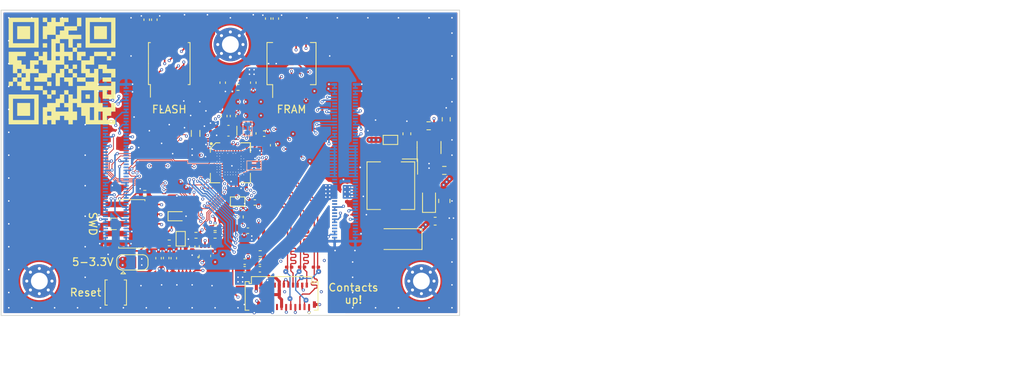
<source format=kicad_pcb>
(kicad_pcb (version 20211014) (generator pcbnew)
  (layers (0 "F.Cu" signal) (1 "In1.Cu" signal) (2 "In2.Cu" signal) (31 "B.Cu" signal) (34 "B.Paste" user) (35 "F.Paste" user) (36 "B.SilkS" user "B.Silkscreen") (37 "F.SilkS" user "F.Silkscreen") (38 "B.Mask" user) (39 "F.Mask" user) (44 "Edge.Cuts" user))
  (net 0 "")
  (net 1 "Net-(C1-Pad1)")
  (net 2 "GND")
  (net 3 "Net-(C2-Pad1)")
  (net 4 "Net-(C3-Pad1)")
  (net 5 "Net-(C4-Pad1)")
  (net 6 "Net-(C5-Pad1)")
  (net 7 "+1V8")
  (net 8 "Net-(C8-Pad1)")
  (net 9 "Net-(C9-Pad1)")
  (net 10 "/~{RST}")
  (net 11 "/VDD_MIPI")
  (net 12 "Net-(C13-Pad1)")
  (net 13 "Net-(C14-Pad1)")
  (net 14 "Net-(C15-Pad1)")
  (net 15 "Net-(C16-Pad1)")
  (net 16 "+3V3")
  (net 17 "Net-(C20-Pad1)")
  (net 18 "/Display/LED+")
  (net 19 "VDDF")
  (net 20 "/Memory/VDD_MEM")
  (net 21 "Net-(D2-Pad2)")
  (net 22 "Net-(D3-Pad2)")
  (net 23 "/SWDIO")
  (net 24 "/SWDCLK")
  (net 25 "/SWDSWO")
  (net 28 "/Display/DISP_EXTCOMIN")
  (net 29 "/Display/DISP_CS")
  (net 30 "/Display/DISP_MOSI")
  (net 31 "/Display/DISP_CLK")
  (net 32 "/Display/LED-")
  (net 33 "/Display/ID1")
  (net 34 "/Display/ID2")
  (net 35 "/MIPI_RESET")
  (net 36 "/HPDisp.D0_P")
  (net 37 "/HPDisp.D0_N")
  (net 38 "/HPDisp.CLK_N")
  (net 39 "/HPDisp.CLK_P")
  (net 40 "/HPDisp.D1_P")
  (net 41 "/HPDisp.D1_N")
  (net 42 "/User.BTN_6")
  (net 45 "/User.JOY_ON")
  (net 48 "/MSPI.CLK")
  (net 49 "/MSPI.CS")
  (net 52 "/MSPI.IO3")
  (net 53 "/MSPI.IO2")
  (net 56 "/MSPI.IO1")
  (net 57 "/MSPI.IO0")
  (net 60 "/IOM5.CLK")
  (net 63 "/IOM5.MISO")
  (net 66 "/IOM5.MOSI")
  (net 69 "/IOM5.CS")
  (net 72 "/UART.TX")
  (net 75 "/UART.RX")
  (net 82 "/PwrCTRL.EN_3V3_AUX")
  (net 85 "/PwrCTRL.FORCE_EN_1V8")
  (net 88 "/User.BTN_POWER")
  (net 91 "/PwrCTRL.VSTOR")
  (net 94 "/PwrCTRL.EN_AUTO_ON")
  (net 97 "/PwrCTRL.EN_3V3_LA_DIS")
  (net 100 "/PwrCTRL.EN_3V3_LA")
  (net 103 "/User.BTN_7")
  (net 106 "/User.JOY_1")
  (net 109 "/User.JOY_2")
  (net 110 "/IOM6.CS")
  (net 113 "/User.BTN_5")
  (net 116 "/User.BTN_2")
  (net 119 "/User.BTN_1")
  (net 124 "/Display/VCC_DISP")
  (net 125 "+5V")
  (net 126 "/VEN_MEM")
  (net 129 "/User.BTN_3")
  (net 132 "/User.BTN_4")
  (net 137 "/User.CRANK_SENSE")
  (net 140 "/User.SHAKE_SENSE")
  (net 147 "/User.SOLAR_SENSE")
  (net 150 "/IOM6.CLK")
  (net 153 "/IOM6.MISO")
  (net 156 "/IOM6.MOSI")
  (net 157 "Net-(JP2-Pad1)")
  (net 158 "Net-(JP3-Pad1)")
  (net 159 "/LPDisp.EXTCOMIN")
  (net 160 "Net-(L1-Pad1)")
  (net 161 "Net-(L1-Pad2)")
  (net 162 "/VEN_MIPI")
  (net 163 "/MIPI_DIM")
  (net 164 "/LPDisp.CS")
  (net 165 "/LPDisp.MOSI")
  (net 166 "/LPDisp.CLK")
  (net 167 "/FLASH.SIO1")
  (net 168 "/FLASH.SIO2")
  (net 171 "/FLASH.SIO0")
  (net 172 "/FLASH.CS")
  (net 175 "/FLASH.SIO3")
  (net 177 "/FLASH.CLK")
  (net 187 "/FRAM.CLK")
  (net 197 "/FRAM.nCS")
  (net 198 "/FRAM.MISO")
  (net 199 "/FRAM.nHOLD")
  (net 200 "/FRAM.nWP")
  (net 203 "/FRAM.MOSI")
  (footprint "jaspers_footprints:Apollo4-BGA-156_13x12_5.0x5.0mm" (layer "F.Cu") (at 35 35)
    (fp_text reference "U1" hide)
    (fp_text value "Apollo_4")
  )
  (footprint "jaspers_footprints:VLS6045EX" (layer "F.Cu") (at 56 38 -90)
    (fp_text reference "L2" hide)
    (fp_text value "LQH3NPH150MMEL")
  )
  (footprint "Capacitor_SMD:C_0402_1005Metric" (layer "F.Cu") (at 25.6 47.5 90)
    (fp_text reference "C22" hide)
    (fp_text value "1uF")
  )
  (footprint "Capacitor_SMD:C_0603_1608Metric" (layer "F.Cu") (at 61.8 42.65)
    (fp_text reference "C24" hide)
    (fp_text value "2.2uF")
  )
  (footprint "jaspers_footprints:Texas_RSE_8_UQFN" (layer "F.Cu") (at 31.675 46.575 90)
    (fp_text reference "U3" hide)
    (fp_text value "SN74AUP3G34RSE")
  )
  (footprint "Resistor_SMD:R_0402_1005Metric" (layer "F.Cu") (at 36 25.125 180)
    (fp_text reference "R14" hide)
    (fp_text value "100k")
  )
  (footprint "MountingHole:MountingHole_2.2mm_M2_Pad_Via" (layer "F.Cu") (at 10 50.5)
    (fp_text reference "H3" hide)
    (fp_text value "MountingHole")
  )
  (footprint "Resistor_SMD:R_0402_1005Metric" (layer "F.Cu") (at 38.9 46.9)
    (fp_text reference "R15" hide)
    (fp_text value "10M")
  )
  (footprint "Package_TO_SOT_SMD:SOT-23-5" (layer "F.Cu") (at 61 33 90)
    (fp_text reference "U4" hide)
    (fp_text value "LM3410XMF")
  )
  (footprint "Resistor_SMD:R_0402_1005Metric" (layer "F.Cu") (at 23.8 39)
    (fp_text reference "R1" hide)
    (fp_text value "100k")
  )
  (footprint "Resistor_SMD:R_0402_1005Metric" (layer "F.Cu") (at 30.5 44.5)
    (fp_text reference "R8" hide)
    (fp_text value "10M")
  )
  (footprint "Capacitor_SMD:C_0201_0603Metric" (layer "F.Cu") (at 36.35 30.745 90)
    (fp_text reference "C11" hide)
    (fp_text value "4.7nF")
  )
  (footprint "Diode_SMD:D_SOD-523" (layer "F.Cu") (at 28 42)
    (fp_text reference "D1" hide)
    (fp_text value "ESD")
  )
  (footprint "Capacitor_SMD:C_0402_1005Metric" (layer "F.Cu") (at 38.87 48.95 180)
    (fp_text reference "C26" hide)
    (fp_text value "1uF")
  )
  (footprint "Resistor_SMD:R_0402_1005Metric" (layer "F.Cu") (at 27 45.5 180)
    (fp_text reference "R6" hide)
    (fp_text value "0")
  )
  (footprint "Package_SO:SOP-8_5.28x5.23mm_P1.27mm" (layer "F.Cu") (at 27 22 90)
    (fp_text reference "U5" hide)
    (fp_text value "MX25R6435FM2IH0")
  )
  (footprint "Capacitor_SMD:C_0402_1005Metric" (layer "F.Cu") (at 25.05 16.25 -90)
    (fp_text reference "C29" hide)
    (fp_text value "100nF")
  )
  (footprint "Capacitor_SMD:C_0201_0603Metric" (layer "F.Cu") (at 31.6 31 90)
    (fp_text reference "C15" hide)
    (fp_text value "2.2 uF")
  )
  (footprint "Capacitor_SMD:C_0201_0603Metric" (layer "F.Cu") (at 37.1 38.68 -90)
    (fp_text reference "C12" hide)
    (fp_text value "2.2 uF")
  )
  (footprint "Resistor_SMD:R_0402_1005Metric" (layer "F.Cu") (at 36.3 42.1 90)
    (fp_text reference "R5" hide)
    (fp_text value "100k")
  )
  (footprint "jaspers_footprints:FH35C-25S-0.3SHW_2Rows-27Pins-1MP_P0.60mm_Horizontal" (layer "F.Cu") (at 42 52.5 90)
    (fp_text reference "J8" hide)
    (fp_text value "FH35C-25S-0.3SHW(50)")
  )
  (footprint "Capacitor_SMD:C_0402_1005Metric" (layer "F.Cu") (at 38 31.15 90)
    (fp_text reference "C4" hide)
    (fp_text value "100nF")
  )
  (footprint "Capacitor_SMD:C_0402_1005Metric" (layer "F.Cu") (at 40.6 32.705 90)
    (fp_text reference "C8" hide)
    (fp_text value "4pF DNP")
  )
  (footprint "Capacitor_SMD:C_0402_1005Metric" (layer "F.Cu") (at 36.87 47.95)
    (fp_text reference "C28" hide)
    (fp_text value "1uF")
  )
  (footprint "Capacitor_SMD:C_0402_1005Metric" (layer "F.Cu") (at 26.6 47.48 90)
    (fp_text reference "C21" hide)
    (fp_text value "1uF")
  )
  (footprint "Crystal:Crystal_SMD_MicroCrystal_CM9V-T1A-2Pin_1.6x1.0mm" (layer "F.Cu") (at 34.75 30.8 180)
    (fp_text reference "Y1" hide)
    (fp_text value "32.768Hz")
  )
  (footprint "Capacitor_SMD:C_0402_1005Metric" (layer "F.Cu") (at 36.87 48.95)
    (fp_text reference "C27" hide)
    (fp_text value "1uF")
  )
  (footprint "jaspers_footprints:SolderJumper-small-nc" (layer "F.Cu") (at 35.9 40.075)
    (fp_text reference "JP1" hide)
    (fp_text value "SolderJumper_2_Bridged")
  )
  (footprint "Capacitor_SMD:C_0402_1005Metric" (layer "F.Cu") (at 38.2 40.2 180)
    (fp_text reference "C18" hide)
    (fp_text value "100nF")
  )
  (footprint "jaspers_footprints:Crystal_SMD_Abracon_ABM12B-4Pin_1.6x1.2mm" (layer "F.Cu") (at 39.2 32.75 -90)
    (fp_text reference "Y2" hide)
    (fp_text value "ABM12W-32.0000MHZ")
  )
  (footprint "Capacitor_SMD:C_0201_0603Metric" (layer "F.Cu") (at 35.7 38.675 -90)
    (fp_text reference "C9" hide)
    (fp_text value "1uF")
  )
  (footprint "Capacitor_SMD:C_0201_0603Metric" (layer "F.Cu") (at 32.4 30.6 90)
    (fp_text reference "C16" hide)
    (fp_text value "2.2 uF")
  )
  (footprint "Capacitor_SMD:C_0402_1005Metric" (layer "F.Cu") (at 38.87 47.95 180)
    (fp_text reference "C25" hide)
    (fp_text value "10uF")
  )
  (footprint "Diode_SMD:D_SOD-323F" (layer "F.Cu") (at 61 40 90)
    (fp_text reference "D3" hide)
    (fp_text value "BZX84J-C20,115")
  )
  (footprint "Capacitor_SMD:C_0402_1005Metric" (layer "F.Cu") (at 34.2 28.875 90)
    (fp_text reference "C3" hide)
    (fp_text value "6pF")
  )
  (footprint "jaspers_footprints:ftsh-105-01-f-dv-k" (layer "F.Cu") (at 22.1 43 -90)
    (fp_text reference "J1" hide)
    (fp_text value "SWD_10")
  )
  (footprint "Resistor_SMD:R_0402_1005Metric" (layer "F.Cu") (at 33 44.5 180)
    (fp_text reference "R9" hide)
    (fp_text value "10M")
  )
  (footprint "jaspers_footprints:DELFT_LOGO2" (layer "F.Cu") (at 56 21)
    (fp_text reference "U8" hide)
    (fp_text value "TUD_LOGO" hide)
  )
  (footprint "Capacitor_SMD:C_0402_1005Metric" (layer "F.Cu") (at 27.6 47.5 90)
    (fp_text reference "C19" hide)
    (fp_text value "100nF")
  )
  (footprint "Resistor_SMD:R_0201_0603Metric" (layer "F.Cu") (at 42.69 48.67 180)
    (fp_text reference "R2" hide)
    (fp_text value "100 DNP")
  )
  (footprint "Diode_SMD:D_SOD-128" (layer "F.Cu") (at 57 45 180)
    (fp_text reference "D2" hide)
    (fp_text value "PMEG4050EP,115")
  )
  (footprint "Capacitor_SMD:C_0402_1005Metric" (layer "F.Cu") (at 24.05 16.25 -90)
    (fp_text reference "C30" hide)
    (fp_text value "1uF")
  )
  (footprint "Jumper:SolderJumper-3_P1.3mm_Bridged12_RoundedPad1.0x1.5mm" (layer "F.Cu") (at 22.175 48.05)
    (fp_text reference "JP6" hide)
    (fp_text value "SolderJumper_3_Bridged12")
  )
  (footprint "jaspers_footprints:SolderJumper-small-no-150um" (layer "F.Cu") (at 28.5 45 90)
    (fp_text reference "JP4" hide)
    (fp_text value "Jumper_2_Open")
  )
  (footprint "Resistor_SMD:R_0201_0603Metric" (layer "F.Cu") (at 44.38 48.66 180)
    (fp_text reference "R3" hide)
    (fp_text value "100 DNP")
  )
  (footprint "Resistor_SMD:R_0603_1608Metric" (layer "F.Cu") (at 63 36)
    (fp_text reference "R12" hide)
    (fp_text value "100")
  )
  (footprint "Capacitor_SMD:C_0402_1005Metric" (layer "F.Cu") (at 38 24.5 90)
    (fp_text reference "C31" hide)
    (fp_text value "1uF")
  )
  (footprint "Package_SO:SO-8_5.3x6.2mm_P1.27mm" (layer "F.Cu") (at 43 22 90)
    (fp_text reference "U6" hide)
    (fp_text value "MB85RS4MT")
  )
  (footprint "jaspers_footprints:SLG5NT1593V" (layer "F.Cu") (at 37.5 42.1 90)
    (fp_text reference "U2" hide)
    (fp_text value "SLG5NT1593V")
  )
  (footprint "Resistor_SMD:R_0603_1608Metric" (layer "F.Cu") (at 63.25 29.3 90)
    (fp_text reference "R11" hide)
    (fp_text value "100k")
  )
  (footprint "Capacitor_SMD:C_0402_1005Metric" (layer "F.Cu") (at 39.95 16.1 -90)
    (fp_text reference "C34" hide)
    (fp_text value "1uF")
  )
  (footprint "Resistor_SMD:R_0201_0603Metric" (layer "F.Cu") (at 46.195 48.67 180)
    (fp_text reference "R4" hide)
    (fp_text value "100 DNP")
  )
  (footprint "jaspers_footprints:SolderJumper-small-no-150um" (layer "F.Cu") (at 56 32 180)
    (fp_text reference "JP5" hide)
    (fp_text value "Jumper_2_Open")
  )
  (footprint "jaspers_footprints:FPC_10_TOP" (layer "F.Cu") (at 28 50)
    (fp_text reference "J3" hide)
    (fp_text value "52745-1097")
  )
  (footprint "Capacitor_SMD:C_0402_1005Metric" (layer "F.Cu") (at 35.35 28.875 90)
    (fp_text reference "C1" hide)
    (fp_text value "6pF")
  )
  (footprint "Capacitor_SMD:C_0201_0603Metric" (layer "F.Cu") (at 30.8 34 180)
    (fp_text reference "C14" hide)
    (fp_text value "2.2 uF")
  )
  (footprint "Capacitor_SMD:C_0402_1005Metric" (layer "F.Cu") (at 34 24.5 90)
    (fp_text reference "C32" hide)
    (fp_text value "100nF")
  )
  (footprint "MountingHole:MountingHole_2.2mm_M2_Pad_Via" (layer "F.Cu") (at 60 50.5)
    (fp_text reference "H1" hide)
    (fp_text value "MountingHole")
  )
  (footprint "Capacitor_SMD:C_0201_0603Metric" (layer "F.Cu") (at 36.4 38.675 -90)
    (fp_text reference "C7" hide)
    (fp_text value "1uF")
  )
  (footprint "Capacitor_SMD:C_0402_1005Metric" (layer "F.Cu") (at 37.3 43.9)
    (fp_text reference "C17" hide)
    (fp_text value "1uF")
  )
  (footprint "Resistor_SMD:R_0402_1005Metric" (layer "F.Cu") (at 33 43.5 180)
    (fp_text reference "R10" hide)
    (fp_text value "10M")
  )
  (footprint "Resistor_SMD:R_0603_1608Metric" (layer "F.Cu") (at 60.95 30.15)
    (fp_text reference "R7" hide)
    (fp_text value "DNP")
  )
  (footprint "Inductor_SMD:L_0805_2012Metric" (layer "F.Cu") (at 30.45 31.15 90)
    (fp_text reference "L1" hide)
    (fp_text value "2.2 uH")
  )
  (footprint "jaspers_footprints:SLG5NT1593V" (layer "F.Cu") (at 36 24 180)
    (fp_text reference "U7" hide)
    (fp_text value "SLG5NT1593V")
  )
  (footprint "MountingHole:MountingHole_2.2mm_M2_Pad_Via" (layer "F.Cu") (at 35 19.5)
    (fp_text reference "H2" hide)
    (fp_text value "MountingHole")
  )
  (footprint "Capacitor_SMD:C_0201_0603Metric" (layer "F.Cu") (at 31.85 32.9 90)
    (fp_text reference "C6" hide)
    (fp_text value "1uF")
  )
  (footprint "jaspers_footprints:TUDSSL" (layer "F.Cu") (at 13 23)
    (fp_text reference "U9" hide)
    (fp_text value "TUD_SSL_QR" hide)
  )
  (footprint "Capacitor_SMD:C_0402_1005Metric" (layer "F.Cu") (at 30 46 90)
    (fp_text reference "C23" hide)
    (fp_text value "100nF")
  )
  (footprint "Resistor_SMD:R_0805_2012Metric" (layer "F.Cu") (at 63 40 -90)
    (fp_text reference "R13" hide)
    (fp_text value "ERJP06F10R0V")
  )
  (footprint "Button_Switch_SMD:SW_SPST_B3U-1000P" (layer "F.Cu") (at 20 52 90)
    (fp_text reference "SW1" hide)
    (fp_text value "SW_Push")
  )
  (footprint "Capacitor_SMD:C_0402_1005Metric" (layer "F.Cu") (at 40.95 16.1 -90)
    (fp_text reference "C33" hide)
    (fp_text value "100nF")
  )
  (footprint "Capacitor_SMD:C_0201_0603Metric" (layer "F.Cu") (at 37.05 30.75 90)
    (fp_text reference "C2" hide)
    (fp_text value "2.2 uF")
  )
  (footprint "Capacitor_SMD:C_0201_0603Metric" (layer "F.Cu") (at 33.2 30.6 90)
    (fp_text reference "C10" hide)
    (fp_text value "1uF")
  )
  (footprint "Capacitor_SMD:C_0603_1608Metric" (layer "F.Cu") (at 58.1 31.2 90)
    (fp_text reference "C20" hide)
    (fp_text value "10uF")
  )
  (footprint "Capacitor_SMD:C_0201_0603Metric" (layer "F.Cu") (at 30.8 33.25 180)
    (fp_text reference "C13" hide)
    (fp_text value "2.2 uF")
  )
  (footprint "Capacitor_SMD:C_0402_1005Metric" (layer "F.Cu") (at 39.42 31.175)
    (fp_text reference "C5" hide)
    (fp_text value "4pF DNP")
  )
  (footprint "jaspers_footprints:DF40C-100DP" (layer "B.Cu") (at 20 25.2 90)
    (fp_text reference "J10" hide)
    (fp_text value "DF40C-100DP-0-4V")
  )
  (footprint "jaspers_footprints:SolderJumper-small-nc" (layer "B.Cu") (at 37.25 30.45 -90)
    (fp_text reference "JP2" hide)
    (fp_text value "SolderJumper_2_Bridged")
  )
  (footprint "jaspers_footprints:DF40C-100DP" (layer "B.Cu") (at 50 25.2 90)
    (fp_text reference "J11" hide)
    (fp_text value "DF40C-100DP-0-4V")
  )
  (footprint "jaspers_footprints:SolderJumper-small-nc" (layer "B.Cu") (at 38.05 35.35)
    (fp_text reference "JP3" hide)
    (fp_text value "SolderJumper_2_Bridged")
  )
  (gr_line locked (start 5 55) (end 65 55) (layer "Edge.Cuts") (width 0.1))
  (gr_line locked (start 65 55) (end 65 15) (layer "Edge.Cuts") (width 0.1))
  (gr_line locked (start 5 15) (end 5 55) (layer "Edge.Cuts") (width 0.1))
  (gr_line locked (start 65 15) (end 5 15) (layer "Edge.Cuts") (width 0.1))
  (gr_text "FLASH" (at 27 28) (layer "F.SilkS") (effects (font (size 1 1))))
  (gr_text "FRAM" (at 43 28) (layer "F.SilkS") (effects (font (size 1 1))))
  (gr_text "5-3.3V" (at 17 48) (layer "F.SilkS") (effects (font (size 1 1))))
  (gr_text "Contacts\nup!" (at 51.1 52.15) (layer "F.SilkS") (effects (font (size 1 1))))
  (gr_text "Reset" (at 16.05 52) (layer "F.SilkS") (effects (font (size 1 1))))
  (gr_text "SWD" (at 17 43 270) (layer "F.SilkS") (effects (font (size 1 1))))
  (segment (start 34.3 31.85) (end 35.35 30.8) (width 0.1) (layer "F.Cu") (net 1))
  (segment (start 35.35 29.355) (end 35.35 30.8) (width 0.2) (layer "F.Cu") (net 1))
  (segment (start 34.3 33.075) (end 34.3 31.85) (width 0.1) (layer "F.Cu") (net 1))
  (segment (start 20.065 45.54) (end 17.96 45.54) (width 0.2) (layer "F.Cu") (net 2))
  (segment (start 61 35.1) (end 61 35.7) (width 0.8) (layer "F.Cu") (net 2))
  (segment (start 37.3 41.6) (end 37.3 41.3) (width 0.2) (layer "F.Cu") (net 2))
  (segment (start 29.99 44.5) (end 29.99 44.51) (width 0.4) (layer "F.Cu") (net 2))
  (segment (start 39.95 15.62) (end 39.28 15.62) (width 0.4) (layer "F.Cu") (net 2))
  (segment (start 36.82 43.9) (end 36.82 44.48) (width 0.4) (layer "F.Cu") (net 2))
  (segment (start 25.6 47.02) (end 25.6 46.4) (width 0.4) (layer "F.Cu") (net 2))
  (segment (start 32.325 46.575) (end 32.975 46.575) (width 0.4) (layer "F.Cu") (net 2))
  (segment (start 32.975 46.575) (end 33 46.6) (width 0.4) (layer "F.Cu") (net 2))
  (segment (start 34 25.3) (end 34.35 25.65) (width 0.2) (layer "F.Cu") (net 2))
  (segment (start 30.05 33.25) (end 30 33.2) (width 0.2) (layer "F.Cu") (net 2))
  (segment (start 27.6 47.02) (end 27.6 46.4) (width 0.4) (layer "F.Cu") (net 2))
  (segment (start 37.15 41.15) (end 37.15 41.65) (width 0.4) (layer "F.Cu") (net 2))
  (segment (start 17.87 41.73) (end 17.8 41.8) (width 0.2) (layer "F.Cu") (net 2))
  (segment (start 37 41) (end 37.15 41.15) (width 0.4) (layer "F.Cu") (net 2))
  (segment (start 37.35 48.95) (end 37.35 47.95) (width 0.4) (layer "F.Cu") (net 2))
  (segment (start 37.1 33.425) (end 37.575 33.425) (width 0.2) (layer "F.Cu") (net 2))
  (segment (start 29.99 44.51) (end 29.5 45) (width 0.4) (layer "F.Cu") (net 2))
  (segment (start 28.905 25.6) (end 28.905 26.895) (width 0.2) (layer "F.Cu") (net 2))
  (segment (start 26.49 46.29) (end 26.6 46.4) (width 0.4) (layer "F.Cu") (net 2))
  (segment (start 23.37 15.77) (end 23.35 15.75) (width 0.4) (layer "F.Cu") (net 2))
  (segment (start 33.2 30.28) (end 33.2 29.96498) (width 0.2) (layer "F.Cu") (net 2))
  (segment (start 37.35 47.3) (end 37.325 47.275) (width 0.4) (layer "F.Cu") (net 2))
  (segment (start 63 42.225) (end 62.575 42.65) (width 0.8) (layer "F.Cu") (net 2))
  (segment (start 38.219622 34.419622) (end 38.164244 34.475) (width 0.2) (layer "F.Cu") (net 2))
  (segment (start 39.6 51.025) (end 39.6 50.680684) (width 0.2) (layer "F.Cu") (net 2))
  (segment (start 38.39 48.95) (end 38.39 47.95) (width 0.4) (layer "F.Cu") (net 2))
  (segment (start 31.6 30.68) (end 31.6 30.2) (width 0.2) (layer "F.Cu") (net 2))
  (segment (start 17.9 43) (end 17.8 43.1) (width 0.2) (layer "F.Cu") (net 2))
  (segment (start 46 53.575) (end 46.675 53.575) (width 0.4) (layer "F.Cu") (net 2))
  (segment (start 36.35 30.3) (end 36.65 30) (width 0.2) (layer "F.Cu") (net 2))
  (segment (start 35.49 25.125) (end 35.49 24.34) (width 0.4) (layer "F.Cu") (net 2))
  (segment (start 38.68 40.68) (end 38.7 40.7) (width 0.4) (layer "F.Cu") (net 2))
  (segment (start 33.795 28.395) (end 33.65 28.25) (width 0.2) (layer "F.Cu") (net 2))
  (segment (start 35.35 28.395) (end 35.995 28.395) (width 0.2) (layer "F.Cu") (net 2))
  (segment (start 63 42.225) (end 63.625 42.225) (width 0.8) (layer "F.Cu") (net 2))
  (segment (start 37.85 30.52) (end 37.85 29.95) (width 0.2) (layer "F.Cu") (net 2))
  (segment (start 32.4 30.28) (end 32.4 29.8) (width 0.2) (layer "F.Cu") (net 2))
  (segment (start 25.75 49.7) (end 25.75 48.95) (width 0.2) (layer "F.Cu") (net 2))
  (segment (start 20.065 43) (end 17.9 43) (width 0.2) (layer "F.Cu") (net 2))
  (segment (start 40.5 53.9) (end 40.5 54.625) (width 0.2) (layer "F.Cu") (net 2))
  (segment (start 36.82 44.48) (end 36.8 44.5) (width 0.2) (layer "F.Cu") (net 2))
  (segment (start 37.3 41.6) (end 37.2 41.6) (width 0.2) (layer "F.Cu") (net 2))
  (segment (start 42 50.55) (end 42.25 50.3) (width 0.2) (layer "F.Cu") (net 2))
  (segment (start 37.35 47.95) (end 37.35 47.3) (width 0.4) (layer "F.Cu") (net 2))
  (segment (start 32 51.3) (end 32.4 51.3) (width 0.2) (layer "F.Cu") (net 2))
  (segment (start 31.82 32.58) (end 31.8 32.6) (width 0.2) (layer "F.Cu") (net 2))
  (segment (start 42.6 50.65) (end 42.25 50.3) (width 0.2) (layer "F.Cu") (net 2))
  (segment (start 43.5 53.9) (end 43.5 54.6) (width 0.2) (layer "F.Cu") (net 2))
  (segment (start 38.1 53.9) (end 38.1 54.625) (width 0.2) (layer "F.Cu") (net 2))
  (segment (start 38.1 54.625) (end 38.125 54.65) (width 0.2) (layer "F.Cu") (net 2))
  (segment (start 23.4 51.1) (end 23.3 51.1) (width 0.2) (layer "F.Cu") (net 2))
  (segment (start 35.49 25.125) (end 35.49 25.41) (width 0.4) (layer "F.Cu") (net 2))
  (segment (start 28.905 26.895) (end 28.9 26.9) (width 0.2) (layer "F.Cu") (net 2))
  (segment (start 35.995 28.395) (end 36 28.4) (width 0.2) (layer "F.Cu") (net 2))
  (segment (start 34.2 28.395) (end 33.795 28.395) (width 0.2) (layer "F.Cu") (net 2))
  (segment (start 32.4 51.3) (end 32.6 51.1) (width 0.2) (layer "F.Cu") (net 2))
  (segment (start 44.905 26.895) (end 44.9 26.9) (width 0.2) (layer "F.Cu") (net 2))
  (segment (start 30 45.5) (end 29.5 45) (width 0.4) (layer "F.Cu") (net 2))
  (segment (start 37.05 30.4) (end 36.65 30) (width 0.2) (layer "F.Cu") (net 2))
  (segment (start 41.67 15.62) (end 41.7 15.65) (width 0.4) (layer "F.Cu") (net 2))
  (segment (start 37.4 53.575) (end 36.825 53.575) (width 0.4) (layer "F.Cu") (net 2))
  (segment (start 25.75 48.95) (end 25.7 48.9) (width 0.2) (layer "F.Cu") (net 2))
  (segment (start 40.2 50.755734) (end 39.862475 50.418209) (width 0.2) (layer "F.Cu") (net 2))
  (segment (start 37.2 41.6) (end 37.15 41.65) (width 0.2) (layer "F.Cu") (net 2))
  (segment (start 39.6 50.680684) (end 39.862475 50.418209) (width 0.2) (layer "F.Cu") (net 2))
  (segment (start 40.2 51.025) (end 40.2 50.755734) (width 0.2) (layer "F.Cu") (net 2))
  (segment (start 39.28 15.62) (end 39.25 15.65) (width 0.4) (layer "F.Cu") (net 2))
  (segment (start 44.905 25.5) (end 44.905 26.895) (width 0.2) (layer "F.Cu") (net 2))
  (segment (start 36.4 38.995) (end 37.095 38.995) (width 0.2) (layer "F.Cu") (net 2))
  (segment (start 30 45.52) (end 30 45.5) (width 0.4) (layer "F.Cu") (net 2))
  (segment (start 38 30.67) (end 37.85 30.52) (width 0.2) (layer "F.Cu") (net 2))
  (segment (start 40.925 32.225) (end 41.2 32.5) (width 0.2) (layer "F.Cu") (net 2))
  (segment (start 42 51.025) (end 42 50.55) (width 0.2) (layer "F.Cu") (net 2))
  (segment (start 58.1 30.425) (end 58.1 29.55) (width 0.8) (layer "F.Cu") (net 2))
  (segment (start 63 40.9125) (end 63 42.225) (width 0.8) (layer "F.Cu") (net 2))
  (segment (start 33.2 29.96498) (end 33.105321 29.870301) (width 0.2) (layer "F.Cu") (net 2))
  (segment (start 31.85 32.58) (end 31.82 32.58) (width 0.2) (layer "F.Cu") (net 2))
  (segment (start 40.6 32.225) (end 40.925 32.225) (width 0.2) (layer "F.Cu") (net 2))
  (segment (start 36.3 41.1) (end 36.4 41) (width 0.2) (layer "F.Cu") (net 2))
  (segment (start 17.96 45.54) (end 17.9 45.6) (width 0.2) (layer "F.Cu") (net 2))
  (segment (start 33.51 44.5) (end 33.9 44.5) (width 0.2) (layer "F.Cu") (net 2))
  (segment (start 44.4 51.025) (end 44.4 51.525) (width 0.2) (layer "F.Cu") (net 2))
  (segment (start 63.625 42.225) (end 63.65 42.25) (width 0.8) (layer "F.Cu") (net 2))
  (segment (start 35.927531 39.472469) (end 35.7 39.244938) (width 0.2) (layer "F.Cu") (net 2))
  (segment (start 36.3 41.59) (end 36.3 41.1) (width 0.2) (layer "F.Cu") (net 2))
  (segment (start 40.95 15.62) (end 41.67 15.62) (width 0.4) (layer "F.Cu") (net 2))
  (segment (start 44.4 51.525) (end 44.55 51.675) (width 0.2) (layer "F.Cu") (net 2))
  (segment (start 25.73 15.77) (end 25.75 15.75) (width 0.4) (layer "F.Cu") (net 2))
  (segment (start 34 24.98) (end 34 25.3) (width 0.2) (layer "F.Cu") (net 2))
  (segment (start 26.25 48.95) (end 26.2 48.9) (width 0.2) (layer "F.Cu") (net 2))
  (segment (start 40.6 32.225) (end 39.575 32.225) (width 0.2) (layer "F.Cu") (net 2))
  (segment (start 26.6 47) (end 26.6 46.4) (width 0.4) (layer "F.Cu") (net 2))
  (segment (start 26.49 45.5) (end 26.49 46.29) (width 0.4) (layer "F.Cu") (net 2))
  (segment (start 37.05 30.43) (end 37.05 30.4) (width 0.2) (layer "F.Cu") (net 2))
  (segment (start 61 34.1375) (end 61 35.1) (width 0.8) (layer "F.Cu") (net 2))
  (segment (start 30.48 34) (end 30 34) (width 0.2) (layer "F.Cu") (net 2))
  (segment (start 63.25 28.475) (end 63.25 27.8) (width 0.8) (layer "F.Cu") (net 2))
  (segment (start 36.35 30.425) (end 36.35 30.3) (width 0.2) (layer "F.Cu") (net 2))
  (segment (start 26.25 49.7) (end 26.25 48.95) (width 0.2) (layer "F.Cu") (net 2))
  (segment (start 35.7 39.244938) (end 35.7 38.995) (width 0.2) (layer "F.Cu") (net 2))
  (segment (start 30.48 33.25) (end 30.05 33.25) (width 0.2) (layer "F.Cu") (net 2))
  (segment (start 35.7 38.995) (end 36.4 38.995) (width 0.2) (layer "F.Cu") (net 2))
  (segment (start 38.68 40.2) (end 38.68 40.68) (width 0.4) (layer "F.Cu") (net 2))
  (segment (start 42.6 51.025) (end 42.6 50.65) (width 0.2) (layer "F.Cu") (net 2))
  (segment (start 20.065 41.73) (end 17.87 41.73) (width 0.2) (layer "F.Cu") (net 2))
  (segment (start 38 24.98) (end 38 25.55) (width 0.2) (layer "F.Cu") (net 2))
  (segment (start 38.164244 34.475) (end 37.1 34.475) (width 0.2) (layer "F.Cu") (net 2))
  (segment (start 45.3 53.9) (end 45.3 54.6) (width 0.2) (layer "F.Cu") (net 2))
  (segment (start 25.05 15.77) (end 25.73 15.77) (width 0.4) (layer "F.Cu") (net 2))
  (segment (start 33.51 43.5) (end 33.9 43.5) (width 0.2) (layer "F.Cu") (net 2))
  (segment (start 35.49 25.41) (end 35.25 25.65) (width 0.4) (layer "F.Cu") (net 2))
  (segment (start 24.05 15.77) (end 23.37 15.77) (width 0.4) (layer "F.Cu") (net 2))
  (segment (start 37.35 47.95) (end 38.39 47.95) (width 0.4) (layer "F.Cu") (net 2))
  (segment (start 37.575 33.425) (end 37.65 33.35) (width 0.2) (layer "F.Cu") (net 2))
  (segment (start 37.095 38.995) (end 37.1 39) (width 0.2) (layer "F.Cu") (net 2))
  (segment (start 63.65 42.25) (end 64.2 42.25) (width 0.8) (layer "F.Cu") (net 2))
  (via (at 64 34) (size 0.4) (drill 0.2) (layers "F.Cu" "B.Cu") (net 2))
  (via (at 41 22) (size 0.4) (drill 0.2) (layers "F.Cu" "B.Cu") (net 2))
  (via (at 6 16) (size 0.4) (drill 0.2) (layers "F.Cu" "B.Cu") (net 2))
  (via (at 30 54) (size 0.4) (drill 0.2) (layers "F.Cu" "B.Cu") (net 2))
  (via (at 24 54) (size 0.4) (drill 0.2) (layers "F.Cu" "B.Cu") (net 2))
  (via (at 36 28.4) (size 0.4) (drill 0.2) (layers "F.Cu" "B.Cu") (net 2))
  (via (at 64 48) (size 0.4) (drill 0.2) (layers "F.Cu" "B.Cu") (net 2))
  (via (at 36 27) (size 0.4) (drill 0.2) (layers "F.Cu" "B.Cu") (net 2))
  (via micro (at 35 36.575) (size 0.2) (drill 0.1) (layers "F.Cu" "In1.Cu") (net 2))
  (via (at 6 19) (size 0.4) (drill 0.2) (layers "F.Cu" "B.Cu") (net 2))
  (via (at 36.4 41) (size 0.4) (drill 0.2) (layers "F.Cu" "B.Cu") (net 2))
  (via (at 57 16) (size 0.4) (drill 0.2) (layers "F.Cu" "B.Cu") (net 2))
  (via (at 47.9 24.7) (size 0.4) (drill 0.2) (layers "F.Cu" "B.Cu") (net 2))
  (via (at 29 30.4) (size 0.4) (drill 0.2) (layers "F.Cu" "B.Cu") (net 2))
  (via (at 33 54) (size 0.4) (drill 0.2) (layers "F.Cu" "B.Cu") (net 2))
  (via (at 46.675 53.575) (size 0.4) (drill 0.2) (layers "F.Cu" "B.Cu") (net 2))
  (via (at 29.2 38.2) (size 0.4) (drill 0.2) (layers "F.Cu" "B.Cu") (net 2))
  (via (at 29 15.6) (size 0.4) (drill 0.2) (layers "F.Cu" "B.Cu") (net 2))
  (via (at 61 16) (size 0.4) (drill 0.2) (layers "F.Cu" "B.Cu") (net 2))
  (via (at 51.3 46.5) (size 0.4) (drill 0.2) (layers "F.Cu" "B.Cu") (net 2))
  (via (at 64.2 42.25) (size 0.4) (drill 0.2) (layers "F.Cu" "B.Cu") (net 2))
  (via (at 28 39.35) (size 0.4) (drill 0.2) (layers "F.Cu" "B.Cu") (net 2))
  (via (at 64 18) (size 0.4) (drill 0.2) (layers "F.Cu" "B.Cu") (net 2))
  (via (at 6 52) (size 0.4) (drill 0.2) (layers "F.Cu" "B.Cu") (net 2))
  (via (at 40 22) (size 0.4) (drill 0.2) (layers "F.Cu" "B.Cu") (net 2))
  (via (at 35.1 37.45) (size 0.4) (drill 0.2) (layers "F.Cu" "B.Cu") (net 2))
  (via (at 49.8 37.2) (size 0.4) (drill 0.2) (layers "F.Cu" "B.Cu") (net 2))
  (via (at 6 54) (size 0.4) (drill 0.2) (layers "F.Cu" "B.Cu") (net 2))
  (via (at 36.825 53.575) (size 0.4) (drill 0.2) (layers "F.Cu" "B.Cu") (net 2))
  (via micro (at 33.25 34.125) (size 0.2) (drill 0.1) (layers "F.Cu" "In1.Cu") (net 2))
  (via (at 31.6 30.2) (size 0.4) (drill 0.2) (layers "F.Cu" "B.Cu") (net 2))
  (via (at 16 30) (size 0.4) (drill 0.2) (layers "F.Cu" "B.Cu") (net 2))
  (via (at 37 41) (size 0.4) (drill 0.2) (layers "F.Cu" "B.Cu") (net 2))
  (via (at 64 32) (size 0.4) (drill 0.2) (layers "F.Cu" "B.Cu") (net 2))
  (via (at 16 46) (size 0.4) (drill 0.2) (layers "F.Cu" "B.Cu") (net 2))
  (via (at 53 30.8) (size 0.4) (drill 0.2) (layers "F.Cu" "B.Cu") (net 2))
  (via (at 12 54) (size 0.4) (drill 0.2) (layers "F.Cu" "B.Cu") (net 2))
  (via (at 36 54) (size 0.4) (drill 0.2) (layers "F.Cu" "B.Cu") (net 2))
  (via (at 27 30) (size 0.4) (drill 0.2) (layers "F.Cu" "B.Cu") (net 2))
  (via (at 52.2 25.6) (size 0.4) (drill 0.2) (layers "F.Cu" "B.Cu") (net 2))
  (via (at 64 51) (size 0.4) (drill 0.2) (layers "F.Cu" "B.Cu") (net 2))
  (via (at 28 51) (size 0.4) (drill 0.2) (layers "F.Cu" "B.Cu") (net 2))
  (via (at 26 32.45) (size 0.4) (drill 0.2) (layers "F.Cu" "B.Cu") (net 2))
  (via (at 41.7 15.65) (size 0.4) (drill 0.2) (layers "F.Cu" "B.Cu") (net 2))
  (via (at 18 16) (size 0.4) (drill 0.2) (layers "F.Cu" "B.Cu") (net 2))
  (via (at 6 22) (size 0.4) (drill 0.2) (layers "F.Cu" "B.Cu") (net 2))
  (via (at 26 28) (size 0.4) (drill 0.2) (layers "F.Cu" "B.Cu") (net 2))
  (via (at 64 24) (size 0.4) (drill 0.2) (layers "F.Cu" "B.Cu") (net 2))
  (via (at 17.8 43.1) (size 0.4) (drill 0.2) (layers "F.Cu" "B.Cu") (net 2))
  (via micro (at 33.25 33.425) (size 0.2) (drill 0.1) (layers "F.Cu" "In1.Cu") (net 2))
  (via (at 6 31) (size 0.4) (drill 0.2) (layers "F.Cu" "B.Cu") (net 2))
  (via (at 52.1 44.3) (size 0.4) (drill 0.2) (layers "F.Cu" "B.Cu") (net 2))
  (via (at 44.9 26.9) (size 0.4) (drill 0.2) (layers "F.Cu" "B.Cu") (net 2))
  (via (at 61 35.1) (size 0.4) (drill 0.2) (layers "F.Cu" "B.Cu") (net 2))
  (via (at 58.1 29.55) (size 0.4) (drill 0.2) (layers "F.Cu" "B.Cu") (net 2))
  (via (at 52.2 24.7) (size 0.4) (drill 0.2) (layers "F.Cu" "B.Cu") (net 2))
  (via (at 22.2 24.7) (size 0.4) (drill 0.2) (layers "F.Cu" "B.Cu") (net 2))
  (via (at 64 45) (size 0.4) (drill 0.2) (layers "F.Cu" "B.Cu") (net 2))
  (via (at 45.4 34.8) (size 0.4) (drill 0.2) (layers "F.Cu" "B.Cu") (net 2))
  (via (at 37.85 29.95) (size 0.4) (drill 0.2) (layers "F.Cu" "B.Cu") (net 2))
  (via (at 22.1 44) (size 0.4) (drill 0.2) (layers "F.Cu" "B.Cu") (net 2))
  (via (at 31.8 28.2) (size 0.4) (drill 0.2) (layers "F.Cu" "B.Cu") (net 2))
  (via (at 22.2 25.7) (size 0.4) (drill 0.2) (layers "F.Cu" "B.Cu") (net 2))
  (via (at 41.2 32.5) (size 0.4) (drill 0.2) (layers "F.Cu" "B.Cu") (net 2))
  (via (at 26 51) (size 0.4) (drill 0.2) (layers "F.Cu" "B.Cu") (net 2))
  (via (at 42.25 50.3) (size 0.4) (drill 0.2) (layers "F.Cu" "B.Cu") (net 2))
  (via (at 64 16) (size 0.4) (drill 0.2) (layers "F.Cu" "B.Cu") (net 2))
  (via (at 17.9 45.6) (size 0.4) (drill 0.2) (layers "F.Cu" "B.Cu") (net 2))
  (via (at 22 16) (size 0.4) (drill 0.2) (layers "F.Cu" "B.Cu") (net 2))
  (via (at 9 54) (size 0.4) (drill 0.2) (layers "F.Cu" "B.Cu") (net 2))
  (via (at 19.55 38) (size 0.4) (drill 0.2) (layers "F.Cu" "B.Cu") (net 2))
  (via (at 41.6 47.9) (size 0.4) (drill 0.2) (layers "F.Cu" "B.Cu") (net 2))
  (via (at 52.4 39.4) (size 0.4) (drill 0.2) (layers "F.Cu" "B.Cu") (net 2))
  (via (at 16 34) (size 0.4) (drill 0.2) (layers "F.Cu" "B.Cu") (net 2))
  (via (at 40.5 54.625) (size 0.4) (drill 0.2) (layers "F.Cu" "B.Cu") (net 2))
  (via (at 51 48) (size 0.4) (drill 0.2) (layers "F.Cu" "B.Cu") (net 2))
  (via (at 28.5 37.5) (size 0.4) (drill 0.2) (layers "F.Cu" "B.Cu") (net 2))
  (via micro (at 34.3 33.425) (size 0.2) (drill 0.1) (layers "F.Cu" "In1.Cu") (net 2))
  (via (at 38 15.6) (size 0.4) (drill 0.2) (layers "F.Cu" "B.Cu") (net 2))
  (via (at 29.5 45) (size 0.4) (drill 0.2) (layers "F.Cu" "B.Cu") (net 2))
  (via (at 48.7 46.5) (size 0.4) (drill 0.2) (layers "F.Cu" "B.Cu") (net 2))
  (via (at 64 40) (size 0.4) (drill 0.2) (layers "F.Cu" "B.Cu") (net 2))
  (via (at 23 33) (size 0.4) (drill 0.2) (layers "F.Cu" "B.Cu") (net 2))
  (via (at 43.5 54.6) (size 0.4) (drill 0.2) (layers "F.Cu" "B.Cu") (net 2))
  (via (at 15 54) (size 0.4) (drill 0.2) (layers "F.Cu" "B.Cu") (net 2))
  (via (at 54 54) (size 0.4) (drill 0.2) (layers "F.Cu" "B.Cu") (net 2))
  (via (at 39.9 30.9) (size 0.4) (drill 0.2) (layers "F.Cu" "B.Cu") (net 2))
  (via (at 26.6 46.4) (size 0.4) (drill 0.2) (layers "F.Cu" "B.Cu") (net 2))
  (via (at 63.65 42.25) (size 0.4) (drill 0.2) (layers "F.Cu" "B.Cu") (net 2))
  (via (at 46.9 51.9) (size 0.4) (drill 0.2) (layers "F.Cu" "B.Cu") (net 2))
  (via (at 47.832404 25.3005) (size 0.4) (drill 0.2) (layers "F.Cu" "B.Cu") (net 2))
  (via (at 42.1 51.9) (size 0.4) (drill 0.2) (layers "F.Cu" "B.Cu") (net 2))
  (via (at 27 54) (size 0.4) (drill 0.2) (layers "F.Cu" "B.Cu") (net 2))
  (via (at 27.45 33.8) (size 0.4) (drill 0.2) (layers "F.Cu" "B.Cu") (net 2))
  (via (at 18 54) (size 0.4) (drill 0.2) (layers "F.Cu" "B.Cu") (net 2))
  (via (at 24.4 46.6) (size 0.4) (drill 0.2) (layers "F.Cu" "B.Cu") (net 2))
  (via (at 38 25.55) (size 0.4) (drill 0.2) (layers "F.Cu" "B.Cu") (net 2))
  (via (at 35.2 35.4) (size 0.4) (drill 0.2) (layers "F.Cu" "B.Cu") (net 2))
  (via (at 34 47) (size 0.4) (drill 0.2) (layers "F.Cu" "B.Cu") (net 2))
  (via (at 33.105321 29.870301) (size 0.4) (drill 0.2) (layers "F.Cu" "B.Cu") (net 2))
  (via (at 30 33.2) (size 0.4) (drill 0.2) (layers "F.Cu" "B.Cu") (net 2))
  (via (at 51 50) (size 0.4) (drill 0.2) (layers "F.Cu" "B.Cu") (net 2))
  (via (at 6 28) (size 0.4) (drill 0.2) (layers "F.Cu" "B.Cu") (net 2))
  (via (at 25.7 48.9) (size 0.4) (drill 0.2) (layers "F.Cu" "B.Cu") (net 2))
  (via (at 64 54) (size 0.4) (drill 0.2) (layers "F.Cu" "B.Cu") (net 2))
  (via (at 35 16) (size 0.4) (drill 0.2) (layers "F.Cu" "B.Cu") (net 2))
  (via (at 25.75 15.75) (size 0.4) (drill 0.2) (layers "F.Cu" "B.Cu") (net 2))
  (via (at 17.7 24.7) (size 0.4) (drill 0.2) (layers "F.Cu" "B.Cu") (net 2))
  (via (at 61 35.7) (size 0.4) (drill 0.2) (layers "F.Cu" "B.Cu") (net 2))
  (via (at 34.35 25.65) (size 0.4) (drill 0.2) (layers "F.Cu" "B.Cu") (net 2))
  (via (at 63.25 27.8) (size 0.4) (drill 0.2) (layers "F.Cu" "B.Cu") (net 2))
  (via (at 37 28.8) (size 0.4) (drill 0.2) (layers "F.Cu" "B.Cu") (net 2))
  (via (at 17.9 44) (size 0.4) (drill 0.2) (layers "F.Cu" "B.Cu") (net 2))
  (via (at 33 46.6) (size 0.4) (drill 0.2) (layers "F.Cu" "B.Cu") (net 2))
  (via (at 51 54) (size 0.4) (drill 0.2) (layers "F.Cu" "B.Cu") (net 2))
  (via (at 9 16) (size 0.4) (drill 0.2) (layers "F.Cu" "B.Cu") (net 2))
  (via (at 36.8 44.5) (size 0.4) (drill 0.2) (layers "F.Cu" "B.Cu") (net 2))
  (via (at 51 52) (size 0.4) (drill 0.2) (layers "F.Cu" "B.Cu") (net 2))
  (via (at 37 27) (size 0.4) (drill 0.2) (layers "F.Cu" "B.Cu") (net 2))
  (via micro (at 36.05 35.875) (size 0.2) (drill 0.1) (layers "F.Cu" "In1.Cu") (net 2))
  (via (at 31.75 34.2) (size 0.4) (drill 0.2) (layers "F.Cu" "B.Cu") (net 2))
  (via (at 39 27) (size 0.4) (drill 0.2) (layers "F.Cu" "B.Cu") (net 2))
  (via (at 23.3 51.1) (size 0.4) (drill 0.2) (layers "F.Cu" "B.Cu") (net 2))
  (via (at 29.2 42) (size 0.4) (drill 0.2) (layers "F.Cu" "B.Cu") (net 2))
  (via (at 25.6 46.4) (size 0.4) (drill 0.2) (layers "F.Cu" "B.Cu") (net 2))
  (via (at 29.8 28.8) (size 0.4) (drill 0.2) (layers "F.Cu" "B.Cu") (net 2))
  (via (at 31.8 32.6) (size 0.4) (drill 0.2) (layers "F.Cu" "B.Cu") (net 2))
  (via (at 47.3 47.8) (size 0.4) (drill 0.2) (layers "F.Cu" "B.Cu") (net 2))
  (via (at 64 21) (size 0.4) (drill 0.2) (layers "F.Cu" "B.Cu") (net 2))
  (via (at 30 34) (size 0.4) (drill 0.2) (layers "F.Cu" "B.Cu") (net 2))
  (via (at 47.8 44.7) (size 0.4) (drill 0.2) (layers "F.Cu" "B.Cu") (net 2))
  (via (at 39 28.8) (size 0.4) (drill 0.2) (layers "F.Cu" "B.Cu") (net 2))
  (via (at 17.8 41.8) (size 0.4) (drill 0.2) (layers "F.Cu" "B.Cu") (net 2))
  (via (at 45 16) (size 0.4) (drill 0.2) (layers "F.Cu" "B.Cu") (net 2))
  (via (at 6 40) (size 0.4) (drill 0.2) (layers "F.Cu" "B.Cu") (net 2))
  (via (at 6 43) (size 0.4) (drill 0.2) (layers "F.Cu" "B.Cu") (net 2))
  (via (at 19 47) (size 0.4) (drill 0.2) (layers "F.Cu" "B.Cu") (net 2))
  (via (at 36.65 30) (size 0.4) (drill 0.2) (layers "F.Cu" "B.Cu") (net 2))
  (via (at 26.2 48.9) (size 0.4) (drill 0.2) (layers "F.Cu" "B.Cu") (net 2))
  (via (at 31 27) (size 0.4) (drill 0.2) (layers "F.Cu" "B.Cu") (net 2))
  (via (at 35.927531 39.472469) (size 0.4) (drill 0.2) (layers "F.Cu" "B.Cu") (net 2))
  (via (at 38.85 33.4) (size 0.4) (drill 0.2) (layers "F.Cu" "B.Cu") (net 2))
  (via (at 6 49) (size 0.4) (drill 0.2) (layers "F.Cu" "B.Cu") (net 2))
  (via (at 6 25) (size 0.4) (drill 0.2) (layers "F.Cu" "B.Cu") (net 2))
  (via (at 38.219622 34.419622) (size 0.4) (drill 0.2) (layers "F.Cu" "B.Cu") (net 2))
  (via (at 21 54) (size 0.4) (drill 0.2) (layers "F.Cu" "B.Cu") (net 2))
  (via (at 33.9 43.5) (size 0.4) (drill 0.2) (layers "F.Cu" "B.Cu") (net 2))
  (via (at 32.6 51.1) (size 0.4) (drill 0.2) (layers "F.Cu" "B.Cu") (net 2))
  (via (at 52 35.6) (size 0.4) (drill 0.2) (layers "F.Cu" "B.Cu") (net 2))
  (via (at 30 51) (size 0.4) (drill 0.2) (layers "F.Cu" "B.Cu") (net 2))
  (via (at 38.125 54.65) (size 0.4) (drill 0.2) (layers "F.Cu" "B.Cu") (net 2))
  (via (at 53 16) (size 0.4) (drill 0.2) (layers "F.Cu" "B.Cu") (net 2))
  (via (at 46 25.6) (size 0.4) (drill 0.2) (layers "F.Cu" "B.Cu") (net 2))
  (via (at 39.25 15.65) (size 0.4) (drill 0.2) (layers "F.Cu" "B.Cu") (net 2))
  (via (at 22 21) (size 0.4) (drill 0.2) (layers "F.Cu" "B.Cu") (net 2))
  (via (at 22.4 29) (size 0.4) (drill 0.2) (layers "F.Cu" "B.Cu") (net 2))
  (via (at 33.9 44.5) (size 0.4) (drill 0.2) (layers "F.Cu" "B.Cu") (net 2))
  (via (at 6 37) (size 0.4) (drill 0.2) (layers "F.Cu" "B.Cu") (net 2))
  (via (at 57 54) (size 0.4) (drill 0.2) (layers "F.Cu" "B.Cu") (net 2))
  (via (at 48 21) (size 0.4) (drill 0.2) (layers "F.Cu" "B.Cu") (net 2))
  (via (at 49 16) (size 0.4) (drill 0.2) (layers "F.Cu" "B.Cu") (net 2))
  (via micro (at 35.35 36.575) (size 0.2) (drill 0.1) (layers "F.Cu" "In1.Cu") (net 2))
  (via (at 35.25 25.65) (size 0.4) (drill 0.2) (layers "F.Cu" "B.Cu") (net 2))
  (via (at 24.4 30.8) (size 0.4) (drill 0.2) (layers "F.Cu" "B.Cu") (net 2))
  (via (at 61 54) (size 0.4) (drill 0.2) (layers "F.Cu" "B.Cu") (net 2))
  (via (at 45.3 54.6) (size 0.4) (drill 0.2) (layers "F.Cu" "B.Cu") (net 2))
  (via (at 37.325 47.275) (size 0.4) (drill 0.2) (layers "F.Cu" "B.Cu") (net 2))
  (via micro (at 35 36.225) (size 0.2) (drill 0.1) (layers "F.Cu" "In1.Cu") (net 2))
  (via (at 6 46) (size 0.4) (drill 0.2) (layers "F.Cu" "B.Cu") (net 2))
  (via (at 32 15.6) (size 0.4) (drill 0.2) (layers "F.Cu" "B.Cu") (net 2))
  (via (at 43.2 31.2) (size 0.4) (drill 0.2) (layers "F.Cu" "B.Cu") (net 2))
  (via (at 64 27) (size 0.4) (drill 0.2) (layers "F.Cu" "B.Cu") (net 2))
  (via (at 17.7 25.6) (size 0.4) (drill 0.2) (layers "F.Cu" "B.Cu") (net 2))
  (via (at 16 38) (size 0.4) (drill 0.2) (layers "F.Cu" "B.Cu") (net 2))
  (via (at 28.9 26.9) (size 0.4) (drill 0.2) (layers "F.Cu" "B.Cu") (net 2))
  (via (at 54 29.4) (size 0.4) (drill 0.2) (layers "F.Cu" "B.Cu") (net 2))
  (via (at 37.65 33.35) (size 0.4) (drill 0.2) (layers "F.Cu" "B.Cu") (net 2))
  (via (at 27.6 46.4) (size 0.4) (drill 0.2) (layers "F.Cu" "B.Cu") (net 2))
  (via (at 39.862475 50.418209) (size 0.4) (drill 0.2) (layers "F.Cu" "B.Cu") (net 2))
  (via (at 38.7 40.7) (size 0.4) (drill 0.2) (layers "F.Cu" "B.Cu") (net 2))
  (via (at 16 42) (size 0.4) (drill 0.2) (layers "F.Cu" "B.Cu") (net 2))
  (via (at 23.35 15.75) (size 0.4) (drill 0.2) (layers "F.Cu" "B.Cu") (net 2))
  (via (at 16 50) (size 0.4) (drill 0.2) (layers "F.Cu" "B.Cu") (net 2))
  (via (at 32.4 29.8) (size 0.4) (drill 0.2) (layers "F.Cu" "B.Cu") (net 2))
  (via (at 13 16) (size 0.4) (drill 0.2) (layers "F.Cu" "B.Cu") (net 2))
  (via (at 33.65 28.25) (size 0.4) (drill 0.2) (layers "F.Cu" "B.Cu") (net 2))
  (via (at 6 34) (size 0.4) (drill 0.2) (layers "F.Cu" "B.Cu") (net 2))
  (via (at 52.8 41.8) (size 0.4) (drill 0.2) (layers "F.Cu" "B.Cu") (net 2))
  (via (at 22 45.6) (size 0.4) (drill 0.2) (layers "F.Cu" "B.Cu") (net 2))
  (via (at 33 48) (size 0.4) (drill 0.2) (layers "F.Cu" "B.Cu") (net 2))
  (via (at 44.55 51.675) (size 0.4) (drill 0.2) (layers "F.Cu" "B.Cu") (net 2))
  (segment (start 52 44.4) (end 52.1 44.3) (width 0.2) (layer "B.Cu") (net 2))
  (segment (start 18.645 44.4) (end 18.645 44) (width 0.2) (layer "B.Cu") (net 2))
  (segment (start 21.355 24.725) (end 22.175 24.725) (width 0.2) (layer "B.Cu") (net 2))
  (segment (start 18.645 24.725) (end 17.725 24.725) (width 0.2) (layer "B.Cu") (net 2))
  (segment (start 21.355 25.6) (end 21.355 26) (width 0.2) (layer "B.Cu") (net 2))
  (segment (start 22.175 24.725) (end 22.2 24.7) (width 0.2) (layer "B.Cu") (net 2))
  (segment (start 48.645 44) (end 48.645 44.4) (width 0.2) (layer "B.Cu") (net 2))
  (segment (start 47.832404 25.3005) (end 47.832404 25.332404) (width 0.2) (layer "B.Cu") (net 2))
  (segment (start 18.645 44.8) (end 18.645 45.275) (width 0.2) (layer "B.Cu") (net 2))
  (segment (start 21.355 44) (end 22.1 44) (width 0.2) (layer "B.Cu") (net 2))
  (segment (start 51.355 46.445) (end 51.3 46.5) (width 0.2) (layer "B.Cu") (net 2))
  (segment (start 18.645 25.6) (end 18.645 26) (width 0.2) (layer "B.Cu") (net 2))
  (segment (start 51.355 45.275) (end 51.355 46.445) (width 0.2) (layer "B.Cu") (net 2))
  (segment (start 48.1 25.6) (end 48.645 25.6) (width 0.2) (layer "B.Cu") (net 2))
  (segment (start 37.85 29.95) (end 37.25 29.95) (width 0.2) (layer "B.Cu") (net 2))
  (segment (start 47.832404 25.332404) (end 48.1 25.6) (width 0.2) (layer "B.Cu") (net 2))
  (segment (start 48.1 44.4) (end 47.8 44.7) (width 0.2) (layer "B.Cu") (net 2))
  (segment (start 51.355 25.2) (end 51.355 24.725) (width 0.2) (layer "B.Cu") (net 2))
  (segment (start 21.355 45.275) (end 21.675 45.275) (width 0.2) (layer "B.Cu") (net 2))
  (segment (start 22.1 25.6) (end 22.2 25.7) (width 0.2) (layer "B.Cu") (net 2))
  (segment (start 48.645 44.8) (end 48.645 45.275) (width 0.2) (layer "B.Cu") (net 2))
  (segment (start 48.645 26) (end 48.645 25.6) (width 0.2) (layer "B.Cu") (net 2))
  (segment (start 51.355 44.8) (end 51.355 45.275) (width 0.2) (layer "B.Cu") (net 2))
  (segment (start 18.645 25.6) (end 17.7 25.6) (width 0.2) (layer "B.Cu") (net 2))
  (segment (start 37.55 35) (end 37.55 35.35) (width 0.2) (layer "B.Cu") (net 2))
  (segment (start 36.7 29.95) (end 37.25 29.95) (width 0.2) (layer "B.Cu") (net 2))
  (segment (start 47.925 24.725) (end 47.9 24.7) (width 0.2) (layer "B.Cu") (net 2))
  (segment (start 52.175 24.725) (end 52.2 24.7) (width 0.2) (layer "B.Cu") (net 2))
  (segment (start 48.645 44.4) (end 48.1 44.4) (width 0.2) (layer "B.Cu") (net 2))
  (segment (start 18.645 25.2) (end 18.645 24.725) (width 0.2) (layer "B.Cu") (net 2))
  (segment (start 18.225 45.275) (end 17.9 45.6) (width 0.2) (layer "B.Cu") (net 2))
  (segment (start 51.355 44.4) (end 52 44.4) (width 0.2) (layer "B.Cu") (net 2))
  (segment (start 48.645 24.725) (end 48.645 25.2) (width 0.2) (layer "B.Cu") (net 2))
  (segment (start 21.355 44) (end 21.355 44.4) (width 0.2) (layer "B.Cu") (net 2))
  (segment (start 18.645 44) (end 17.9 44) (width 0.2) (layer "B.Cu") (net 2))
  (segment (start 21.355 24.725) (end 21.355 25.2) (width 0.2) (layer "B.Cu") (net 2))
  (segment (start 21.355 25.6) (end 22.1 25.6) (width 0.2) (layer "B.Cu") (net 2))
  (segment (start 18.645 45.275) (end 18.225 45.275) (width 0.2) (layer "B.Cu") (net 2))
  (segment (start 48.645 45.275) (end 48.645 46.445) (width 0.2) (layer "B.Cu") (net 2))
  (segment (start 21.355 44.8) (end 21.355 45.275) (width 0.2) (layer "B.Cu") (net 2))
  (segment (start 17.725 24.725) (end 17.7 24.7) (width 0.2) (layer "B.Cu") (net 2))
  (segment (start 51.355 25.6) (end 52.2 25.6) (width 0.2) (layer "B.Cu") (net 2))
  (segment (start 21.675 45.275) (end 22 45.6) (width 0.2) (layer "B.Cu") (net 2))
  (segment (start 51.355 26) (end 51.355 25.6) (width 0.2) (layer "B.Cu") (net 2))
  (segment (start 51.355 24.725) (end 52.175 24.725) (width 0.2) (layer "B.Cu") (net 2))
  (segment (start 36.65 30) (end 36.7 29.95) (width 0.2) (layer "B.Cu") (net 2))
  (segment (start 38.130378 34.419622) (end 37.55 35) (width 0.2) (layer "B.Cu") (net 2))
  (segment (start 48.645 24.725) (end 47.925 24.725) (width 0.2) (layer "B.Cu") (net 2))
  (segment (start 38.219622 34.419622) (end 38.130378 34.419622) (width 0.2) (layer "B.Cu") (net 2))
  (segment (start 51.355 44) (end 51.355 44.4) (width 0.2) (layer "B.Cu") (net 2))
  (segment (start 48.645 46.445) (end 48.7 46.5) (width 0.2) (layer "B.Cu") (net 2))
  (segment (start 36.670299 31.449701) (end 37.05 31.07) (width 0.2) (layer "F.Cu") (net 3))
  (segment (start 36.670299 31.539602) (end 36.670299 31.449701) (width 0.2) (layer "F.Cu") (net 3))
  (via (at 36.670299 31.539602) (size 0.4) (drill 0.2) (layers "F.Cu" "B.Cu") (net 3))
  (via micro (at 36.4 33.425) (size 0.2) (drill 0.1) (layers "F.Cu" "In1.Cu") (net 3))
  (segment (start 34.2 29.355) (end 34.2 30.75) (width 0.2) (layer "F.Cu") (net 4))
  (segment (start 34.2 30.75) (end 34.15 30.8) (width 0.2) (layer "F.Cu") (net 4))
  (segment (start 33.95 31) (end 34.15 30.8) (width 0.1) (layer "F.Cu") (net 4))
  (segment (start 33.95 33.075) (end 33.95 31) (width 0.1) (layer "F.Cu") (net 4))
  (segment (start 38 32.175) (end 37.1 33.075) (width 0.2) (layer "F.Cu") (net 5))
  (segment (start 38 31.63) (end 38 32.175) (width 0.2) (layer "F.Cu") (net 5))
  (segment (start 37.790686 33.775) (end 37.1 33.775) (width 0.2) (layer "F.Cu") (net 6))
  (segment (start 38.85 32.25) (end 38.15 32.95) (width 0.2) (layer "F.Cu") (net 6))
  (segment (start 38.15 33.415686) (end 37.790686 33.775) (width 0.2) (layer "F.Cu") (net 6))
  (segment (start 38.94 31.175) (end 38.94 32.16) (width 0.2) (layer "F.Cu") (net 6))
  (segment (start 38.15 32.95) (end 38.15 33.415686) (width 0.2) (layer "F.Cu") (net 6))
  (segment (start 22.7 39) (end 23.29 39) (width 0.2) (layer "F.Cu") (net 7))
  (segment (start 20.065 40.46) (end 21.24 40.46) (width 0.2) (layer "F.Cu") (net 7))
  (segment (start 37.8 42.6) (end 37.8 43.88) (width 0.4) (layer "F.Cu") (net 7))
  (segment (start 36.05 38.005) (end 36.05 36.925) (width 0.2) (layer "F.Cu") (net 7))
  (segment (start 32.055 33.425) (end 31.85 33.22) (width 0.2) (layer "F.Cu") (net 7))
  (segment (start 31.85 33.22) (end 31.980706 33.22) (width 0.2) (layer "F.Cu") (net 7))
  (segment (start 37.8 44.6) (end 37.8 45.1) (width 0.4) (layer "F.Cu") (net 7))
  (segment (start 37.78 44.58) (end 37.8 44.6) (width 0.4) (layer "F.Cu") (net 7))
  (segment (start 36.86751 40.33249) (end 36.75749 40.33249) (width 0.2) (layer "F.Cu") (net 7))
  (segment (start 31.980706 33.22) (end 32.327244 32.873462) (width 0.2) (layer "F.Cu") (net 7))
  (segment (start 37.8 43.88) (end 37.78 43.9) (width 0.4) (layer "F.Cu") (net 7))
  (segment (start 37.78 43.9) (end 37.78 44.58) (width 0.4) (layer "F.Cu") (net 7))
  (segment (start 36.75749 40.33249) (end 36.5 40.075) (width 0.2) (layer "F.Cu") (net 7))
  (segment (start 32.9 33.425) (end 32.055 33.425) (width 0.2) (layer "F.Cu") (net 7))
  (segment (start 23.29 39) (end 23.29 38.49) (width 0.2) (layer "F.Cu") (net 7))
  (segment (start 21.24 40.46) (end 22.7 39) (width 0.2) (layer "F.Cu") (net 7))
  (segment (start 36.4 38.355) (end 36.05 38.005) (width 0.2) (layer "F.Cu") (net 7))
  (segment (start 33.2 31.4) (end 33.2 30.92) (width 0.2) (layer "F.Cu") (net 7))
  (segment (start 23.29 38.49) (end 23.2 38.4) (width 0.2) (layer "F.Cu") (net 7))
  (via (at 37.5 22.8) (size 0.4) (drill 0.2) (layers "F.Cu" "B.Cu") (net 7))
  (via (at 36.4 38.355) (size 0.4) (drill 0.2) (layers "F.Cu" "B.Cu") (net 7))
  (via (at 37.8 44.6) (size 0.4) (drill 0.2) (layers "F.Cu" "B.Cu") (net 7))
  (via (at 36.86751 40.33249) (size 0.4) (drill 0.2) (layers "F.Cu" "B.Cu") (net 7))
  (via (at 32.327244 32.873462) (size 0.4) (drill 0.2) (layers "F.Cu" "B.Cu") (net 7))
  (via (at 37.5 23.4) (size 0.4) (drill 0.2) (layers "F.Cu" "B.Cu") (net 7))
  (via (at 38.1 23.4) (size 0.4) (drill 0.2) (layers "F.Cu" "B.Cu") (net 7))
  (via (at 38.1 22.8) (size 0.4) (drill 0.2) (layers "F.Cu" "B.Cu") (net 7))
  (via (at 23.2 38.4) (size 0.4) (drill 0.2) (layers "F.Cu" "B.Cu") (net 7))
  (via (at 37.8 45.1) (size 0.4) (drill 0.2) (layers "F.Cu" "B.Cu") (net 7))
  (via micro (at 33.95 33.425) (size 0.2) (drill 0.1) (layers "F.Cu" "In1.Cu") (net 7))
  (via (at 33.2 31.4) (size 0.4) (drill 0.2) (layers "F.Cu" "B.Cu") (net 7))
  (segment (start 39.55 33.25) (end 40.535 33.25) (width 0.2) (layer "F.Cu") (net 8))
  (segment (start 37.86495 34.125) (end 38.08995 33.9) (width 0.2) (layer "F.Cu") (net 8))
  (segment (start 38.08995 33.9) (end 39.255 33.9) (width 0.2) (layer "F.Cu") (net 8))
  (segment (start 37.1 34.125) (end 37.86495 34.125) (width 0.2) (layer "F.Cu") (net 8))
  (segment (start 39.255 33.9) (end 39.55 33.605) (width 0.2) (layer "F.Cu") (net 8))
  (segment (start 39.55 33.605) (end 39.55 33.575) (width 0.2) (layer "F.Cu") (net 8))
  (segment (start 35.7 38.355) (end 35.7 36.925) (width 0.2) (layer "F.Cu") (net 9))
  (segment (start 35.495 38.355) (end 35.15 38.7) (width 0.2) (layer "F.Cu") (net 9))
  (segment (start 35.15 38.7) (end 35.15 39.825) (width 0.2) (layer "F.Cu") (net 9))
  (segment (start 35.7 38.355) (end 35.495 38.355) (width 0.2) (layer "F.Cu") (net 9))
  (segment (start 35.15 39.825) (end 35.4 40.075) (width 0.2) (layer "F.Cu") (net 9))
  (segment (start 35.2 31.9) (end 35.907479 31.9) (width 0.2) (layer "F.Cu") (net 10))
  (segment (start 27.1 43.8) (end 25.36 45.54) (width 0.2) (layer "F.Cu") (net 10))
  (segment (start 19.65 48.85) (end 20 49.2) (width 0.2) (layer "F.Cu") (net 10))
  (segment (start 27.3 43.8) (end 27.3 41) (width 0.2) (layer "F.Cu") (net 10))
  (segment (start 34.65 32.3) (end 34.85 32.1) (width 0.2) (layer "F.Cu") (net 10))
  (segment (start 19.65 47.2) (end 19.65 48.85) (width 0.2) (layer "F.Cu") (net 10))
  (segment (start 36.00051 31.41449) (end 36.00051 31.806969) (width 0.2) (layer "F.Cu") (net 10))
  (segment (start 20 49.2) (end 20 50.3) (width 0.2) (layer "F.Cu") (net 10))
  (segment (start 25.36 45.54) (end 24.135 45.54) (width 0.2) (layer "F.Cu") (net 10))
  (segment (start 26.096409 39.796409) (end 25.106409 39.796409) (width 0.2) (layer "F.Cu") (net 10))
  (segment (start 25.106409 39.796409) (end 24.31 39) (width 0.2) (layer "F.Cu") (net 10))
  (segment (start 35.907479 31.9) (end 36.00051 31.806969) (width 0.2) (layer "F.Cu") (net 10))
  (segment (start 36.35 31.065) (end 36.00051 31.41449) (width 0.2) (layer "F.Cu") (net 10))
  (segment (start 34.85 32.1) (end 35.05 31.9) (width 0.2) (layer "F.Cu") (net 10))
  (segment (start 34.65 33.075) (end 34.65 32.3) (width 0.2) (layer "F.Cu") (net 10))
  (segment (start 27.3 43.8) (end 27.1 43.8) (width 0.2) (layer "F.Cu") (net 10))
  (segment (start 20.3 46.55) (end 19.65 47.2) (width 0.2) (layer "F.Cu") (net 10))
  (segment (start 27.3 41) (end 26.096409 39.796409) (width 0.2) (layer "F.Cu") (net 10))
  (segment (start 24.135 45.54) (end 23.125 46.55) (width 0.2) (layer "F.Cu") (net 10))
  (segment (start 35.05 31.9) (end 35.2 31.9) (width 0.2) (layer "F.Cu") (net 10))
  (segment (start 23.125 46.55) (end 20.3 46.55) (width 0.2) (layer "F.Cu") (net 10))
  (via (at 27.3 43.8) (size 0.4) (drill 0.2) (layers "F.Cu" "B.Cu") (net 10))
  (via (at 36.00051 31.806969) (size 0.4) (drill 0.2) (layers "F.Cu" "B.Cu") (net 10))
  (segment (start 37.33249 39.66751) (end 37.72 40.05502) (width 0.4) (layer "F.Cu") (net 11))
  (segment (start 41.4 52.275) (end 41.4 51.75) (width 0.4) (layer "F.Cu") (net 11))
  (segment (start 41.4 51.75) (end 41.4 51.025) (width 0.4) (layer "F.Cu") (net 11))
  (segment (start 37.1 38.36) (end 37.1 38.405732) (width 0.2) (layer "F.Cu") (net 11))
  (segment (start 41.4 51.75) (end 41.4 52.625) (width 0.4) (layer "F.Cu") (net 11))
  (segment (start 36.75 37.334314) (end 37.1 37.684314) (width 0.2) (layer "F.Cu") (net 11))
  (segment (start 41.4 50.55) (end 40.9 50.05) (width 0.4) (layer "F.Cu") (net 11))
  (segment (start 39.9 53.9) (end 39.9 52.75) (width 0.4) (layer "F.Cu") (net 11))
  (segment (start 37.8 41.6) (end 37.8 40.28) (width 0.4) (layer "F.Cu") (net 11))
  (segment (start 36.75 36.925) (end 36.75 37.334314) (width 0.2) (layer "F.Cu") (net 11))
  (segment (start 40.9 50.05) (end 40.2 50.05) (width 0.4) (layer "F.Cu") (net 11))
  (segment (start 41.4 52.625) (end 41.7 52.925) (width 0.4) (layer "F.Cu") (net 11))
  (segment (start 39.35 49.2) (end 39.35 48.95) (width 0.4) (layer "F.Cu") (net 11))
  (segment (start 38.6 41.6) (end 37.8 41.6) (width 0.4) (layer "F.Cu") (net 11))
  (segment (start 37.1 37.684314) (end 37.1 38.36) (width 0.2) (layer "F.Cu") (net 11))
  (segment (start 41.4 51.025) (end 41.4 50.55) (width 0.4) (layer "F.Cu") (net 11))
  (segment (start 40.2 50.05) (end 39.35 49.2) (width 0.4) (layer "F.Cu") (net 11))
  (segment (start 39.9 52.75) (end 40.375 52.275) (width 0.4) (layer "F.Cu") (net 11))
  (segment (start 37.8 40.28) (end 37.72 40.2) (width 0.4) (layer "F.Cu") (net 11))
  (segment (start 39.35 42.35) (end 38.6 41.6) (width 0.4) (layer "F.Cu") (net 11))
  (segment (start 37.1 38.405732) (end 37.157134 38.462866) (width 0.2) (layer "F.Cu") (net 11))
  (segment (start 40.375 52.275) (end 41.4 52.275) (width 0.4) (layer "F.Cu") (net 11))
  (segment (start 41.7 52.925) (end 41.7 53.9) (width 0.4) (layer "F.Cu") (net 11))
  (segment (start 39.35 47.95) (end 39.35 48.95) (width 0.4) (layer "F.Cu") (net 11))
  (segment (start 39.35 47.95) (end 39.35 42.35) (width 0.4) (layer "F.Cu") (net 11))
  (segment (start 37.72 40.05502) (end 37.72 40.2) (width 0.4) (layer "F.Cu") (net 11))
  (via (at 37.33249 39.66751) (size 0.4) (drill 0.2) (layers "F.Cu" "B.Cu") (net 11))
  (via (at 37.157134 38.462866) (size 0.4) (drill 0.2) (layers "F.Cu" "B.Cu") (net 11))
  (segment (start 31.645 33.775) (end 31.12 33.25) (width 0.2) (layer "F.Cu") (net 12))
  (segment (start 32.9 33.775) (end 31.645 33.775) (width 0.2) (layer "F.Cu") (net 12))
  (via (at 31.2 34) (size 0.4) (drill 0.2) (layers "F.Cu" "B.Cu") (net 13))
  (via micro (at 33.25 33.775) (size 0.2) (drill 0.1) (layers "F.Cu" "In1.Cu") (net 13))
  (segment (start 32 31.4) (end 31.68 31.4) (width 0.2) (layer "F.Cu") (net 14))
  (segment (start 31.68 31.4) (end 31.6 31.32) (width 0.2) (layer "F.Cu") (net 14))
  (via (at 32 31.4) (size 0.4) (drill 0.2) (layers "F.Cu" "B.Cu") (net 14))
  (via micro (at 33.6 33.425) (size 0.2) (drill 0.1) (layers "F.Cu" "In1.Cu") (net 14))
  (segment (start 32.4 31.2) (end 33.6 32.4) (width 0.2) (layer "F.Cu") (net 15))
  (segment (start 32.4 30.92) (end 32.4 31.2) (width 0.2) (layer "F.Cu") (net 15))
  (segment (start 33.6 32.4) (end 33.6 33.075) (width 0.2) (layer "F.Cu") (net 15))
  (segment (start 23.4 48.125) (end 23.475 48.05) (width 0.4) (layer "F.Cu") (net 16))
  (segment (start 30.095 46.575) (end 30 46.48) (width 0.4) (layer "F.Cu") (net 16))
  (segment (start 23.4 48.4) (end 23.4 48.125) (width 0.4) (layer "F.Cu") (net 16))
  (segment (start 31.025 46.575) (end 30.095 46.575) (width 0.4) (layer "F.Cu") (net 16))
  (segment (start 30 46.48) (end 30 47.1) (width 0.4) (layer "F.Cu") (net 16))
  (via (at 23.4 48.4) (size 0.4) (drill 0.2) (layers "F.Cu" "B.Cu") (net 16))
  (via (at 23.4 47.6) (size 0.4) (drill 0.2) (layers "F.Cu" "B.Cu") (net 16))
  (via (at 30 47.1) (size 0.4) (drill 0.2) (layers "F.Cu" "B.Cu") (net 16))
  (segment (start 59.9375 31.975) (end 60.05 31.8625) (width 0.8) (layer "F.Cu") (net 17))
  (segment (start 58.1 31.975) (end 58.1 34.75) (width 0.8) (layer "F.Cu") (net 17))
  (segment (start 60.05 30.225) (end 60.125 30.15) (width 0.8) (layer "F.Cu") (net 17))
  (segment (start 58.1 31.975) (end 59.9375 31.975) (width 0.8) (layer "F.Cu") (net 17))
  (segment (start 60.05 31.8625) (end 60.05 30.225) (width 0.8) (layer "F.Cu") (net 17))
  (segment (start 56.6 31.975) (end 56.6 32) (width 0.8) (layer "F.Cu") (net 17))
  (segment (start 58.1 34.75) (end 56 34.75) (width 0.8) (layer "F.Cu") (net 17))
  (segment (start 58.1 31.975) (end 56.6 31.975) (width 0.8) (layer "F.Cu") (net 17))
  (segment (start 61.025 41.125) (end 61 41.1) (width 0.8) (layer "F.Cu") (net 18))
  (segment (start 59.8875 43.7875) (end 60.2125 43.4625) (width 0.8) (layer "F.Cu") (net 18))
  (segment (start 60.2125 43.4625) (end 60.5625 43.1125) (width 0.8) (layer "F.Cu") (net 18))
  (segment (start 59.2 44.475) (end 59.8875 43.7875) (width 0.8) (layer "F.Cu") (net 18))
  (segment (start 60.5625 43.1125) (end 61.025 42.65) (width 0.8) (layer "F.Cu") (net 18))
  (segment (start 38.7 53.9) (end 38.7 53.35) (width 0.4) (layer "F.Cu") (net 18))
  (segment (start 59.2 45) (end 59.2 44.475) (width 0.8) (layer "F.Cu") (net 18))
  (segment (start 61.025 42.65) (end 61.025 41.125) (width 0.8) (layer "F.Cu") (net 18))
  (segment (start 38.7 53.35) (end 38.45 53.1) (width 0.4) (layer "F.Cu") (net 18))
  (via (at 60.2125 43.4625) (size 0.4) (drill 0.2) (layers "F.Cu" "B.Cu") (net 18))
  (via (at 59.8875 43.7875) (size 0.4) (drill 0.2) (layers "F.Cu" "B.Cu") (net 18))
  (via (at 38.45 53.1) (size 0.4) (drill 0.2) (layers "F.Cu" "B.Cu") (net 18))
  (via (at 60.5625 43.1125) (size 0.4) (drill 0.2) (layers "F.Cu" "B.Cu") (net 18))
  (segment (start 39 50.35) (end 39 51.025) (width 0.4) (layer "F.Cu") (net 19))
  (segment (start 38.65 50) (end 39 50.35) (width 0.4) (layer "F.Cu") (net 19))
  (segment (start 36.6 50) (end 36.39 49.79) (width 0.4) (layer "F.Cu") (net 19))
  (segment (start 39 52.8) (end 39 51.025) (width 0.4) (layer "F.Cu") (net 19))
  (segment (start 53.2 32) (end 55.1 32) (width 0.8) (layer "F.Cu") (net 19))
  (segment (start 39.3 53.1) (end 39 52.8) (width 0.4) (layer "F.Cu") (net 19))
  (segment (start 36.39 48.95) (end 36.39 47.95) (width 0.4) (layer "F.Cu") (net 19))
  (segment (start 36.6 50) (end 38.65 50) (width 0.4) (layer "F.Cu") (net 19))
  (segment (start 36.39 49.79) (end 36.39 48.95) (width 0.4) (layer "F.Cu") (net 19))
  (segment (start 39.3 53.9) (end 39.3 53.1) (width 0.4) (layer "F.Cu") (net 19))
  (via (at 36.6 50) (size 0.4) (drill 0.2) (layers "F.Cu" "B.Cu") (net 19))
  (via (at 47.5 39.5) (size 0.4) (drill 0.2) (layers "F.Cu" "B.Cu") (net 19))
  (via (at 36 50.6) (size 0.4) (drill 0.2) (layers "F.Cu" "B.Cu") (net 19))
  (via (at 48 39) (size 0.4) (drill 0.2) (layers "F.Cu" "B.Cu") (net 19))
  (via (at 48 38) (size 0.4) (drill 0.2) (layers "F.Cu" "B.Cu") (net 19))
  (via (at 54.35 32) (size 0.4) (drill 0.2) (layers "F.Cu" "B.Cu") (net 19))
  (via (at 36.6 50.6) (size 0.4) (drill 0.2) (layers "F.Cu" "B.Cu") (net 19))
  (via (at 47.5 39) (size 0.4) (drill 0.2) (layers "F.Cu" "B.Cu") (net 19))
  (via (at 36 50) (size 0.4) (drill 0.2) (layers "F.Cu" "B.Cu") (net 19))
  (via (at 48 38.5) (size 0.4) (drill 0.2) (layers "F.Cu" "B.Cu") (net 19))
  (via (at 53.75 32) (size 0.4) (drill 0.2) (layers "F.Cu" "B.Cu") (net 19))
  (via (at 48 39.5) (size 0.4) (drill 0.2) (layers "F.Cu" "B.Cu") (net 19))
  (via (at 47.5 38) (size 0.4) (drill 0.2) (layers "F.Cu" "B.Cu") (net 19))
  (via (at 47.5 38.5) (size 0.4) (drill 0.2) (layers "F.Cu" "B.Cu") (net 19))
  (via (at 53.2 32) (size 0.4) (drill 0.2) (layers "F.Cu" "B.Cu") (net 19))
  (segment (start 60.05 34.1375) (end 60.05 36.05) (width 0.8) (layer "F.Cu") (net 21))
  (segment (start 54.8 45) (end 54.8 42.45) (width 0.8) (layer "F.Cu") (net 21))
  (segment (start 56 40.1) (end 56 41.25) (width 0.8) (layer "F.Cu") (net 21))
  (segment (start 54.8 42.45) (end 56 41.25) (width 0.8) (layer "F.Cu") (net 21))
  (segment (start 60.05 36.05) (end 56 40.1) (width 0.8) (layer "F.Cu") (net 21))
  (segment (start 61.95 34.1375) (end 61.95 35.775) (width 0.8) (layer "F.Cu") (net 22))
  (segment (start 61.95 35.775) (end 62.175 36) (width 0.8) (layer "F.Cu") (net 22))
  (segment (start 61 37.175) (end 62.175 36) (width 0.8) (layer "F.Cu") (net 22))
  (segment (start 61 38.9) (end 61 37.175) (width 0.8) (layer "F.Cu") (net 22))
  (segment (start 24.135 40.46) (end 25.96 40.46) (width 0.2) (layer "F.Cu") (net 23))
  (segment (start 25.96 40.46) (end 26 40.5) (width 0.2) (layer "F.Cu") (net 23))
  (via micro (at 33.6 35.875) (size 0.2) (drill 0.1) (layers "F.Cu" "In2.Cu") (net 23))
  (via (at 26 40.5) (size 0.4) (drill 0.2) (layers "F.Cu" "B.Cu") (net 23))
  (segment (start 24.135 41.73) (end 25.83 41.73) (width 0.2) (layer "F.Cu") (net 24))
  (segment (start 25.83 41.73) (end 25.9 41.8) (width 0.2) (layer "F.Cu") (net 24))
  (via (at 25.9 41.8) (size 0.4) (drill 0.2) (layers "F.Cu" "B.Cu") (net 24))
  (via micro (at 33.6 36.225) (size 0.2) (drill 0.1) (layers "F.Cu" "In2.Cu") (net 24))
  (segment (start 24.135 43) (end 25.9 43) (width 0.2) (layer "F.Cu") (net 25))
  (segment (start 25.9 43) (end 26 43.1) (width 0.2) (layer "F.Cu") (net 25))
  (via (at 26 43.1) (size 0.4) (drill 0.2) (layers "F.Cu" "B.Cu") (net 25))
  (via (at 31.383238 39.748003) (size 0.4) (drill 0.2) (layers "F.Cu" "B.Cu") (net 25))
  (via micro (at 33.6 36.575) (size 0.2) (drill 0.1) (layers "F.Cu" "In1.Cu") (net 25))
  (segment (start 28.75 49.7) (end 28.75 47.75) (width 0.2) (layer "F.Cu") (net 28))
  (segment (start 28.75 47.75) (end 28.5 47.5) (width 0.2) (layer "F.Cu") (net 28))
  (segment (start 28.5 47.5) (end 28.5 45.5) (width 0.2) (layer "F.Cu") (net 28))
  (segment (start 27.51 45.5) (end 28.5 45.5) (width 0.2) (layer "F.Cu") (net 28))
  (segment (start 29.25 49.7) (end 29.25 48.75) (width 0.2) (layer "F.Cu") (net 29))
  (segment (start 29.25 48.75) (end 29.9 48.1) (width 0.2) (layer "F.Cu") (net 29))
  (segment (start 30.7 48.1) (end 31.175 47.625) (width 0.2) (layer "F.Cu") (net 29))
  (segment (start 29.9 48.1) (end 30.7 48.1) (width 0.2) (layer "F.Cu") (net 29))
  (segment (start 31.175 47.625) (end 31.175 47.25) (width 0.2) (layer "F.Cu") (net 29))
  (segment (start 32.175 47.790686) (end 31.365686 48.6) (width 0.2) (layer "F.Cu") (net 30))
  (segment (start 29.75 48.95) (end 29.75 49.7) (width 0.2) (layer "F.Cu") (net 30))
  (segment (start 32.175 47.25) (end 32.175 47.790686) (width 0.2) (layer "F.Cu") (net 30))
  (segment (start 30.1 48.6) (end 29.75 48.95) (width 0.2) (layer "F.Cu") (net 30))
  (segment (start 31.365686 48.6) (end 30.1 48.6) (width 0.2) (layer "F.Cu") (net 30))
  (segment (start 30.25 49.25) (end 30.25 49.7) (width 0.2) (layer "F.Cu") (net 31))
  (segment (start 30.4 49.1) (end 30.25 49.25) (width 0.2) (layer "F.Cu") (net 31))
  (segment (start 31.675 45.225) (end 31.7 45.2) (width 0.2) (layer "F.Cu") (net 31))
  (segment (start 31.675 45.9) (end 31.675 45.225) (width 0.2) (layer "F.Cu") (net 31))
  (segment (start 31.4 49.1) (end 30.4 49.1) (width 0.2) (layer "F.Cu") (net 31))
  (via (at 31.4 49.1) (size 0.4) (drill 0.2) (layers "F.Cu" "B.Cu") (net 31))
  (via (at 31.7 45.2) (size 0.4) (drill 0.2) (layers "F.Cu" "B.Cu") (net 31))
  (segment (start 62.9 38.9875) (end 63 39.0875) (width 0.8) (layer "F.Cu") (net 32))
  (segment (start 62.9 37.9) (end 63.3 37.5) (width 0.8) (layer "F.Cu") (net 32))
  (segment (start 63.825 36) (end 63.825 36.975) (width 0.8) (layer "F.Cu") (net 32))
  (segment (start 63.675 37.125) (end 63.3 37.5) (width 0.8) (layer "F.Cu") (net 32))
  (segment (start 38.4 51.8) (end 38.375 51.825) (width 0.4) (layer "F.Cu") (net 32))
  (segment (start 38.4 51.025) (end 38.4 51.8) (width 0.4) (layer "F.Cu") (net 32))
  (segment (start 63.825 36.975) (end 63.675 37.125) (width 0.8) (layer "F.Cu") (net 32))
  (segment (start 62.9 37.9) (end 62.9 38.9875) (width 0.8) (layer "F.Cu") (net 32))
  (via (at 38.375 51.825) (size 0.4) (drill 0.2) (layers "F.Cu" "B.Cu") (net 32))
  (via (at 63.3 37.5) (size 0.4) (drill 0.2) (layers "F.Cu" "B.Cu") (net 32))
  (via (at 62.9 37.9) (size 0.4) (drill 0.2) (layers "F.Cu" "B.Cu") (net 32))
  (via (at 63.675 37.125) (size 0.4) (drill 0.2) (layers "F.Cu" "B.Cu") (net 32))
  (segment (start 38.39 46.9) (end 38.39 45.61) (width 0.2) (layer "F.Cu") (net 35))
  (segment (start 38.7 45.3) (end 38.7 42.6) (width 0.2) (layer "F.Cu") (net 35))
  (segment (start 35.3 47.7) (end 36.125 46.875) (width 0.2) (layer "F.Cu") (net 35))
  (segment (start 42.3 54.55) (end 42.325 54.575) (width 0.2) (layer "F.Cu") (net 35))
  (segment (start 38.39 45.61) (end 38.7 45.3) (width 0.2) (layer "F.Cu") (net 35))
  (segment (start 36.125 46.875) (end 38.365 46.875) (width 0.2) (layer "F.Cu") (net 35))
  (segment (start 38.365 46.875) (end 38.39 46.9) (width 0.2) (layer "F.Cu") (net 35))
  (segment (start 35.3 51.9) (end 35.3 47.7) (width 0.2) (layer "F.Cu") (net 35))
  (segment (start 42.3 53.9) (end 42.3 54.55) (width 0.2) (layer "F.Cu") (net 35))
  (segment (start 36 52.6) (end 35.3 51.9) (width 0.2) (layer "F.Cu") (net 35))
  (via (at 36 52.6) (size 0.4) (drill 0.2) (layers "F.Cu" "B.Cu") (net 35))
  (via micro (at 36.05 36.225) (size 0.2) (drill 0.1) (layers "F.Cu" "In2.Cu") (net 35))
  (via (at 42.325 54.575) (size 0.4) (drill 0.2) (layers "F.Cu" "B.Cu") (net 35))
  (via (at 38.7 42.6) (size 0.4) (drill 0.2) (layers "F.Cu" "B.Cu") (net 35))
  (segment (start 39.716287 40.063861) (end 39.716287 40.06386) (width 0.16) (layer "F.Cu") (net 36))
  (segment (start 39.716286 39.257759) (end 39.716287 39.257758) (width 0.16) (layer "F.Cu") (net 36))
  (segment (start 40.770637 39.815612) (end 40.522389 40.063861) (width 0.16) (layer "F.Cu") (net 36))
  (segment (start 38.038872 36.9) (end 37.125 36.9) (width 0.16) (layer "F.Cu") (net 36))
  (segment (start 40.954486 39.815612) (end 40.954485 39.815612) (width 0.16) (layer "F.Cu") (net 36))
  (segment (start 39.964536 38.825662) (end 39.964535 38.825662) (width 0.16) (layer "F.Cu") (net 36))
  (segment (start 40.706237 41.053811) (end 40.706237 41.05381) (width 0.16) (layer "F.Cu") (net 36))
  (segment (start 38.974587 37.835713) (end 38.038872 36.9) (width 0.16) (layer "F.Cu") (net 36))
  (segment (start 42.9 52.9) (end 42.9 53.9) (width 0.16) (layer "F.Cu") (net 36))
  (segment (start 42.25 49.25) (end 42.48 49.02) (width 0.16) (layer "F.Cu") (net 36))
  (segment (start 42.48 49.02) (end 42.48 41.341128) (width 0.16) (layer "F.Cu") (net 36))
  (segment (start 42.8 52.8) (end 42.9 52.9) (width 0.16) (layer "F.Cu") (net 36))
  (segment (start 42.48 41.341128) (end 41.944435 40.805562) (width 0.16) (layer "F.Cu") (net 36))
  (segment (start 38.832404 38.175124) (end 38.987966 38.019559) (width 0.16) (layer "F.Cu") (net 36))
  (segment (start 40.706236 40.247709) (end 40.706237 40.247708) (width 0.16) (layer "F.Cu") (net 36))
  (segment (start 40.706237 40.247708) (end 40.954486 39.99946) (width 0.16) (layer "F.Cu") (net 36))
  (segment (start 39.716287 39.257758) (end 39.964536 39.00951) (width 0.16) (layer "F.Cu") (net 36))
  (segment (start 41.760587 40.805562) (end 41.512339 41.053811) (width 0.16) (layer "F.Cu") (net 36))
  (segment (start 38.845786 38.981226) (end 38.832404 38.967844) (width 0.16) (layer "F.Cu") (net 36))
  (segment (start 37.125 36.9) (end 37.1 36.925) (width 0.16) (layer "F.Cu") (net 36))
  (segment (start 39.794069 38.825662) (end 39.638506 38.981226) (width 0.16) (layer "F.Cu") (net 36))
  (segment (start 38.987966 37.849093) (end 38.974587 37.835713) (width 0.16) (layer "F.Cu") (net 36))
  (via (at 42.25 49.25) (size 0.65) (drill 0.2) (layers "F.Cu" "B.Cu") (net 36))
  (via (at 42.8 52.8) (size 0.65) (drill 0.2) (layers "F.Cu" "B.Cu") (net 36))
  (arc (start 40.954486 39.99946) (mid 40.992562 39.907536) (end 40.954486 39.815612) (width 0.16) (layer "F.Cu") (net 36))
  (arc (start 41.512339 41.053811) (mid 41.109288 41.22076) (end 40.706237 41.053811) (width 0.16) (layer "F.Cu") (net 36))
  (arc (start 38.832404 38.967844) (mid 38.668226 38.571484) (end 38.832404 38.175124) (width 0.16) (layer "F.Cu") (net 36))
  (arc (start 39.716287 40.06386) (mid 39.549339 39.660811) (end 39.716286 39.257759) (width 0.16) (layer "F.Cu") (net 36))
  (arc (start 39.964535 38.825662) (mid 39.879302 38.790357) (end 39.794069 38.825662) (width 0.16) (layer "F.Cu") (net 36))
  (arc (start 39.638506 38.981226) (mid 39.242146 39.145404) (end 38.845786 38.981226) (width 0.16) (layer "F.Cu") (net 36))
  (arc (start 40.954485 39.815612) (mid 40.862561 39.777536) (end 40.770637 39.815612) (width 0.16) (layer "F.Cu") (net 36))
  (arc (start 40.706237 41.05381) (mid 40.539289 40.650761) (end 40.706236 40.247709) (width 0.16) (layer "F.Cu") (net 36))
  (arc (start 39.964536 39.00951) (mid 40.002612 38.917586) (end 39.964536 38.825662) (width 0.16) (layer "F.Cu") (net 36))
  (arc (start 38.987966 38.019559) (mid 39.023271 37.934326) (end 38.987966 37.849093) (width 0.16) (layer "F.Cu") (net 36))
  (arc (start 40.522389 40.063861) (mid 40.119338 40.23081) (end 39.716287 40.063861) (width 0.16) (layer "F.Cu") (net 36))
  (arc (start 41.944435 40.805562) (mid 41.852511 40.767486) (end 41.760587 40.805562) (width 0.16) (layer "F.Cu") (net 36))
  (segment (start 42.8 49.8) (end 42.8 52.8) (width 0.16) (layer "B.Cu") (net 36))
  (segment (start 42.25 49.25) (end 42.8 49.8) (width 0.16) (layer "B.Cu") (net 36))
  (segment (start 42.92 46.925) (end 42.92 46.675) (width 0.16) (layer "F.Cu") (net 37))
  (segment (start 40.027413 39.568886) (end 40.027414 39.568885) (width 0.16) (layer "F.Cu") (net 37))
  (segment (start 39.285713 37.524587) (end 38.361128 36.6) (width 0.16) (layer "F.Cu") (net 37))
  (segment (start 37.125 36.6) (end 37.1 36.575) (width 0.16) (layer "F.Cu") (net 37))
  (segment (start 40.275663 38.514535) (end 40.275662 38.514535) (width 0.16) (layer "F.Cu") (net 37))
  (segment (start 41.44946 40.494435) (end 41.201212 40.742684) (width 0.16) (layer "F.Cu") (net 37))
  (segment (start 43.032267 44.599424) (end 43.199424 44.599424) (width 0.16) (layer "F.Cu") (net 37))
  (segment (start 40.027414 39.568885) (end 40.275663 39.320637) (width 0.16) (layer "F.Cu") (net 37))
  (segment (start 41.017364 40.742684) (end 41.017364 40.742683) (width 0.16) (layer "F.Cu") (net 37))
  (segment (start 41.265613 39.504485) (end 41.265612 39.504485) (width 0.16) (layer "F.Cu") (net 37))
  (segment (start 42.961633 45) (end 43.2 45) (width 0.16) (layer "F.Cu") (net 37))
  (segment (start 43.57 48.06) (end 43.57 47.94) (width 0.16) (layer "F.Cu") (net 37))
  (segment (start 43.57 47.26) (end 43.57 47.14) (width 0.16) (layer "F.Cu") (net 37))
  (segment (start 42.995 46.6) (end 43.43 46.6) (width 0.16) (layer "F.Cu") (net 37))
  (segment (start 42.92 41.158872) (end 42.255562 40.494435) (width 0.16) (layer "F.Cu") (net 37))
  (segment (start 42.92 48.525) (end 42.92 48.275) (width 0.16) (layer "F.Cu") (net 37))
  (segment (start 42.92 44.51) (end 42.92 41.158872) (width 0.16) (layer "F.Cu") (net 37))
  (segment (start 39.299093 37.537966) (end 39.285713 37.524587) (width 0.16) (layer "F.Cu") (net 37))
  (segment (start 42.92 45.325) (end 42.92 45.075) (width 0.16) (layer "F.Cu") (net 37))
  (segment (start 42.92 47.725) (end 42.92 47.475) (width 0.16) (layer "F.Cu") (net 37))
  (segment (start 40.027414 39.752734) (end 40.027414 39.752733) (width 0.16) (layer "F.Cu") (net 37))
  (segment (start 41.017363 40.558836) (end 41.017364 40.558835) (width 0.16) (layer "F.Cu") (net 37))
  (segment (start 43.43 46.2) (end 42.995 46.2) (width 0.16) (layer "F.Cu") (net 37))
  (segment (start 43.2 51.025) (end 43.2 49.45) (width 0.16) (layer "F.Cu") (net 37))
  (segment (start 42.995 48.2) (end 43.43 48.2) (width 0.16) (layer "F.Cu") (net 37))
  (segment (start 38.361128 36.6) (end 37.125 36.6) (width 0.16) (layer "F.Cu") (net 37))
  (segment (start 42.951871 45.009762) (end 42.961633 45) (width 0.16) (layer "F.Cu") (net 37))
  (segment (start 43.43 47.8) (end 42.995 47.8) (width 0.16) (layer "F.Cu") (net 37))
  (segment (start 42.92 46.125) (end 42.92 45.875) (width 0.16) (layer "F.Cu") (net 37))
  (segment (start 43.57 45.66) (end 43.57 45.54) (width 0.16) (layer "F.Cu") (net 37))
  (segment (start 42.92 49.17) (end 42.92 48.275) (width 0.16) (layer "F.Cu") (net 37))
  (segment (start 42.995 45.8) (end 43.43 45.8) (width 0.16) (layer "F.Cu") (net 37))
  (segment (start 39.482942 38.514535) (end 39.327379 38.670099) (width 0.16) (layer "F.Cu") (net 37))
  (segment (start 39.143531 38.486251) (end 39.299093 38.330686) (width 0.16) (layer "F.Cu") (net 37))
  (segment (start 42.995 47.4) (end 43.43 47.4) (width 0.16) (layer "F.Cu") (net 37))
  (segment (start 43.43 45.4) (end 42.995 45.4) (width 0.16) (layer "F.Cu") (net 37))
  (segment (start 43.43 47) (end 42.995 47) (width 0.16) (layer "F.Cu") (net 37))
  (segment (start 43.57 46.46) (end 43.57 46.34) (width 0.16) (layer "F.Cu") (net 37))
  (segment (start 43.34 44.86) (end 43.34 44.74) (width 0.16) (layer "F.Cu") (net 37))
  (segment (start 43.2 49.45) (end 42.92 49.17) (width 0.16) (layer "F.Cu") (net 37))
  (segment (start 39.156913 38.670099) (end 39.143531 38.656717) (width 0.16) (layer "F.Cu") (net 37))
  (segment (start 40.45951 39.504485) (end 40.211262 39.752734) (width 0.16) (layer "F.Cu") (net 37))
  (segment (start 43.199424 44.599424) (end 43.2 44.6) (width 0.16) (layer "F.Cu") (net 37))
  (segment (start 41.017364 40.558835) (end 41.265613 40.310587) (width 0.16) (layer "F.Cu") (net 37))
  (arc (start 43.43 45.8) (mid 43.528995 45.758995) (end 43.57 45.66) (width 0.16) (layer "F.Cu") (net 37))
  (arc (start 42.995 45.4) (mid 42.941967 45.378033) (end 42.92 45.325) (width 0.16) (layer "F.Cu") (net 37))
  (arc (start 43.43 46.6) (mid 43.528995 46.558995) (end 43.57 46.46) (width 0.16) (layer "F.Cu") (net 37))
  (arc (start 42.995 47) (mid 42.941967 46.978033) (end 42.92 46.925) (width 0.16) (layer "F.Cu") (net 37))
  (arc (start 40.211262 39.752734) (mid 40.119338 39.79081) (end 40.027414 39.752734) (width 0.16) (layer "F.Cu") (net 37))
  (arc (start 39.299093 38.330686) (mid 39.463271 37.934326) (end 39.299093 37.537966) (width 0.16) (layer "F.Cu") (net 37))
  (arc (start 42.92 44.46) (mid 42.951779 44.548815) (end 43.032267 44.599424) (width 0.16) (layer "F.Cu") (net 37))
  (arc (start 43.43 47.4) (mid 43.528995 47.358995) (end 43.57 47.26) (width 0.16) (layer "F.Cu") (net 37))
  (arc (start 41.265613 40.310587) (mid 41.432562 39.907536) (end 41.265613 39.504485) (width 0.16) (layer "F.Cu") (net 37))
  (arc (start 42.92 45.875) (mid 42.941967 45.821967) (end 42.995 45.8) (width 0.16) (layer "F.Cu") (net 37))
  (arc (start 43.34 44.74) (mid 43.298995 44.641005) (end 43.2 44.6) (width 0.16) (layer "F.Cu") (net 37))
  (arc (start 42.92 45.075) (mid 42.929271 45.039426) (end 42.951871 45.009762) (width 0.16) (layer "F.Cu") (net 37))
  (arc (start 39.143531 38.656717) (mid 39.108226 38.571484) (end 39.143531 38.486251) (width 0.16) (layer "F.Cu") (net 37))
  (arc (start 41.017364 40.742683) (mid 40.979289 40.650761) (end 41.017363 40.558836) (width 0.16) (layer "F.Cu") (net 37))
  (arc (start 43.57 47.14) (mid 43.528995 47.041005) (end 43.43 47) (width 0.16) (layer "F.Cu") (net 37))
  (arc (start 39.327379 38.670099) (mid 39.242146 38.705404) (end 39.156913 38.670099) (width 0.16) (layer "F.Cu") (net 37))
  (arc (start 43.57 45.54) (mid 43.528995 45.441005) (end 43.43 45.4) (width 0.16) (layer "F.Cu") (net 37))
  (arc (start 42.92 47.475) (mid 42.941967 47.421967) (end 42.995 47.4) (width 0.16) (layer "F.Cu") (net 37))
  (arc (start 43.43 48.2) (mid 43.528995 48.158995) (end 43.57 48.06) (width 0.16) (layer "F.Cu") (net 37))
  (arc (start 43.57 47.94) (mid 43.528995 47.841005) (end 43.43 47.8) (width 0.16) (layer "F.Cu") (net 37))
  (arc (start 40.027414 39.752733) (mid 39.989339 39.660811) (end 40.027413 39.568886) (width 0.16) (layer "F.Cu") (net 37))
  (arc (start 42.995 46.2) (mid 42.941967 46.178033) (end 42.92 46.125) (width 0.16) (layer "F.Cu") (net 37))
  (arc (start 42.92 46.675) (mid 42.941967 46.621967) (end 42.995 46.6) (width 0.16) (layer "F.Cu") (net 37))
  (arc (start 43.57 46.34) (mid 43.528995 46.241005) (end 43.43 46.2) (width 0.16) (layer "F.Cu") (net 37))
  (arc (start 43.2 45) (mid 43.298995 44.958995) (end 43.34 44.86) (width 0.16) (layer "F.Cu") (net 37))
  (arc (start 42.255562 40.494435) (mid 41.852511 40.327486) (end 41.44946 40.494435) (width 0.16) (layer "F.Cu") (net 37))
  (arc (start 42.92 48.275) (mid 42.941967 48.221967) (end 42.995 48.2) (width 0.16) (layer "F.Cu") (net 37))
  (arc (start 40.275663 39.320637) (mid 40.442612 38.917586) (end 40.275663 38.514535) (width 0.16) (layer "F.Cu") (net 37))
  (arc (start 41.201212 40.742684) (mid 41.109288 40.78076) (end 41.017364 40.742684) (width 0.16) (layer "F.Cu") (net 37))
  (arc (start 42.995 47.8) (mid 42.941967 47.778033) (end 42.92 47.725) (width 0.16) (layer "F.Cu") (net 37))
  (arc (start 41.265612 39.504485) (mid 40.862561 39.337536) (end 40.45951 39.504485) (width 0.16) (layer "F.Cu") (net 37))
  (arc (start 40.275662 38.514535) (mid 39.879302 38.350357) (end 39.482942 38.514535) (width 0.16) (layer "F.Cu") (net 37))
  (segment (start 41.325313 35.114185) (end 46.42 40.208872) (width 0.16) (layer "F.Cu") (net 38))
  (segment (start 46.42 49.12) (end 46.55 49.25) (width 0.16) (layer "F.Cu") (net 38))
  (segment (start 44.3 50.05) (end 43.8 50.55) (width 0.16) (layer "F.Cu") (net 38))
  (segment (start 37.125 35.2) (end 39.951477 35.2) (width 0.16) (layer "F.Cu") (net 38))
  (segment (start 39.951477 35.2) (end 40.037292 35.114185) (width 0.16) (layer "F.Cu") (net 38))
  (segment (start 46.42 40.43) (end 46.42 49.12) (width 0.16) (layer "F.Cu") (net 38))
  (segment (start 46.42 40.208872) (end 46.42 40.43) (width 0.16) (layer "F.Cu") (net 38))
  (segment (start 40.037292 35.114185) (end 41.325313 35.114185) (width 0.16) (layer "F.Cu") (net 38))
  (segment (start 43.8 50.55) (end 43.8 51.025) (width 0.16) (layer "F.Cu") (net 38))
  (segment (start 37.1 35.175) (end 37.125 35.2) (width 0.16) (layer "F.Cu") (net 38))
  (via (at 46.55 49.25) (size 0.65) (drill 0.2) (layers "F.Cu" "B.Cu") (net 38))
  (via (at 44.3 50.05) (size 0.65) (drill 0.2) (layers "F.Cu" "B.Cu") (net 38))
  (segment (start 44.4 50.15) (end 45.65 50.15) (width 0.16) (layer "B.Cu") (net 38))
  (segment (start 45.65 50.15) (end 46.55 49.25) (width 0.16) (layer "B.Cu") (net 38))
  (segment (start 44.3 50.05) (end 44.4 50.15) (width 0.16) (layer "B.Cu") (net 38))
  (segment (start 45.35 52.2) (end 44.45 52.2) (width 0.16) (layer "F.Cu") (net 39))
  (segment (start 37.1 35.525) (end 37.125 35.5) (width 0.16) (layer "F.Cu") (net 39))
  (segment (start 46.352308 50.37) (end 46.352308 50.49) (width 0.16) (layer "F.Cu") (net 39))
  (segment (start 45.747692 51.03) (end 46.212308 51.03) (width 0.16) (layer "F.Cu") (net 39))
  (segment (start 45.607692 50.77) (end 45.607692 50.89) (width 0.16) (layer "F.Cu") (net 39))
  (segment (start 45.98 51.57) (end 45.35 52.2) (width 0.16) (layer "F.Cu") (net 39))
  (segment (start 37.125 35.5) (end 39.983107 35.5) (width 0.16) (layer "F.Cu") (net 39))
  (segment (start 46.352308 51.17) (end 46.352308 51.29) (width 0.16) (layer "F.Cu") (net 39))
  (segment (start 46.12 50.23) (end 46.212308 50.23) (width 0.16) (layer "F.Cu") (net 39))
  (segment (start 39.983107 35.5) (end 40.037292 35.554185) (width 0.16) (layer "F.Cu") (net 39))
  (segment (start 41.143057 35.554185) (end 45.98 40.391128) (width 0.16) (layer "F.Cu") (net 39))
  (segment (start 46.212308 50.63) (end 45.747692 50.63) (width 0.16) (layer "F.Cu") (net 39))
  (segment (start 40.037292 35.554185) (end 41.143057 35.554185) (width 0.16) (layer "F.Cu") (net 39))
  (segment (start 44.45 52.2) (end 44.1 52.55) (width 0.16) (layer "F.Cu") (net 39))
  (segment (start 46.212308 51.43) (end 46.12 51.43) (width 0.16) (layer "F.Cu") (net 39))
  (segment (start 45.98 40.391128) (end 45.98 50.09) (width 0.16) (layer "F.Cu") (net 39))
  (segment (start 44.1 52.55) (end 44.1 53.9) (width 0.16) (layer "F.Cu") (net 39))
  (arc (start 46.352308 51.29) (mid 46.311303 51.388995) (end 46.212308 51.43) (width 0.16) (layer "F.Cu") (net 39))
  (arc (start 46.212308 51.03) (mid 46.311303 51.071005) (end 46.352308 51.17) (width 0.16) (layer "F.Cu") (net 39))
  (arc (start 45.747692 50.63) (mid 45.648697 50.671005) (end 45.607692 50.77) (width 0.16) (layer "F.Cu") (net 39))
  (arc (start 45.607692 50.89) (mid 45.648697 50.988995) (end 45.747692 51.03) (width 0.16) (layer "F.Cu") (net 39))
  (arc (start 46.12 51.43) (mid 46.021005 51.471005) (end 45.98 51.57) (width 0.16) (layer "F.Cu") (net 39))
  (arc (start 46.212308 50.23) (mid 46.311303 50.271005) (end 46.352308 50.37) (width 0.16) (layer "F.Cu") (net 39))
  (arc (start 45.98 50.09) (mid 46.021005 50.188995) (end 46.12 50.23) (width 0.16) (layer "F.Cu") (net 39))
  (arc (start 46.352308 50.49) (mid 46.311303 50.588995) (end 46.212308 50.63) (width 0.16) (layer "F.Cu") (net 39))
  (segment (start 37.1 36.225) (end 37.125 36.2) (width 0.16) (layer "F.Cu") (net 40))
  (segment (start 44.7 53.2) (end 44.7 53.9) (width 0.16) (layer "F.Cu") (net 40))
  (segment (start 42.611228 39.370513) (end 42.611228 39.370512) (width 0.16) (layer "F.Cu") (net 40))
  (segment (start 42.009386 39.370512) (end 42.009384 39.370511) (width 0.16) (layer "F.Cu") (net 40))
  (segment (start 42.837503 39.28566) (end 42.90034 39.348497) (width 0.16) (layer "F.Cu") (net 40))
  (segment (start 38.838872 36.2) (end 41.019435 38.380562) (width 0.16) (layer "F.Cu") (net 40))
  (segment (start 41.910391 38.49997) (end 41.825538 38.584822) (width 0.16) (layer "F.Cu") (net 40))
  (segment (start 41.621279 38.380563) (end 41.706133 38.29571) (width 0.16) (layer "F.Cu") (net 40))
  (segment (start 44.18 41.541128) (end 44.18 49.07) (width 0.16) (layer "F.Cu") (net 40))
  (segment (start 42.90034 39.489919) (end 42.815487 39.574771) (width 0.16) (layer "F.Cu") (net 40))
  (segment (start 41.621279 38.380564) (end 41.621279 38.380563) (width 0.16) (layer "F.Cu") (net 40))
  (segment (start 42.999335 40.360461) (end 44.18 41.541128) (width 0.16) (layer "F.Cu") (net 40))
  (segment (start 41.825538 39.186664) (end 42.009386 39.370512) (width 0.16) (layer "F.Cu") (net 40))
  (segment (start 44.9 53) (end 44.7 53.2) (width 0.16) (layer "F.Cu") (net 40))
  (segment (start 37.125 36.2) (end 38.838872 36.2) (width 0.16) (layer "F.Cu") (net 40))
  (segment (start 42.611228 39.370512) (end 42.696082 39.285659) (width 0.16) (layer "F.Cu") (net 40))
  (segment (start 41.847554 38.295711) (end 41.910391 38.358548) (width 0.16) (layer "F.Cu") (net 40))
  (segment (start 42.815487 40.176613) (end 42.999335 40.360461) (width 0.16) (layer "F.Cu") (net 40))
  (segment (start 44.18 49.07) (end 44 49.25) (width 0.16) (layer "F.Cu") (net 40))
  (via (at 44 49.25) (size 0.65) (drill 0.2) (layers "F.Cu" "B.Cu") (net 40))
  (via (at 44.9 53) (size 0.65) (drill 0.2) (layers "F.Cu" "B.Cu") (net 40))
  (arc (start 42.837503 39.28566) (mid 42.766793 39.25637) (end 42.696082 39.285659) (width 0.16) (layer "F.Cu") (net 40))
  (arc (start 41.706133 38.29571) (mid 41.776844 38.266421) (end 41.847554 38.295711) (width 0.16) (layer "F.Cu") (net 40))
  (arc (start 41.910391 38.49997) (mid 41.93968 38.429259) (end 41.910391 38.358548) (width 0.16) (layer "F.Cu") (net 40))
  (arc (start 42.90034 39.348497) (mid 42.929629 39.419208) (end 42.90034 39.489919) (width 0.16) (layer "F.Cu") (net 40))
  (arc (start 41.825538 38.584822) (mid 41.700893 38.885744) (end 41.825538 39.186664) (width 0.16) (layer "F.Cu") (net 40))
  (arc (start 41.019435 38.380562) (mid 41.320357 38.505209) (end 41.621279 38.380564) (width 0.16) (layer "F.Cu") (net 40))
  (arc (start 42.815487 39.574771) (mid 42.690842 39.875693) (end 42.815487 40.176613) (width 0.16) (layer "F.Cu") (net 40))
  (arc (start 42.009384 39.370511) (mid 42.310306 39.495158) (end 42.611228 39.370513) (width 0.16) (layer "F.Cu") (net 40))
  (segment (start 44.86 53) (end 44.9 53) (width 0.16) (layer "B.Cu") (net 40))
  (segment (start 44 49.25) (end 43.55 49.7) (width 0.16) (layer "B.Cu") (net 40))
  (segment (start 43.55 49.7) (end 43.55 51.69) (width 0.16) (layer "B.Cu") (net 40))
  (segment (start 43.55 51.69) (end 44.86 53) (width 0.16) (layer "B.Cu") (net 40))
  (segment (start 45.095083 44.2) (end 45.1 44.204917) (width 0.16) (layer "F.Cu") (net 41))
  (segment (start 43.282176 39.709924) (end 43.282177 39.709923) (width 0.16) (layer "F.Cu") (net 41))
  (segment (start 44.749973 48.205) (end 45.059946 48.205) (width 0.16) (layer "F.Cu") (net 41))
  (segment (start 45.085 44.605) (end 45.084917 44.605083) (width 0.16) (layer "F.Cu") (net 41))
  (segment (start 43.077918 38.903822) (end 43.282177 39.108081) (width 0.16) (layer "F.Cu") (net 41))
  (segment (start 45.25 44.065) (end 45.25 43.945) (width 0.16) (layer "F.Cu") (net 41))
  (segment (start 45.059946 46.205) (end 44.674986 46.205) (width 0.16) (layer "F.Cu") (net 41))
  (segment (start 45.059946 47.005) (end 44.674986 47.005) (width 0.16) (layer "F.Cu") (net 41))
  (segment (start 41.401273 37.998724) (end 41.486125 37.913872) (width 0.16) (layer "F.Cu") (net 41))
  (segment (start 44.62 41.358872) (end 44.62 43.73) (width 0.16) (layer "F.Cu") (net 41))
  (segment (start 44.6 46.130014) (end 44.6 45.879986) (width 0.16) (layer "F.Cu") (net 41))
  (segment (start 45.109917 44.204917) (end 45.11 44.205) (width 0.16) (layer "F.Cu") (net 41))
  (segment (start 42.087969 37.913873) (end 42.292228 38.118132) (width 0.16) (layer "F.Cu") (net 41))
  (segment (start 45.199946 46.465) (end 45.199946 46.345) (width 0.16) (layer "F.Cu") (net 41))
  (segment (start 43.197325 39.936197) (end 44.62 41.358872) (width 0.16) (layer "F.Cu") (net 41))
  (segment (start 44.6 48.9) (end 44.6 48.5) (width 0.16) (layer "F.Cu") (net 41))
  (segment (start 42.391222 38.988673) (end 42.476074 38.903821) (width 0.16) (layer "F.Cu") (net 41))
  (segment (start 44.630641 44.213111) (end 44.643752 44.2) (width 0.16) (layer "F.Cu") (net 41))
  (segment (start 37.1 35.875) (end 37.125 35.9) (width 0.16) (layer "F.Cu") (net 41))
  (segment (start 45.199946 48.065) (end 45.199946 47.945) (width 0.16) (layer "F.Cu") (net 41))
  (segment (start 43.282177 39.709923) (end 43.197324 39.794777) (width 0.16) (layer "F.Cu") (net 41))
  (segment (start 44.674986 48.205014) (end 44.749973 48.205014) (width 0.16) (layer "F.Cu") (net 41))
  (segment (start 44.6 46.930014) (end 44.6 46.679986) (width 0.16) (layer "F.Cu") (net 41))
  (segment (start 45.084917 45.004917) (end 45.085 45.005) (width 0.16) (layer "F.Cu") (net 41))
  (segment (start 44.6 44.530014) (end 44.6 44.279986) (width 0.16) (layer "F.Cu") (net 41))
  (segment (start 39.161128 35.9) (end 41.259852 37.998724) (width 0.16) (layer "F.Cu") (net 41))
  (segment (start 44.654872 45.004917) (end 45.084917 45.004917) (width 0.16) (layer "F.Cu") (net 41))
  (segment (start 45.11 43.805) (end 44.674986 43.805) (width 0.16) (layer "F.Cu") (net 41))
  (segment (start 42.207376 38.946249) (end 42.249801 38.988674) (width 0.16) (layer "F.Cu") (net 41))
  (segment (start 42.292228 38.719974) (end 42.207375 38.804828) (width 0.16) (layer "F.Cu") (net 41))
  (segment (start 45 51.025) (end 45 49.3) (width 0.16) (layer "F.Cu") (net 41))
  (segment (start 44.749973 48.205014) (end 44.749973 48.205) (width 0.16) (layer "F.Cu") (net 41))
  (segment (start 44.6 48.530028) (end 44.6 48.28) (width 0.16) (layer "F.Cu") (net 41))
  (segment (start 45.225 44.865) (end 45.225 44.745) (width 0.16) (layer "F.Cu") (net 41))
  (segment (start 45.084917 44.605083) (end 44.654872 44.605083) (width 0.16) (layer "F.Cu") (net 41))
  (segment (start 44.6 47.730014) (end 44.6 47.479986) (width 0.16) (layer "F.Cu") (net 41))
  (segment (start 44.674986 45.805) (end 45.059946 45.805) (width 0.16) (layer "F.Cu") (net 41))
  (segment (start 45.199946 47.265) (end 45.199946 47.145) (width 0.16) (layer "F.Cu") (net 41))
  (segment (start 45.199946 45.665) (end 45.199946 45.545) (width 0.16) (layer "F.Cu") (net 41))
  (segment (start 37.125 35.9) (end 39.161128 35.9) (width 0.16) (layer "F.Cu") (net 41))
  (segment (start 44.6 45.330014) (end 44.6 45.079986) (width 0.16) (layer "F.Cu") (net 41))
  (segment (start 45.059946 45.405) (end 44.674986 45.405) (width 0.16) (layer "F.Cu") (net 41))
  (segment (start 43.077919 38.903822) (end 43.077918 38.903822) (width 0.16) (layer "F.Cu") (net 41))
  (segment (start 44.643752 44.2) (end 45.095083 44.2) (width 0.16) (layer "F.Cu") (net 41))
  (segment (start 42.292227 38.719975) (end 42.292228 38.719974) (width 0.16) (layer "F.Cu") (net 41))
  (segment (start 44.674986 47.405) (end 45.059946 47.405) (width 0.16) (layer "F.Cu") (net 41))
  (segment (start 45 49.3) (end 44.6 48.9) (width 0.16) (layer "F.Cu") (net 41))
  (segment (start 42.08797 37.913873) (end 42.087969 37.913873) (width 0.16) (layer "F.Cu") (net 41))
  (segment (start 44.674986 46.605) (end 45.059946 46.605) (width 0.16) (layer "F.Cu") (net 41))
  (segment (start 45.059946 47.805) (end 44.674986 47.805) (width 0.16) (layer "F.Cu") (net 41))
  (arc (start 45.225 44.745) (mid 45.183995 44.646005) (end 45.085 44.605) (width 0.16) (layer "F.Cu") (net 41))
  (arc (start 45.199946 47.145) (mid 45.158941 47.046005) (end 45.059946 47.005) (width 0.16) (layer "F.Cu") (net 41))
  (arc (start 41.259852 37.998724) (mid 41.330562 38.028013) (end 41.401273 37.998724) (width 0.16) (layer "F.Cu") (net 41))
  (arc (start 45.199946 47.945) (mid 45.158941 47.846005) (end 45.059946 47.805) (width 0.16) (layer "F.Cu") (net 41))
  (arc (start 44.6 47.479986) (mid 44.621963 47.426963) (end 44.674986 47.405) (width 0.16) (layer "F.Cu") (net 41))
  (arc (start 42.207376 38.946249) (mid 42.178086 38.875539) (end 42.207375 38.804828) (width 0.16) (layer "F.Cu") (net 41))
  (arc (start 44.674986 47.005) (mid 44.621963 46.983037) (end 44.6 46.930014) (width 0.16) (layer "F.Cu") (net 41))
  (arc (start 44.674986 45.405) (mid 44.621963 45.383037) (end 44.6 45.330014) (width 0.16) (layer "F.Cu") (net 41))
  (arc (start 44.6 44.279986) (mid 44.609273 44.244421) (end 44.630641 44.213111) (width 0.16) (layer "F.Cu") (net 41))
  (arc (start 44.6 45.879986) (mid 44.621963 45.826963) (end 44.674986 45.805) (width 0.16) (layer "F.Cu") (net 41))
  (arc (start 44.6 46.679986) (mid 44.621963 46.626963) (end 44.674986 46.605) (width 0.16) (layer "F.Cu") (net 41))
  (arc (start 45.199946 46.345) (mid 45.158941 46.246005) (end 45.059946 46.205) (width 0.16) (layer "F.Cu") (net 41))
  (arc (start 44.6 45.079986) (mid 44.6155 45.034341) (end 44.654872 45.004917) (width 0.16) (layer "F.Cu") (net 41))
  (arc (start 45.059946 46.605) (mid 45.158941 46.563995) (end 45.199946 46.465) (width 0.16) (layer "F.Cu") (net 41))
  (arc (start 44.6 48.28) (mid 44.621963 48.226977) (end 44.674986 48.205014) (width 0.16) (layer "F.Cu") (net 41))
  (arc (start 45.059946 45.805) (mid 45.158941 45.763995) (end 45.199946 45.665) (width 0.16) (layer "F.Cu") (net 41))
  (arc (start 44.654872 44.605083) (mid 44.6155 44.575659) (end 44.6 44.530014) (width 0.16) (layer "F.Cu") (net 41))
  (arc (start 41.486125 37.913872) (mid 41.787047 37.789227) (end 42.08797 37.913873) (width 0.16) (layer "F.Cu") (net 41))
  (arc (start 42.292228 38.118132) (mid 42.416874 38.419055) (end 42.292227 38.719975) (width 0.16) (layer "F.Cu") (net 41))
  (arc (start 45.11 44.205) (mid 45.208995 44.163995) (end 45.25 44.065) (width 0.16) (layer "F.Cu") (net 41))
  (arc (start 42.391222 38.988673) (mid 42.320512 39.017963) (end 42.249801 38.988674) (width 0.16) (layer "F.Cu") (net 41))
  (arc (start 45.059946 48.205) (mid 45.158941 48.163995) (end 45.199946 48.065) (width 0.16) (layer "F.Cu") (net 41))
  (arc (start 44.62 43.73) (mid 44.641963 43.783023) (end 44.694986 43.804986) (width 0.16) (layer "F.Cu") (net 41))
  (arc (start 43.197325 39.936197) (mid 43.168036 39.865487) (end 43.197324 39.794777) (width 0.16) (layer "F.Cu") (net 41))
  (arc (start 43.282177 39.108081) (mid 43.406823 39.409004) (end 43.282176 39.709924) (width 0.16) (layer "F.Cu") (net 41))
  (arc (start 45.059946 47.405) (mid 45.158941 47.363995) (end 45.199946 47.265) (width 0.16) (layer "F.Cu") (net 41))
  (arc (start 44.674986 47.805) (mid 44.621963 47.783037) (end 44.6 47.730014) (width 0.16) (layer "F.Cu") (net 41))
  (arc (start 44.674986 46.205) (mid 44.621963 46.183037) (end 44.6 46.130014) (width 0.16) (layer "F.Cu") (net 41))
  (arc (start 45.199946 45.545) (mid 45.158941 45.446005) (end 45.059946 45.405) (width 0.16) (layer "F.Cu") (net 41))
  (arc (start 45.25 43.945) (mid 45.208995 43.846005) (end 45.11 43.805) (width 0.16) (layer "F.Cu") (net 41))
  (arc (start 45.085 45.005) (mid 45.183995 44.963995) (end 45.225 44.865) (width 0.16) (layer "F.Cu") (net 41))
  (arc (start 42.476074 38.903821) (mid 42.776996 38.779176) (end 43.077919 38.903822) (width 0.16) (layer "F.Cu") (net 41))
  (via micro (at 33.6 34.475) (size 0.2) (drill 0.1) (layers "F.Cu" "In2.Cu") (net 42))
  (via (at 20.3 27.3) (size 0.4) (drill 0.2) (layers "F.Cu" "B.Cu") (net 42))
  (segment (start 20.8 26.8) (end 21.355 26.8) (width 0.2) (layer "B.Cu") (net 42))
  (segment (start 20.3 27.3) (end 20.8 26.8) (width 0.2) (layer "B.Cu") (net 42))
  (segment (start 21.355 26.8) (end 21.355 26.4) (width 0.2) (layer "B.Cu") (net 42))
  (via micro (at 33.6 35.525) (size 0.2) (drill 0.1) (layers "F.Cu" "In2.Cu") (net 45))
  (via (at 20 30.1) (size 0.4) (drill 0.2) (layers "F.Cu" "B.Cu") (net 45))
  (segment (start 20 29.225) (end 20.825 28.4) (width 0.2) (layer "B.Cu") (net 45))
  (segment (start 21.355 28) (end 21.355 28.4) (width 0.2) (layer "B.Cu") (net 45))
  (segment (start 20.825 28.4) (end 21.355 28.4) (width 0.2) (layer "B.Cu") (net 45))
  (segment (start 20 30.1) (end 20 29.225) (width 0.2) (layer "B.Cu") (net 45))
  (via micro (at 35.7 36.575) (size 0.2) (drill 0.1) (layers "F.Cu" "In1.Cu") (net 48))
  (via (at 37.774928 39.2995) (size 0.4) (drill 0.2) (layers "F.Cu" "B.Cu") (net 48))
  (via (at 47.7 26.4) (size 0.4) (drill 0.2) (layers "F.Cu" "B.Cu") (net 48))
  (segment (start 47.7 26.4) (end 48.645 26.4) (width 0.2) (layer "B.Cu") (net 48))
  (via micro (at 36.4 36.575) (size 0.2) (drill 0.1) (layers "F.Cu" "In1.Cu") (net 49))
  (via (at 36.6 37.75) (size 0.4) (drill 0.2) (layers "F.Cu" "B.Cu") (net 49))
  (via (at 47 27) (size 0.4) (drill 0.2) (layers "F.Cu" "B.Cu") (net 49))
  (segment (start 48.645 26.8) (end 47.2 26.8) (width 0.2) (layer "B.Cu") (net 49))
  (segment (start 47.2 26.8) (end 47 27) (width 0.2) (layer "B.Cu") (net 49))
  (via micro (at 36.4 36.225) (size 0.2) (drill 0.1) (layers "F.Cu" "In2.Cu") (net 52))
  (via (at 46.4 28.1) (size 0.4) (drill 0.2) (layers "F.Cu" "B.Cu") (net 52))
  (segment (start 47.865686 28) (end 47.765686 27.9) (width 0.2) (layer "B.Cu") (net 52))
  (segment (start 48.645 28) (end 47.865686 28) (width 0.2) (layer "B.Cu") (net 52))
  (segment (start 47.765686 27.9) (end 46.6 27.9) (width 0.2) (layer "B.Cu") (net 52))
  (segment (start 46.6 27.9) (end 46.4 28.1) (width 0.2) (layer "B.Cu") (net 52))
  (via (at 38.1 38.9) (size 0.4) (drill 0.2) (layers "F.Cu" "B.Cu") (net 53))
  (via (at 47.6 28.3) (size 0.4) (drill 0.2) (layers "F.Cu" "B.Cu") (net 53))
  (via micro (at 36.75 36.575) (size 0.2) (drill 0.1) (layers "F.Cu" "In1.Cu") (net 53))
  (segment (start 47.6 28.3) (end 47.7 28.4) (width 0.2) (layer "B.Cu") (net 53))
  (segment (start 47.7 28.4) (end 48.645 28.4) (width 0.2) (layer "B.Cu") (net 53))
  (via (at 46.2 31.1) (size 0.4) (drill 0.2) (layers "F.Cu" "B.Cu") (net 56))
  (via (at 37.65 38.6) (size 0.4) (drill 0.2) (layers "F.Cu" "B.Cu") (net 56))
  (via micro (at 36.75 36.225) (size 0.2) (drill 0.1) (layers "F.Cu" "In1.Cu") (net 56))
  (segment (start 46.134314 29.6) (end 45.9 29.834314) (width 0.2) (layer "B.Cu") (net 56))
  (segment (start 45.9 29.834314) (end 45.9 30.8) (width 0.2) (layer "B.Cu") (net 56))
  (segment (start 48.645 29.6) (end 46.134314 29.6) (width 0.2) (layer "B.Cu") (net 56))
  (segment (start 45.9 30.8) (end 46.2 31.1) (width 0.2) (layer "B.Cu") (net 56))
  (via micro (at 36.75 35.875) (size 0.2) (drill 0.1) (layers "F.Cu" "In1.Cu") (net 57))
  (via (at 46.3 30) (size 0.4) (drill 0.2) (layers "F.Cu" "B.Cu") (net 57))
  (via (at 37.6505 37.9) (size 0.4) (drill 0.2) (layers "F.Cu" "B.Cu") (net 57))
  (segment (start 46.3 30) (end 48.645 30) (width 0.2) (layer "B.Cu") (net 57))
  (segment (start 32.15 35.15) (end 27.567158 35.15) (width 0.1) (layer "F.Cu") (net 60))
  (segment (start 23.1 34.8) (end 22.1 35.8) (width 0.1) (layer "F.Cu") (net 60))
  (segment (start 27.217158 34.8) (end 23.1 34.8) (width 0.1) (layer "F.Cu") (net 60))
  (segment (start 27.567158 35.15) (end 27.217158 34.8) (width 0.1) (layer "F.Cu") (net 60))
  (segment (start 32.475 34.825) (end 32.15 35.15) (width 0.1) (layer "F.Cu") (net 60))
  (segment (start 32.9 34.825) (end 32.475 34.825) (width 0.1) (layer "F.Cu") (net 60))
  (via (at 22.1 35.8) (size 0.4) (drill 0.2) (layers "F.Cu" "B.Cu") (net 60))
  (segment (start 21.355 36) (end 21.9 36) (width 0.2) (layer "B.Cu") (net 60))
  (segment (start 21.9 36) (end 22.1 35.8) (width 0.2) (layer "B.Cu") (net 60))
  (segment (start 21.355 36.4) (end 21.355 36) (width 0.2) (layer "B.Cu") (net 60))
  (segment (start 21.599501 34.400499) (end 27.382637 34.400499) (width 0.1) (layer "F.Cu") (net 63))
  (segment (start 31.95 34.75) (end 32.575 34.125) (width 0.1) (layer "F.Cu") (net 63))
  (segment (start 32.575 34.125) (end 32.9 34.125) (width 0.1) (layer "F.Cu") (net 63))
  (segment (start 27.732138 34.75) (end 31.95 34.75) (width 0.1) (layer "F.Cu") (net 63))
  (segment (start 20.5 35.5) (end 21.599501 34.400499) (width 0.1) (layer "F.Cu") (net 63))
  (segment (start 27.382637 34.400499) (end 27.732138 34.75) (width 0.1) (layer "F.Cu") (net 63))
  (via (at 20.5 35.5) (size 0.4) (drill 0.2) (layers "F.Cu" "B.Cu") (net 63))
  (segment (start 20.8 37.6) (end 20.5 37.3) (width 0.2) (layer "B.Cu") (net 63))
  (segment (start 21.355 37.6) (end 20.8 37.6) (width 0.2) (layer "B.Cu") (net 63))
  (segment (start 20.5 37.3) (end 20.5 35.5) (width 0.2) (layer "B.Cu") (net 63))
  (segment (start 21.355 37.6) (end 21.355 38) (width 0.2) (layer "B.Cu") (net 63))
  (segment (start 21.75 36.45) (end 22.0505 36.7505) (width 0.1) (layer "F.Cu") (net 66))
  (segment (start 27.3 34.6) (end 22.805025 34.6) (width 0.1) (layer "F.Cu") (net 66))
  (segment (start 32.9 34.475) (end 32.542158 34.475) (width 0.1) (layer "F.Cu") (net 66))
  (segment (start 32.067158 34.95) (end 27.65 34.95) (width 0.1) (layer "F.Cu") (net 66))
  (segment (start 27.65 34.95) (end 27.3 34.6) (width 0.1) (layer "F.Cu") (net 66))
  (segment (start 22.805025 34.6) (end 21.75 35.655025) (width 0.1) (layer "F.Cu") (net 66))
  (segment (start 22.0505 36.7505) (end 23.1 36.7505) (width 0.1) (layer "F.Cu") (net 66))
  (segment (start 32.542158 34.475) (end 32.067158 34.95) (width 0.1) (layer "F.Cu") (net 66))
  (segment (start 21.75 35.655025) (end 21.75 36.45) (width 0.1) (layer "F.Cu") (net 66))
  (via (at 23.1 36.7505) (size 0.4) (drill 0.2) (layers "F.Cu" "B.Cu") (net 66))
  (segment (start 21.355 39.2) (end 21.9 39.2) (width 0.2) (layer "B.Cu") (net 66))
  (segment (start 22.3 37.2) (end 22.7495 36.7505) (width 0.2) (layer "B.Cu") (net 66))
  (segment (start 22.7495 36.7505) (end 23.1 36.7505) (width 0.2) (layer "B.Cu") (net 66))
  (segment (start 21.355 39.6) (end 21.355 39.2) (width 0.2) (layer "B.Cu") (net 66))
  (segment (start 22.3 38.8) (end 22.3 37.2) (width 0.2) (layer "B.Cu") (net 66))
  (segment (start 21.9 39.2) (end 22.3 38.8) (width 0.2) (layer "B.Cu") (net 66))
  (segment (start 24.4 35.4) (end 26.8 35.4) (width 0.1) (layer "F.Cu") (net 69))
  (segment (start 26.8 35.4) (end 26.806048 35.393952) (width 0.1) (layer "F.Cu") (net 69))
  (via (at 26.806048 35.393952) (size 0.4) (drill 0.2) (layers "F.Cu" "B.Cu") (net 69))
  (via micro (at 33.6 34.825) (size 0.2) (drill 0.1) (layers "F.Cu" "In2.Cu") (net 69))
  (via (at 18 42.4) (size 0.4) (drill 0.2) (layers "F.Cu" "B.Cu") (net 69))
  (via (at 24.4 35.4) (size 0.4) (drill 0.2) (layers "F.Cu" "B.Cu") (net 69))
  (segment (start 18.645 42.4) (end 18 42.4) (width 0.2) (layer "B.Cu") (net 69))
  (segment (start 18.645 42.8) (end 18.645 42.4) (width 0.2) (layer "B.Cu") (net 69))
  (segment (start 31.55 37.9) (end 32.05 37.4) (width 0.1) (layer "F.Cu") (net 72))
  (segment (start 22.5 37.9) (end 23.8 37.9) (width 0.1) (layer "F.Cu") (net 72))
  (segment (start 28.6 36.9) (end 29.6 37.9) (width 0.1) (layer "F.Cu") (net 72))
  (segment (start 23.8 37.9) (end 24.8 36.9) (width 0.1) (layer "F.Cu") (net 72))
  (segment (start 29.6 37.9) (end 31.55 37.9) (width 0.1) (layer "F.Cu") (net 72))
  (segment (start 20.7 39.7) (end 22.5 37.9) (width 0.1) (layer "F.Cu") (net 72))
  (segment (start 20.5 39.7) (end 20.7 39.7) (width 0.1) (layer "F.Cu") (net 72))
  (segment (start 24.8 36.9) (end 28.6 36.9) (width 0.1) (layer "F.Cu") (net 72))
  (via (at 20.5 39.7) (size 0.4) (drill 0.2) (layers "F.Cu" "B.Cu") (net 72))
  (via micro (at 33.25 36.225) (size 0.2) (drill 0.1) (layers "F.Cu" "In1.Cu") (net 72))
  (via (at 32.05 37.4) (size 0.4) (drill 0.2) (layers "F.Cu" "B.Cu") (net 72))
  (segment (start 20.91 40.8) (end 21.355 40.8) (width 0.2) (layer "B.Cu") (net 72))
  (segment (start 21.355 41.2) (end 21.355 40.8) (width 0.2) (layer "B.Cu") (net 72))
  (segment (start 20.5 39.7) (end 20.5 40.39) (width 0.2) (layer "B.Cu") (net 72))
  (segment (start 20.5 40.39) (end 20.91 40.8) (width 0.2) (layer "B.Cu") (net 72))
  (segment (start 19.9 39.7) (end 20.4 39.2) (width 0.1) (layer "F.Cu") (net 75))
  (segment (start 20.9 39.2) (end 22.4 37.7) (width 0.1) (layer "F.Cu") (net 75))
  (segment (start 26.622183 36.7) (end 32.775 36.7) (width 0.1) (layer "F.Cu") (net 75))
  (segment (start 24.717364 36.700499) (end 26.621684 36.700499) (width 0.1) (layer "F.Cu") (net 75))
  (segment (start 26.621684 36.700499) (end 26.622183 36.7) (width 0.1) (layer "F.Cu") (net 75))
  (segment (start 20.4 39.2) (end 20.9 39.2) (width 0.1) (layer "F.Cu") (net 75))
  (segment (start 32.775 36.7) (end 32.9 36.575) (width 0.1) (layer "F.Cu") (net 75))
  (segment (start 22.4 37.7) (end 23.717862 37.7) (width 0.1) (layer "F.Cu") (net 75))
  (segment (start 23.717862 37.7) (end 24.717364 36.700499) (width 0.1) (layer "F.Cu") (net 75))
  (via (at 19.9 39.7) (size 0.4) (drill 0.2) (layers "F.Cu" "B.Cu") (net 75))
  (segment (start 19.9 41.5) (end 20.8 42.4) (width 0.2) (layer "B.Cu") (net 75))
  (segment (start 21.355 42.8) (end 21.355 42.4) (width 0.2) (layer "B.Cu") (net 75))
  (segment (start 19.9 39.7) (end 19.9 41.5) (width 0.2) (layer "B.Cu") (net 75))
  (segment (start 20.8 42.4) (end 21.355 42.4) (width 0.2) (layer "B.Cu") (net 75))
  (segment (start 27.53452 35.4995) (end 30.25 35.4995) (width 0.1) (layer "F.Cu") (net 82))
  (segment (start 22.269209 36.29786) (end 23.567568 34.999501) (width 0.1) (layer "F.Cu") (net 82))
  (segment (start 27.034521 34.999501) (end 27.53452 35.4995) (width 0.1) (layer "F.Cu") (net 82))
  (segment (start 23.567568 34.999501) (end 27.034521 34.999501) (width 0.1) (layer "F.Cu") (net 82))
  (via (at 19.4 39.7) (size 0.4) (drill 0.2) (layers "F.Cu" "B.Cu") (net 82))
  (via micro (at 33.25 34.825) (size 0.2) (drill 0.1) (layers "F.Cu" "In1.Cu") (net 82))
  (via (at 30.25 35.4995) (size 0.4) (drill 0.2) (layers "F.Cu" "B.Cu") (net 82))
  (via (at 22.269209 36.29786) (size 0.4) (drill 0.2) (layers "F.Cu" "B.Cu") (net 82))
  (segment (start 19.1 40.8) (end 18.645 40.8) (width 0.2) (layer "B.Cu") (net 82))
  (segment (start 19.4 40.5) (end 19.1 40.8) (width 0.2) (layer "B.Cu") (net 82))
  (segment (start 19.4 39.7) (end 19.4 40.5) (width 0.2) (layer "B.Cu") (net 82))
  (segment (start 18.645 41.2) (end 18.645 40.8) (width 0.2) (layer "B.Cu") (net 82))
  (segment (start 22.76751 36.33249) (end 23.2 35.9) (width 0.1) (layer "F.Cu") (net 85))
  (segment (start 31.75 35.9) (end 32.475 35.175) (width 0.1) (layer "F.Cu") (net 85))
  (segment (start 32.475 35.175) (end 32.9 35.175) (width 0.1) (layer "F.Cu") (net 85))
  (segment (start 23.2 35.9) (end 31.75 35.9) (width 0.1) (layer "F.Cu") (net 85))
  (via (at 22.76751 36.33249) (size 0.4) (drill 0.2) (layers "F.Cu" "B.Cu") (net 85))
  (via (at 19.8 39.2) (size 0.4) (drill 0.2) (layers "F.Cu" "B.Cu") (net 85))
  (segment (start 18.645 39.2) (end 19.8 39.2) (width 0.2) (layer "B.Cu") (net 85))
  (segment (start 18.645 39.6) (end 18.645 39.2) (width 0.2) (layer "B.Cu") (net 85))
  (segment (start 29.05 31.3) (end 29.25 31.5) (width 0.1) (layer "F.Cu") (net 88))
  (segment (start 26.05 33.8) (end 28.55 31.3) (width 0.1) (layer "F.Cu") (net 88))
  (segment (start 28.55 31.3) (end 29.05 31.3) (width 0.1) (layer "F.Cu") (net 88))
  (segment (start 20.2 33.8) (end 26.05 33.8) (width 0.1) (layer "F.Cu") (net 88))
  (via (at 29.25 31.5) (size 0.4) (drill 0.2) (layers "F.Cu" "B.Cu") (net 88))
  (via (at 20.2 33.8) (size 0.4) (drill 0.2) (layers "F.Cu" "B.Cu") (net 88))
  (via micro (at 35.7 33.775) (size 0.2) (drill 0.1) (layers "F.Cu" "In2.Cu") (net 88))
  (segment (start 19 37.6) (end 19.9 36.7) (width 0.2) (layer "B.Cu") (net 88))
  (segment (start 19.9 36.7) (end 19.9 34) (width 0.2) (layer "B.Cu") (net 88))
  (segment (start 18.645 37.6) (end 19 37.6) (width 0.2) (layer "B.Cu") (net 88))
  (segment (start 20.15 33.75) (end 20.2 33.8) (width 0.2) (layer "B.Cu") (net 88))
  (segment (start 19.9 34) (end 20.15 33.75) (width 0.2) (layer "B.Cu") (net 88))
  (segment (start 18.645 38) (end 18.645 37.6) (width 0.2) (layer "B.Cu") (net 88))
  (segment (start 28.5 31.9) (end 28.4 31.9) (width 0.1) (layer "F.Cu") (net 91))
  (segment (start 20.605025 34.1) (end 19.5 35.205025) (width 0.1) (layer "F.Cu") (net 91))
  (segment (start 19.5 35.205025) (end 19.5 35.95) (width 0.1) (layer "F.Cu") (net 91))
  (segment (start 26.2 34.1) (end 20.605025 34.1) (width 0.1) (layer "F.Cu") (net 91))
  (segment (start 28.4 31.9) (end 26.2 34.1) (width 0.1) (layer "F.Cu") (net 91))
  (via (at 19.5 35.95) (size 0.4) (drill 0.2) (layers "F.Cu" "B.Cu") (net 91))
  (via micro (at 33.95 33.775) (size 0.2) (drill 0.1) (layers "F.Cu" "In2.Cu") (net 91))
  (via (at 28.5 31.9) (size 0.4) (drill 0.2) (layers "F.Cu" "B.Cu") (net 91))
  (segment (start 18.645 36) (end 19.45 36) (width 0.2) (layer "B.Cu") (net 91))
  (segment (start 18.645 36.4) (end 18.645 36) (width 0.2) (layer "B.Cu") (net 91))
  (segment (start 19.45 36) (end 19.5 35.95) (width 0.2) (layer "B.Cu") (net 91))
  (segment (start 19.1505 35.060257) (end 19.444886 34.765871) (width 0.1) (layer "F.Cu") (net 94))
  (segment (start 20.155732 37.1) (end 19.1505 36.094768) (width 0.1) (layer "F.Cu") (net 94))
  (segment (start 32.9 35.525) (end 32.575 35.525) (width 0.1) (layer "F.Cu") (net 94))
  (segment (start 32 36.1) (end 24.471449 36.1) (width 0.1) (layer "F.Cu") (net 94))
  (segment (start 23.471449 37.1) (end 20.155732 37.1) (width 0.1) (layer "F.Cu") (net 94))
  (segment (start 32.575 35.525) (end 32 36.1) (width 0.1) (layer "F.Cu") (net 94))
  (segment (start 24.471449 36.1) (end 23.471449 37.1) (width 0.1) (layer "F.Cu") (net 94))
  (segment (start 19.1505 36.094768) (end 19.1505 35.060257) (width 0.1) (layer "F.Cu") (net 94))
  (via (at 19.444886 34.765871) (size 0.4) (drill 0.2) (layers "F.Cu" "B.Cu") (net 94))
  (segment (start 19.410757 34.8) (end 19.444886 34.765871) (width 0.2) (layer "B.Cu") (net 94))
  (segment (start 18.645 34.8) (end 19.410757 34.8) (width 0.2) (layer "B.Cu") (net 94))
  (segment (start 18.645 34.4) (end 18.645 34.8) (width 0.2) (layer "B.Cu") (net 94))
  (segment (start 18.751498 36.260039) (end 18.751498 33.348502) (width 0.1) (layer "F.Cu") (net 97))
  (segment (start 32.642158 36.225) (end 32.367158 36.5) (width 0.1) (layer "F.Cu") (net 97))
  (segment (start 19.991456 37.5) (end 18.751498 36.260039) (width 0.1) (layer "F.Cu") (net 97))
  (segment (start 26.538343 36.500998) (end 24.634728 36.500998) (width 0.1) (layer "F.Cu") (net 97))
  (segment (start 32.9 36.225) (end 32.642158 36.225) (width 0.1) (layer "F.Cu") (net 97))
  (segment (start 18.751498 33.348502) (end 19.3 32.8) (width 0.1) (layer "F.Cu") (net 97))
  (segment (start 26.539341 36.5) (end 26.538343 36.500998) (width 0.1) (layer "F.Cu") (net 97))
  (segment (start 24.634728 36.500998) (end 23.635724 37.5) (width 0.1) (layer "F.Cu") (net 97))
  (segment (start 23.635724 37.5) (end 19.991456 37.5) (width 0.1) (layer "F.Cu") (net 97))
  (segment (start 32.367158 36.5) (end 26.539341 36.5) (width 0.1) (layer "F.Cu") (net 97))
  (via (at 19.3 32.8) (size 0.4) (drill 0.2) (layers "F.Cu" "B.Cu") (net 97))
  (segment (start 18.645 33.2) (end 18.645 32.8) (width 0.2) (layer "B.Cu") (net 97))
  (segment (start 18.645 32.8) (end 19.3 32.8) (width 0.2) (layer "B.Cu") (net 97))
  (segment (start 18.950999 36.177404) (end 18.950999 33.949001) (width 0.1) (layer "F.Cu") (net 100))
  (segment (start 19.7 33.2) (end 19.7 31.4) (width 0.1) (layer "F.Cu") (net 100))
  (segment (start 24.552093 36.301497) (end 23.553586 37.3) (width 0.1) (layer "F.Cu") (net 100))
  (segment (start 26.456499 36.3) (end 26.455002 36.301497) (width 0.1) (layer "F.Cu") (net 100))
  (segment (start 23.553586 37.3) (end 20.073595 37.3) (width 0.1) (layer "F.Cu") (net 100))
  (segment (start 20.073595 37.3) (end 18.950999 36.177404) (width 0.1) (layer "F.Cu") (net 100))
  (segment (start 32.709316 35.875) (end 32.284316 36.3) (width 0.1) (layer "F.Cu") (net 100))
  (segment (start 32.9 35.875) (end 32.709316 35.875) (width 0.1) (layer "F.Cu") (net 100))
  (segment (start 18.950999 33.949001) (end 19.7 33.2) (width 0.1) (layer "F.Cu") (net 100))
  (segment (start 26.455002 36.301497) (end 24.552093 36.301497) (width 0.1) (layer "F.Cu") (net 100))
  (segment (start 32.284316 36.3) (end 26.456499 36.3) (width 0.1) (layer "F.Cu") (net 100))
  (via (at 19.7 31.4) (size 0.4) (drill 0.2) (layers "F.Cu" "B.Cu") (net 100))
  (segment (start 19.5 31.6) (end 19.7 31.4) (width 0.2) (layer "B.Cu") (net 100))
  (segment (start 18.645 31.2) (end 18.645 31.6) (width 0.2) (layer "B.Cu") (net 100))
  (segment (start 18.645 31.6) (end 19.5 31.6) (width 0.2) (layer "B.Cu") (net 100))
  (via micro (at 33.6 35.175) (size 0.2) (drill 0.1) (layers "F.Cu" "In2.Cu") (net 103))
  (via (at 19.4 29.6) (size 0.4) (drill 0.2) (layers "F.Cu" "B.Cu") (net 103))
  (segment (start 19.4 29.6) (end 18.645 29.6) (width 0.2) (layer "B.Cu") (net 103))
  (segment (start 18.645 30) (end 18.645 29.6) (width 0.2) (layer "B.Cu") (net 103))
  (via micro (at 33.6 33.775) (size 0.2) (drill 0.1) (layers "F.Cu" "In2.Cu") (net 106))
  (via (at 20.4 26.3) (size 0.4) (drill 0.2) (layers "F.Cu" "B.Cu") (net 106))
  (segment (start 18.645 28.4) (end 18.645 28) (width 0.2) (layer "B.Cu") (net 106))
  (segment (start 19.7 28) (end 19.3 28.4) (width 0.2) (layer "B.Cu") (net 106))
  (segment (start 20.4 26.634314) (end 19.7 27.334314) (width 0.2) (layer "B.Cu") (net 106))
  (segment (start 19.3 28.4) (end 18.645 28.4) (width 0.2) (layer "B.Cu") (net 106))
  (segment (start 20.4 26.3) (end 20.4 26.634314) (width 0.2) (layer "B.Cu") (net 106))
  (segment (start 19.7 27.334314) (end 19.7 28) (width 0.2) (layer "B.Cu") (net 106))
  (via (at 19.6 26.8) (size 0.4) (drill 0.2) (layers "F.Cu" "B.Cu") (net 109))
  (via micro (at 33.6 34.125) (size 0.2) (drill 0.1) (layers "F.Cu" "In2.Cu") (net 109))
  (segment (start 19.6 26.8) (end 18.645 26.8) (width 0.2) (layer "B.Cu") (net 109))
  (segment (start 18.645 26.8) (end 18.645 26.4) (width 0.2) (layer "B.Cu") (net 109))
  (segment (start 31.152501 42.246769) (end 31.423384 42.246769) (width 0.1) (layer "F.Cu") (net 110))
  (segment (start 30.8505 41.944768) (end 31.152501 42.246769) (width 0.1) (layer "F.Cu") (net 110))
  (segment (start 28.252555 38.518239) (end 30.8505 41.116184) (width 0.1) (layer "F.Cu") (net 110))
  (segment (start 26.304974 38.518239) (end 28.252555 38.518239) (width 0.1) (layer "F.Cu") (net 110))
  (segment (start 30.8505 41.116184) (end 30.8505 41.944768) (width 0.1) (layer "F.Cu") (net 110))
  (via (at 31.423384 42.246769) (size 0.4) (drill 0.2) (layers "F.Cu" "B.Cu") (net 110))
  (via (at 20.5 34.7) (size 0.4) (drill 0.2) (layers "F.Cu" "B.Cu") (net 110))
  (via (at 26.304974 38.518239) (size 0.4) (drill 0.2) (layers "F.Cu" "B.Cu") (net 110))
  (via micro (at 35.35 36.225) (size 0.2) (drill 0.1) (layers "F.Cu" "In2.Cu") (net 110))
  (segment (start 21.355 34.8) (end 20.6 34.8) (width 0.2) (layer "B.Cu") (net 110))
  (segment (start 21.355 34.4) (end 21.355 34.8) (width 0.2) (layer "B.Cu") (net 110))
  (segment (start 20.6 34.8) (end 20.5 34.7) (width 0.2) (layer "B.Cu") (net 110))
  (segment (start 41.4 30.6) (end 40.7 30.6) (width 0.2) (layer "F.Cu") (net 113))
  (segment (start 42.75 31.95) (end 41.4 30.6) (width 0.2) (layer "F.Cu") (net 113))
  (via (at 40.7 30.6) (size 0.4) (drill 0.2) (layers "F.Cu" "B.Cu") (net 113))
  (via micro (at 36.4 34.825) (size 0.2) (drill 0.1) (layers "F.Cu" "In2.Cu") (net 113))
  (via (at 52 28.2) (size 0.4) (drill 0.2) (layers "F.Cu" "B.Cu") (net 113))
  (via (at 42.75 31.95) (size 0.4) (drill 0.2) (layers "F.Cu" "B.Cu") (net 113))
  (segment (start 51.8 28.4) (end 52 28.2) (width 0.2) (layer "B.Cu") (net 113))
  (segment (start 51.355 28) (end 51.355 28.4) (width 0.2) (layer "B.Cu") (net 113))
  (segment (start 51.355 28.4) (end 51.8 28.4) (width 0.2) (layer "B.Cu") (net 113))
  (segment (start 32.795678 38.306434) (end 31.241455 38.306434) (width 0.1) (layer "F.Cu") (net 116))
  (segment (start 33.25 37.85) (end 33.25 36.925) (width 0.1) (layer "F.Cu") (net 116))
  (segment (start 32.8 38.3) (end 33.25 37.85) (width 0.1) (layer "F.Cu") (net 116))
  (via (at 31.241455 38.306434) (size 0.4) (drill 0.2) (layers "F.Cu" "B.Cu") (net 116))
  (via (at 52.1 30.6) (size 0.4) (drill 0.2) (layers "F.Cu" "B.Cu") (net 116))
  (via (at 35.83249 44.46751) (size 0.4) (drill 0.2) (layers "F.Cu" "B.Cu") (net 116))
  (segment (start 31.684522 38.749501) (end 31.947969 38.749501) (width 0.2) (layer "B.Cu") (net 116))
  (segment (start 33.2 40.001532) (end 33.2 40.002944) (width 0.2) (layer "B.Cu") (net 116))
  (segment (start 33.2 40.002944) (end 35.7 42.502944) (width 0.2) (layer "B.Cu") (net 116))
  (segment (start 51.355 30) (end 51.8 30) (width 0.2) (layer "B.Cu") (net 116))
  (segment (start 31.241455 38.306434) (end 31.684522 38.749501) (width 0.2) (layer "B.Cu") (net 116))
  (segment (start 31.947969 38.749501) (end 33.2 40.001532) (width 0.2) (layer "B.Cu") (net 116))
  (segment (start 51.8 30) (end 52.1 30.3) (width 0.2) (layer "B.Cu") (net 116))
  (segment (start 52.1 30.3) (end 52.1 30.6) (width 0.2) (layer "B.Cu") (net 116))
  (segment (start 35.7 44.33502) (end 35.83249 44.46751) (width 0.2) (layer "B.Cu") (net 116))
  (segment (start 35.7 42.502944) (end 35.7 44.33502) (width 0.2) (layer "B.Cu") (net 116))
  (segment (start 51.355 29.6) (end 51.355 30) (width 0.2) (layer "B.Cu") (net 116))
  (segment (start 31.2245 36.925) (end 32.9 36.925) (width 0.1) (layer "F.Cu") (net 119))
  (segment (start 31.1 37.0495) (end 31.2245 36.925) (width 0.1) (layer "F.Cu") (net 119))
  (via (at 35.8 41) (size 0.4) (drill 0.2) (layers "F.Cu" "B.Cu") (net 119))
  (via (at 31.1 37.0495) (size 0.4) (drill 0.2) (layers "F.Cu" "B.Cu") (net 119))
  (via (at 52.1 31.2) (size 0.4) (drill 0.2) (layers "F.Cu" "B.Cu") (net 119))
  (segment (start 51.7 31.6) (end 51.355 31.6) (width 0.2) (layer "B.Cu") (net 119))
  (segment (start 52.1 31.2) (end 51.7 31.6) (width 0.2) (layer "B.Cu") (net 119))
  (segment (start 32.0505 38.004916) (end 32.0505 38) (width 0.2) (layer "B.Cu") (net 119))
  (segment (start 35.045584 41) (end 32.0505 38.004916) (width 0.2) (layer "B.Cu") (net 119))
  (segment (start 51.355 31.2) (end 51.355 31.6) (width 0.2) (layer "B.Cu") (net 119))
  (segment (start 32.0505 38) (end 31.1 37.0495) (width 0.2) (layer "B.Cu") (net 119))
  (segment (start 35.8 41) (end 35.045584 41) (width 0.2) (layer "B.Cu") (net 119))
  (segment (start 26.75 48.65) (end 26.9 48.5) (width 0.2) (layer "F.Cu") (net 124))
  (segment (start 25.6 47.98) (end 26.58 47.98) (width 0.4) (layer "F.Cu") (net 124))
  (segment (start 22.2 49) (end 22.6 49.4) (width 0.4) (layer "F.Cu") (net 124))
  (segment (start 22.2 48.075) (end 22.2 49) (width 0.4) (layer "F.Cu") (net 124))
  (segment (start 27.5 49.1) (end 26.9 48.5) (width 0.4) (layer "F.Cu") (net 124))
  (segment (start 28.25 48.63) (end 27.6 47.98) (width 0.2) (layer "F.Cu") (net 124))
  (segment (start 22.6 49.4) (end 24.18 49.4) (width 0.4) (layer "F.Cu") (net 124))
  (segment (start 26.75 49.7) (end 26.75 48.65) (width 0.2) (layer "F.Cu") (net 124))
  (segment (start 26.58 47.98) (end 26.6 47.96) (width 0.4) (layer "F.Cu") (net 124))
  (segment (start 26.6 47.96) (end 27.58 47.96) (width 0.4) (layer "F.Cu") (net 124))
  (segment (start 26.9 48.5) (end 26.6 48.2) (width 0.4) (layer "F.Cu") (net 124))
  (segment (start 26.6 48.2) (end 26.6 47.96) (width 0.4) (layer "F.Cu") (net 124))
  (segment (start 27.5 49.1) (end 27.5 50) (width 0.4) (layer "F.Cu") (net 124))
  (segment (start 24.18 49.4) (end 25.6 47.98) (width 0.4) (layer "F.Cu") (net 124))
  (segment (start 22.175 48.05) (end 22.2 48.075) (width 0.4) (layer "F.Cu") (net 124))
  (segment (start 28.25 49.7) (end 28.25 48.63) (width 0.2) (layer "F.Cu") (net 124))
  (segment (start 20.875 48.375) (end 20.875 48.05) (width 0.4) (layer "F.Cu") (net 125))
  (segment (start 20.9 48.4) (end 20.875 48.375) (width 0.4) (layer "F.Cu") (net 125))
  (via (at 50.6 38.8) (size 0.4) (drill 0.2) (layers "F.Cu" "B.Cu") (net 125))
  (via (at 20.9 47.6) (size 0.4) (drill 0.2) (layers "F.Cu" "B.Cu") (net 125))
  (via (at 50 38.8) (size 0.4) (drill 0.2) (layers "F.Cu" "B.Cu") (net 125))
  (via (at 50 39.4) (size 0.4) (drill 0.2) (layers "F.Cu" "B.Cu") (net 125))
  (via (at 50.6 38.2) (size 0.4) (drill 0.2) (layers "F.Cu" "B.Cu") (net 125))
  (via (at 50.6 39.4) (size 0.4) (drill 0.2) (layers "F.Cu" "B.Cu") (net 125))
  (via (at 50 38.2) (size 0.4) (drill 0.2) (layers "F.Cu" "B.Cu") (net 125))
  (via (at 20.9 48.4) (size 0.4) (drill 0.2) (layers "F.Cu" "B.Cu") (net 125))
  (segment (start 36.8 32.65) (end 37.5 31.95) (width 0.1) (layer "F.Cu") (net 126))
  (segment (start 36.05 33.075) (end 36.05 32.933579) (width 0.1) (layer "F.Cu") (net 126))
  (segment (start 37.5 31.95) (end 37.5 30.1) (width 0.1) (layer "F.Cu") (net 126))
  (segment (start 36.51 29.11) (end 36.51 25.125) (width 0.1) (layer "F.Cu") (net 126))
  (segment (start 36.51 24.21) (end 36.5 24.2) (width 0.2) (layer "F.Cu") (net 126))
  (segment (start 36.05 32.933579) (end 36.333579 32.65) (width 0.1) (layer "F.Cu") (net 126))
  (segment (start 36.333579 32.65) (end 36.8 32.65) (width 0.1) (layer "F.Cu") (net 126))
  (segment (start 36.51 25.125) (end 36.51 24.21) (width 0.2) (layer "F.Cu") (net 126))
  (segment (start 37.5 30.1) (end 36.51 29.11) (width 0.1) (layer "F.Cu") (net 126))
  (segment (start 33.451056 38.848944) (end 32 40.3) (width 0.1) (layer "F.Cu") (net 129))
  (segment (start 33.451056 37.073944) (end 33.451056 38.848944) (width 0.1) (layer "F.Cu") (net 129))
  (segment (start 33.6 36.925) (end 33.451056 37.073944) (width 0.1) (layer "F.Cu") (net 129))
  (via (at 50.5 41.3) (size 0.4) (drill 0.2) (layers "F.Cu" "B.Cu") (net 129))
  (via (at 35.6 46.1) (size 0.4) (drill 0.2) (layers "F.Cu" "B.Cu") (net 129))
  (via (at 32 40.3) (size 0.4) (drill 0.2) (layers "F.Cu" "B.Cu") (net 129))
  (segment (start 34.7 42.8) (end 32.2 40.3) (width 0.2) (layer "B.Cu") (net 129))
  (segment (start 34.7 45.2) (end 34.7 42.8) (width 0.2) (layer "B.Cu") (net 129))
  (segment (start 35.6 46.1) (end 34.7 45.2) (width 0.2) (layer "B.Cu") (net 129))
  (segment (start 32.2 40.3) (end 32 40.3) (width 0.2) (layer "B.Cu") (net 129))
  (segment (start 51.355 41.2) (end 50.6 41.2) (width 0.2) (layer "B.Cu") (net 129))
  (segment (start 50.6 41.2) (end 50.5 41.3) (width 0.2) (layer "B.Cu") (net 129))
  (segment (start 51.355 41.2) (end 51.355 40.8) (width 0.2) (layer "B.Cu") (net 129))
  (segment (start 33.651056 39.143212) (end 33.651056 37.448944) (width 0.1) (layer "F.Cu") (net 132))
  (segment (start 33.95 37.15) (end 33.95 36.925) (width 0.1) (layer "F.Cu") (net 132))
  (segment (start 31.6 40.6505) (end 32.143768 40.6505) (width 0.1) (layer "F.Cu") (net 132))
  (segment (start 33.651056 37.448944) (end 33.95 37.15) (width 0.1) (layer "F.Cu") (net 132))
  (segment (start 32.143768 40.6505) (end 33.651056 39.143212) (width 0.1) (layer "F.Cu") (net 132))
  (via (at 31.6 40.6505) (size 0.4) (drill 0.2) (layers "F.Cu" "B.Cu") (net 132))
  (via (at 35.5 46.7) (size 0.4) (drill 0.2) (layers "F.Cu" "B.Cu") (net 132))
  (via (at 50.7 42.4) (size 0.4) (drill 0.2) (layers "F.Cu" "B.Cu") (net 132))
  (segment (start 31.6 40.6505) (end 31.834521 40.885021) (width 0.2) (layer "B.Cu") (net 132))
  (segment (start 51.355 42.4) (end 50.7 42.4) (width 0.2) (layer "B.Cu") (net 132))
  (segment (start 34.3 45.5) (end 35.5 46.7) (width 0.2) (layer "B.Cu") (net 132))
  (segment (start 31.834521 40.885021) (end 32.185021 40.885021) (width 0.2) (layer "B.Cu") (net 132))
  (segment (start 32.185021 40.885021) (end 34.3 43) (width 0.2) (layer "B.Cu") (net 132))
  (segment (start 34.3 43) (end 34.3 45.5) (width 0.2) (layer "B.Cu") (net 132))
  (segment (start 51.355 42.4) (end 51.355 42.8) (width 0.2) (layer "B.Cu") (net 132))
  (via (at 30.2 37.2) (size 0.4) (drill 0.2) (layers "F.Cu" "B.Cu") (net 137))
  (via (at 49.4005 41.6) (size 0.4) (drill 0.2) (layers "F.Cu" "B.Cu") (net 137))
  (via micro (at 33.25 35.525) (size 0.2) (drill 0.1) (layers "F.Cu" "In1.Cu") (net 137))
  (via (at 35.8 45) (size 0.4) (drill 0.2) (layers "F.Cu" "B.Cu") (net 137))
  (segment (start 35.3 44.5) (end 35.8 45) (width 0.2) (layer "B.Cu") (net 137))
  (segment (start 30.2 37.2) (end 30.2 37.829958) (width 0.2) (layer "B.Cu") (net 137))
  (segment (start 32.9 40.127208) (end 35.3 42.527208) (width 0.2) (layer "B.Cu") (net 137))
  (segment (start 49.09 42.4) (end 48.645 42.4) (width 0.2) (layer "B.Cu") (net 137))
  (segment (start 35.3 42.527208) (end 35.3 44.5) (width 0.2) (layer "B.Cu") (net 137))
  (segment (start 32.9 40.12509) (end 32.9 40.127208) (width 0.2) (layer "B.Cu") (net 137))
  (segment (start 49.4005 42.0895) (end 49.09 42.4) (width 0.2) (layer "B.Cu") (net 137))
  (segment (start 49.4005 41.6) (end 49.4005 42.0895) (width 0.2) (layer "B.Cu") (net 137))
  (segment (start 31.823912 39.049002) (end 32.9 40.12509) (width 0.2) (layer "B.Cu") (net 137))
  (segment (start 48.645 42.8) (end 48.645 42.4) (width 0.2) (layer "B.Cu") (net 137))
  (segment (start 30.2 37.829958) (end 31.419044 39.049002) (width 0.2) (layer "B.Cu") (net 137))
  (segment (start 31.419044 39.049002) (end 31.823912 39.049002) (width 0.2) (layer "B.Cu") (net 137))
  (via (at 49.8 40.7) (size 0.4) (drill 0.2) (layers "F.Cu" "B.Cu") (net 140))
  (via (at 29.656498 37.204515) (size 0.4) (drill 0.2) (layers "F.Cu" "B.Cu") (net 140))
  (via (at 35.7 45.5) (size 0.4) (drill 0.2) (layers "F.Cu" "B.Cu") (net 140))
  (via micro (at 33.25 35.175) (size 0.2) (drill 0.1) (layers "F.Cu" "In1.Cu") (net 140))
  (segment (start 49.7 40.8) (end 49.8 40.7) (width 0.2) (layer "B.Cu") (net 140))
  (segment (start 31.699855 39.348503) (end 32.6 40.248648) (width 0.2) (layer "B.Cu") (net 140))
  (segment (start 48.645 40.8) (end 49.7 40.8) (width 0.2) (layer "B.Cu") (net 140))
  (segment (start 35 42.651472) (end 35 44.8) (width 0.2) (layer "B.Cu") (net 140))
  (segment (start 29.656498 37.204515) (end 29.656498 37.710014) (width 0.2) (layer "B.Cu") (net 140))
  (segment (start 32.6 40.251472) (end 35 42.651472) (width 0.2) (layer "B.Cu") (net 140))
  (segment (start 48.645 41.2) (end 48.645 40.8) (width 0.2) (layer "B.Cu") (net 140))
  (segment (start 35 44.8) (end 35.7 45.5) (width 0.2) (layer "B.Cu") (net 140))
  (segment (start 31.294987 39.348503) (end 31.699855 39.348503) (width 0.2) (layer "B.Cu") (net 140))
  (segment (start 32.6 40.248648) (end 32.6 40.251472) (width 0.2) (layer "B.Cu") (net 140))
  (segment (start 29.656498 37.710014) (end 31.294987 39.348503) (width 0.2) (layer "B.Cu") (net 140))
  (via micro (at 33.25 35.875) (size 0.2) (drill 0.1) (layers "F.Cu" "In1.Cu") (net 147))
  (via (at 47.9 32.5) (size 0.4) (drill 0.2) (layers "F.Cu" "B.Cu") (net 147))
  (via (at 30.7 37.4) (size 0.4) (drill 0.2) (layers "F.Cu" "B.Cu") (net 147))
  (via (at 35.847381 42.067303) (size 0.4) (drill 0.2) (layers "F.Cu" "B.Cu") (net 147))
  (segment (start 31.949501 38.449501) (end 30.9495 37.4495) (width 0.2) (layer "B.Cu") (net 147))
  (segment (start 35.847381 42.067303) (end 35.688623 42.067303) (width 0.2) (layer "B.Cu") (net 147))
  (segment (start 32.071527 38.449501) (end 31.949501 38.449501) (width 0.2) (layer "B.Cu") (net 147))
  (segment (start 48.2 31.6) (end 48.645 31.6) (width 0.2) (layer "B.Cu") (net 147))
  (segment (start 30.7495 37.4495) (end 30.7 37.4) (width 0.2) (layer "B.Cu") (net 147))
  (segment (start 48.645 31.2) (end 48.645 31.6) (width 0.2) (layer "B.Cu") (net 147))
  (segment (start 33.5 39.877974) (end 32.071527 38.449501) (width 0.2) (layer "B.Cu") (net 147))
  (segment (start 33.5 39.87868) (end 33.5 39.877974) (width 0.2) (layer "B.Cu") (net 147))
  (segment (start 35.688623 42.067303) (end 33.5 39.87868) (width 0.2) (layer "B.Cu") (net 147))
  (segment (start 47.9 32.5) (end 47.9 31.9) (width 0.2) (layer "B.Cu") (net 147))
  (segment (start 47.9 31.9) (end 48.2 31.6) (width 0.2) (layer "B.Cu") (net 147))
  (segment (start 30.9495 37.4495) (end 30.7495 37.4495) (width 0.2) (layer "B.Cu") (net 147))
  (segment (start 26.75 38.8) (end 26.5 39.05) (width 0.1) (layer "F.Cu") (net 150))
  (segment (start 30.6 42.1) (end 30.6 41.2) (width 0.1) (layer "F.Cu") (net 150))
  (segment (start 26.5 39.05) (end 26.15 39.05) (width 0.1) (layer "F.Cu") (net 150))
  (segment (start 30.6 41.2) (end 28.2 38.8) (width 0.1) (layer "F.Cu") (net 150))
  (segment (start 26.082422 37.63249) (end 26.46751 37.63249) (width 0.1) (layer "F.Cu") (net 150))
  (segment (start 25.65 38.55) (end 25.65 38.064912) (width 0.1) (layer "F.Cu") (net 150))
  (segment (start 31.123462 42.623462) (end 30.6 42.1) (width 0.1) (layer "F.Cu") (net 150))
  (segment (start 26.15 39.05) (end 25.65 38.55) (width 0.1) (layer "F.Cu") (net 150))
  (segment (start 28.2 38.8) (end 26.75 38.8) (width 0.1) (layer "F.Cu") (net 150))
  (segment (start 25.65 38.064912) (end 26.082422 37.63249) (width 0.1) (layer "F.Cu") (net 150))
  (segment (start 31.123462 42.68227) (end 31.123462 42.623462) (width 0.1) (layer "F.Cu") (net 150))
  (via (at 22.1 33) (size 0.4) (drill 0.2) (layers "F.Cu" "B.Cu") (net 150))
  (via (at 26.46751 37.63249) (size 0.4) (drill 0.2) (layers "F.Cu" "B.Cu") (net 150))
  (via (at 31.123462 42.68227) (size 0.4) (drill 0.2) (layers "F.Cu" "B.Cu") (net 150))
  (via micro (at 34.3 36.225) (size 0.2) (drill 0.1) (layers "F.Cu" "In2.Cu") (net 150))
  (segment (start 21.355 32.8) (end 21.355 33.2) (width 0.2) (layer "B.Cu") (net 150))
  (segment (start 21.355 33.2) (end 21.9 33.2) (width 0.2) (layer "B.Cu") (net 150))
  (segment (start 21.9 33.2) (end 22.1 33) (width 0.2) (layer "B.Cu") (net 150))
  (segment (start 30.240752 39.940752) (end 31.3 41) (width 0.1) (layer "F.Cu") (net 153))
  (segment (start 31.3 41) (end 32.076405 41) (width 0.1) (layer "F.Cu") (net 153))
  (segment (start 33.851056 37.598944) (end 34.3 37.15) (width 0.1) (layer "F.Cu") (net 153))
  (segment (start 33.851056 39.225349) (end 33.851056 37.598944) (width 0.1) (layer "F.Cu") (net 153))
  (segment (start 34.3 37.15) (end 34.3 36.925) (width 0.1) (layer "F.Cu") (net 153))
  (segment (start 30.240752 38.859248) (end 30.240752 39.940752) (width 0.1) (layer "F.Cu") (net 153))
  (segment (start 32.076405 41) (end 33.851056 39.225349) (width 0.1) (layer "F.Cu") (net 153))
  (via (at 30.240752 38.859248) (size 0.4) (drill 0.2) (layers "F.Cu" "B.Cu") (net 153))
  (via (at 22.2 31.6) (size 0.4) (drill 0.2) (layers "F.Cu" "B.Cu") (net 153))
  (segment (start 21.355 31.6) (end 21.355 31.2) (width 0.2) (layer "B.Cu") (net 153))
  (segment (start 22.2 31.6) (end 21.355 31.6) (width 0.2) (layer "B.Cu") (net 153))
  (segment (start 26.322535 37.98249) (end 26.612485 37.98249) (width 0.1) (layer "F.Cu") (net 156))
  (segment (start 26.173552 38.036335) (end 26.274966 37.934921) (width 0.1) (layer "F.Cu") (net 156))
  (segment (start 31.2 41.182842) (end 31.2 41.8) (width 0.1) (layer "F.Cu") (net 156))
  (segment (start 26.274966 37.934921) (end 26.322535 37.98249) (width 0.1) (layer "F.Cu") (net 156))
  (segment (start 26.879995 38.25) (end 28.267158 38.25) (width 0.1) (layer "F.Cu") (net 156))
  (segment (start 26.612485 37.98249) (end 26.879995 38.25) (width 0.1) (layer "F.Cu") (net 156))
  (segment (start 28.267158 38.25) (end 31.2 41.182842) (width 0.1) (layer "F.Cu") (net 156))
  (via (at 34.244913 37.740664) (size 0.4) (drill 0.2) (layers "F.Cu" "B.Cu") (net 156))
  (via (at 26.173552 38.036335) (size 0.4) (drill 0.2) (layers "F.Cu" "B.Cu") (net 156))
  (via (at 20.5 31.1) (size 0.4) (drill 0.2) (layers "F.Cu" "B.Cu") (net 156))
  (via (at 31.2 41.8) (size 0.4) (drill 0.2) (layers "F.Cu" "B.Cu") (net 156))
  (via micro (at 34.3 36.575) (size 0.2) (drill 0.1) (layers "F.Cu" "In1.Cu") (net 156))
  (segment (start 21.355 30) (end 20.91 30) (width 0.2) (layer "B.Cu") (net 156))
  (segment (start 20.91 30) (end 20.5 30.41) (width 0.2) (layer "B.Cu") (net 156))
  (segment (start 21.355 29.6) (end 21.355 30) (width 0.2) (layer "B.Cu") (net 156))
  (segment (start 20.5 30.41) (end 20.5 31.1) (width 0.2) (layer "B.Cu") (net 156))
  (via (at 37.10721 31.781701) (size 0.4) (drill 0.2) (layers "F.Cu" "B.Cu") (net 157))
  (via micro (at 36.75 33.425) (size 0.2) (drill 0.1) (layers "F.Cu" "In1.Cu") (net 157))
  (segment (start 37.25 31.638911) (end 37.25 31.05) (width 0.2) (layer "B.Cu") (net 157))
  (segment (start 37.10721 31.781701) (end 37.25 31.638911) (width 0.2) (layer "B.Cu") (net 157))
  (via (at 38.718606 34.396872) (size 0.4) (drill 0.2) (layers "F.Cu" "B.Cu") (net 158))
  (via micro (at 36.75 34.475) (size 0.2) (drill 0.1) (layers "F.Cu" "In1.Cu") (net 158))
  (segment (start 38.718606 35.281394) (end 38.65 35.35) (width 0.2) (layer "B.Cu") (net 158))
  (segment (start 38.718606 34.396872) (end 38.718606 35.281394) (width 0.2) (layer "B.Cu") (net 158))
  (segment (start 31.900998 41.534728) (end 31.900998 42.399002) (width 0.1) (layer "F.Cu") (net 159))
  (segment (start 34.200556 39.23517) (end 31.900998 41.534728) (width 0.1) (layer "F.Cu") (net 159))
  (segment (start 29.1 43.7) (end 28.5 44.3) (width 0.1) (layer "F.Cu") (net 159))
  (segment (start 30.6 43.7) (end 29.1 43.7) (width 0.1) (layer "F.Cu") (net 159))
  (segment (start 31.900998 42.399002) (end 30.6 43.7) (width 0.1) (layer "F.Cu") (net 159))
  (segment (start 34.200556 38.85) (end 34.200556 39.23517) (width 0.1) (layer "F.Cu") (net 159))
  (segment (start 28.5 44.3) (end 28.5 44.4) (width 0.1) (layer "F.Cu") (net 159))
  (via micro (at 33.95 36.575) (size 0.2) (drill 0.1) (layers "F.Cu" "In1.Cu") (net 159))
  (via (at 34.200556 38.85) (size 0.4) (drill 0.2) (layers "F.Cu" "B.Cu") (net 159))
  (segment (start 32.35 32.15) (end 32.9 32.7) (width 0.2) (layer "F.Cu") (net 160))
  (segment (start 30.45 32.2125) (end 30.5125 32.15) (width 0.2) (layer "F.Cu") (net 160))
  (segment (start 30.5125 32.15) (end 32.35 32.15) (width 0.2) (layer "F.Cu") (net 160))
  (segment (start 32.9 32.7) (end 32.9 33.075) (width 0.2) (layer "F.Cu") (net 160))
  (segment (start 33.25 32.625736) (end 33.25 33.055) (width 0.2) (layer "F.Cu") (net 161))
  (segment (start 30.45 30.824264) (end 31.475736 31.85) (width 0.2) (layer "F.Cu") (net 161))
  (segment (start 32.474264 31.85) (end 33.25 32.625736) (width 0.2) (layer "F.Cu") (net 161))
  (segment (start 30.45 30.0875) (end 30.45 30.824264) (width 0.2) (layer "F.Cu") (net 161))
  (segment (start 31.475736 31.85) (end 32.474264 31.85) (width 0.2) (layer "F.Cu") (net 161))
  (segment (start 36.3 42.7) (end 36.3 42.61) (width 0.2) (layer "F.Cu") (net 162))
  (segment (start 36.8 43.2) (end 36.3 42.7) (width 0.2) (layer "F.Cu") (net 162))
  (segment (start 37.3 42.6) (end 36.31 42.6) (width 0.2) (layer "F.Cu") (net 162))
  (segment (start 36.31 42.6) (end 36.3 42.61) (width 0.2) (layer "F.Cu") (net 162))
  (via (at 36.7 43.2) (size 0.4) (drill 0.2) (layers "F.Cu" "B.Cu") (net 162))
  (via micro (at 35.7 36.225) (size 0.2) (drill 0.1) (layers "F.Cu" "In2.Cu") (net 162))
  (segment (start 61.95 30.325) (end 61.775 30.15) (width 0.8) (layer "F.Cu") (net 163))
  (segment (start 43.3 33.2) (end 44.5 34.4) (width 0.2) (layer "F.Cu") (net 163))
  (segment (start 61.95 31.8625) (end 61.95 30.325) (width 0.8) (layer "F.Cu") (net 163))
  (segment (start 61.65 29.2) (end 61.65 30.025) (width 0.2) (layer "F.Cu") (net 163))
  (segment (start 61.65 30.025) (end 61.775 30.15) (width 0.2) (layer "F.Cu") (net 163))
  (segment (start 42 33.2) (end 43.3 33.2) (width 0.2) (layer "F.Cu") (net 163))
  (segment (start 61.775 30.15) (end 63.225 30.15) (width 0.8) (layer "F.Cu") (net 163))
  (segment (start 63.225 30.15) (end 63.25 30.125) (width 0.8) (layer "F.Cu") (net 163))
  (via micro (at 36.4 35.875) (size 0.2) (drill 0.1) (layers "F.Cu" "In2.Cu") (net 163))
  (via (at 42 33.2) (size 0.4) (drill 0.2) (layers "F.Cu" "B.Cu") (net 163))
  (via (at 61.65 29.2) (size 0.4) (drill 0.2) (layers "F.Cu" "B.Cu") (net 163))
  (via (at 44.5 34.4) (size 0.4) (drill 0.2) (layers "F.Cu" "B.Cu") (net 163))
  (segment (start 34.65 38.45) (end 34.8 38.6) (width 0.1) (layer "F.Cu") (net 164))
  (segment (start 31.01 44.09) (end 31.3 43.8) (width 0.2) (layer "F.Cu") (net 164))
  (segment (start 31.175 45.9) (end 31.175 44.665) (width 0.2) (layer "F.Cu") (net 164))
  (segment (start 34.65 36.925) (end 34.65 38.45) (width 0.1) (layer "F.Cu") (net 164))
  (segment (start 34.8 39.2) (end 32.3 41.7) (width 0.1) (layer "F.Cu") (net 164))
  (segment (start 31.01 44.5) (end 31.01 44.09) (width 0.2) (layer "F.Cu") (net 164))
  (segment (start 34.8 38.6) (end 34.8 39.2) (width 0.1) (layer "F.Cu") (net 164))
  (segment (start 32.3 42.7) (end 32.4 42.8) (width 0.1) (layer "F.Cu") (net 164))
  (segment (start 32.3 41.7) (end 32.3 42.7) (width 0.1) (layer "F.Cu") (net 164))
  (segment (start 31.175 44.665) (end 31.01 44.5) (width 0.2) (layer "F.Cu") (net 164))
  (via (at 32.4 42.8) (size 0.4) (drill 0.2) (layers "F.Cu" "B.Cu") (net 164))
  (via (at 31.3 43.8) (size 0.4) (drill 0.2) (layers "F.Cu" "B.Cu") (net 164))
  (segment (start 32.100499 41.617364) (end 32.100499 42.482343) (width 0.1) (layer "F.Cu") (net 165))
  (segment (start 31.6 43.61) (end 32.49 44.5) (width 0.1) (layer "F.Cu") (net 165))
  (segment (start 31.6 42.982842) (end 31.6 43.61) (width 0.1) (layer "F.Cu") (net 165))
  (segment (start 34.6 38.684464) (end 34.6 39.117862) (width 0.1) (layer "F.Cu") (net 165))
  (segment (start 32.175 45.9) (end 32.175 44.815) (width 0.2) (layer "F.Cu") (net 165))
  (segment (start 32.100499 42.482343) (end 31.6 42.982842) (width 0.1) (layer "F.Cu") (net 165))
  (segment (start 32.175 44.815) (end 32.49 44.5) (width 0.2) (layer "F.Cu") (net 165))
  (segment (start 34.6 39.117862) (end 32.100499 41.617364) (width 0.1) (layer "F.Cu") (net 165))
  (segment (start 34.233046 38.31751) (end 34.6 38.684464) (width 0.1) (layer "F.Cu") (net 165))
  (via micro (at 34.65 36.575) (size 0.2) (drill 0.1) (layers "F.Cu" "In1.Cu") (net 165))
  (via (at 34.233046 38.31751) (size 0.4) (drill 0.2) (layers "F.Cu" "B.Cu") (net 165))
  (segment (start 31.675 47.25) (end 31.675 47.725) (width 0.2) (layer "F.Cu") (net 166))
  (segment (start 33 42.3) (end 32.7 42) (width 0.2) (layer "F.Cu") (net 166))
  (segment (start 33 42.9) (end 33 42.99) (width 0.2) (layer "F.Cu") (net 166))
  (segment (start 33 42.99) (end 32.49 43.5) (width 0.2) (layer "F.Cu") (net 166))
  (segment (start 33 42.9) (end 33 42.3) (width 0.2) (layer "F.Cu") (net 166))
  (segment (start 31.675 47.725) (end 31.3 48.1) (width 0.2) (layer "F.Cu") (net 166))
  (via (at 33 42.9) (size 0.4) (drill 0.2) (layers "F.Cu" "B.Cu") (net 166))
  (via (at 31.3 48.1) (size 0.4) (drill 0.2) (layers "F.Cu" "B.Cu") (net 166))
  (via (at 32.7 42) (size 0.4) (drill 0.2) (layers "F.Cu" "B.Cu") (net 166))
  (via micro (at 34.65 36.225) (size 0.2) (drill 0.1) (layers "F.Cu" "In2.Cu") (net 166))
  (segment (start 35.39251 32.34251) (end 35.39251 32.35749) (width 0.2) (layer "F.Cu") (net 167))
  (segment (start 28.2 22.3) (end 26.365 24.135) (width 0.2) (layer "F.Cu") (net 167))
  (segment (start 35 32.75) (end 35 33.075) (width 0.2) (layer "F.Cu") (net 167))
  (segment (start 26.365 24.135) (end 26.365 25.6) (width 0.2) (layer "F.Cu") (net 167))
  (segment (start 35.39251 32.35749) (end 35 32.75) (width 0.2) (layer "F.Cu") (net 167))
  (via (at 28.2 22.3) (size 0.4) (drill 0.2) (layers "F.Cu" "B.Cu") (net 167))
  (via (at 35.39251 32.34251) (size 0.4) (drill 0.2) (layers "F.Cu" "B.Cu") (net 167))
  (segment (start 27.635 23.430686) (end 27.635 25.6) (width 0.2) (layer "F.Cu") (net 168))
  (segment (start 35.8 32.5) (end 35.95 32.5) (width 0.2) (layer "F.Cu") (net 168))
  (segment (start 35.35 32.95) (end 35.8 32.5) (width 0.2) (layer "F.Cu") (net 168))
  (segment (start 28.9 22.165686) (end 27.635 23.430686) (width 0.2) (layer "F.Cu") (net 168))
  (segment (start 28.9 21.8) (end 28.9 22.165686) (width 0.2) (layer "F.Cu") (net 168))
  (segment (start 35.35 33.075) (end 35.35 32.95) (width 0.2) (layer "F.Cu") (net 168))
  (via (at 35.95 32.5) (size 0.4) (drill 0.2) (layers "F.Cu" "B.Cu") (net 168))
  (via (at 28.9 21.8) (size 0.4) (drill 0.2) (layers "F.Cu" "B.Cu") (net 168))
  (segment (start 28.905 18.4) (end 28.905 20.095) (width 0.2) (layer "F.Cu") (net 171))
  (segment (start 28.905 20.095) (end 28.6 20.4) (width 0.2) (layer "F.Cu") (net 171))
  (via micro (at 34.65 33.425) (size 0.2) (drill 0.1) (layers "F.Cu" "In1.Cu") (net 171))
  (via (at 28.6 20.4) (size 0.4) (drill 0.2) (layers "F.Cu" "B.Cu") (net 171))
  (via (at 33.05 29.25) (size 0.4) (drill 0.2) (layers "F.Cu" "B.Cu") (net 171))
  (segment (start 25.095 23.705) (end 25.095 25.6) (width 0.2) (layer "F.Cu") (net 172))
  (segment (start 26 22.8) (end 25.095 23.705) (width 0.2) (layer "F.Cu") (net 172))
  (via micro (at 35 33.425) (size 0.2) (drill 0.1) (layers "F.Cu" "In1.Cu") (net 172))
  (via (at 26 22.8) (size 0.4) (drill 0.2) (layers "F.Cu" "B.Cu") (net 172))
  (via (at 33.473577 28.935264) (size 0.4) (drill 0.2) (layers "F.Cu" "B.Cu") (net 172))
  (segment (start 26.4 22) (end 26.4 18.435) (width 0.2) (layer "F.Cu") (net 175))
  (segment (start 26.4 18.435) (end 26.365 18.4) (width 0.2) (layer "F.Cu") (net 175))
  (via (at 26.4 22) (size 0.4) (drill 0.2) (layers "F.Cu" "B.Cu") (net 175))
  (via micro (at 34.65 33.775) (size 0.2) (drill 0.1) (layers "F.Cu" "In2.Cu") (net 175))
  (segment (start 27 21.6) (end 27.635 20.965) (width 0.2) (layer "F.Cu") (net 177))
  (segment (start 27.635 20.965) (end 27.635 18.4) (width 0.2) (layer "F.Cu") (net 177))
  (via (at 27 21.6) (size 0.4) (drill 0.2) (layers "F.Cu" "B.Cu") (net 177))
  (via micro (at 35.35 33.775) (size 0.2) (drill 0.1) (layers "F.Cu" "In2.Cu") (net 177))
  (segment (start 43.6 20.2) (end 43.6 18.535) (width 0.2) (layer "F.Cu") (net 187))
  (segment (start 43.6 18.535) (end 43.635 18.5) (width 0.2) (layer "F.Cu") (net 187))
  (via (at 43.6 20.2) (size 0.4) (drill 0.2) (layers "F.Cu" "B.Cu") (net 187))
  (via micro (at 36.4 34.125) (size 0.2) (drill 0.1) (layers "F.Cu" "In2.Cu") (net 187))
  (segment (start 41.095 24.305) (end 41.095 25.5) (width 0.2) (layer "F.Cu") (net 197))
  (segment (start 41.7 23.7) (end 41.095 24.305) (width 0.2) (layer "F.Cu") (net 197))
  (via micro (at 36.4 34.475) (size 0.2) (drill 0.1) (layers "F.Cu" "In2.Cu") (net 197))
  (via (at 41.7 23.7) (size 0.4) (drill 0.2) (layers "F.Cu" "B.Cu") (net 197))
  (segment (start 42.3995 25.4655) (end 42.365 25.5) (width 0.2) (layer "F.Cu") (net 198))
  (segment (start 42.3995 23.0005) (end 42.3995 25.4655) (width 0.2) (layer "F.Cu") (net 198))
  (segment (start 42.8 22.6) (end 42.3995 23.0005) (width 0.2) (layer "F.Cu") (net 198))
  (segment (start 43.4 22.6) (end 42.8 22.6) (width 0.2) (layer "F.Cu") (net 198))
  (segment (start 44.3 23.5) (end 43.4 22.6) (width 0.2) (layer "F.Cu") (net 198))
  (via (at 44.3 23.5) (size 0.4) (drill 0.2) (layers "F.Cu" "B.Cu") (net 198))
  (via (at 39.215186 34.342917) (size 0.4) (drill 0.2) (layers "F.Cu" "B.Cu") (net 198))
  (via micro (at 36.75 34.825) (size 0.2) (drill 0.1) (layers "F.Cu" "In1.Cu") (net 198))
  (segment (start 39.712273 34.293853) (end 39.712273 34.487727) (width 0.2) (layer "F.Cu") (net 199))
  (segment (start 39.712273 34.487727) (end 39.375 34.825) (width 0.2) (layer "F.Cu") (net 199))
  (segment (start 45.4 23.1) (end 44.9 23.1) (width 0.2) (layer "F.Cu") (net 199))
  (segment (start 44.9 23.1) (end 42.365 20.565) (width 0.2) (layer "F.Cu") (net 199))
  (segment (start 42.365 20.565) (end 42.365 18.5) (width 0.2) (layer "F.Cu") (net 199))
  (segment (start 39.375 34.825) (end 37.1 34.825) (width 0.2) (layer "F.Cu") (net 199))
  (via (at 39.712273 34.293853) (size 0.4) (drill 0.2) (layers "F.Cu" "B.Cu") (net 199))
  (via (at 45.4 23.1) (size 0.4) (drill 0.2) (layers "F.Cu" "B.Cu") (net 199))
  (segment (start 43 24.865) (end 43.635 25.5) (width 0.2) (layer "F.Cu") (net 200))
  (segment (start 43 23) (end 43 24.865) (width 0.2) (layer "F.Cu") (net 200))
  (via micro (at 36.4 35.175) (size 0.2) (drill 0.1) (layers "F.Cu" "In2.Cu") (net 200))
  (via (at 43 23) (size 0.4) (drill 0.2) (layers "F.Cu" "B.Cu") (net 200))
  (segment (start 44.9 20) (end 44.9 18.505) (width 0.2) (layer "F.Cu") (net 203))
  (segment (start 44.9 18.505) (end 44.905 18.5) (width 0.2) (layer "F.Cu") (net 203))
  (via (at 44.9 20) (size 0.4) (drill 0.2) (layers "F.Cu" "B.Cu") (net 203))
  (via micro (at 36.4 35.525) (size 0.2) (drill 0.1) (layers "F.Cu" "In2.Cu") (net 203))
  (zone (net 2) (net_name "GND") (layer "F.Cu") (connect_pads (clearance 0.3)) (min_thickness 0.15) (fill yes (thermal_gap 0.3) (thermal_bridge_width 0.3))
    (polygon (pts (xy 65 55) (xy 5 55) (xy 5 15) (xy 65 15)))
  )
  (zone (net 19) (net_name "VDDF") (layer "F.Cu") (priority 3) (connect_pads yes (clearance 0.2)) (min_thickness 0.15) (fill yes (thermal_gap 0.3) (thermal_bridge_width 0.3))
    (polygon (pts (xy 36.9 50.8) (xy 35.5 50.8) (xy 35.5 47.7) (xy 36.87 47.7)))
  )
  (zone (net 0) (net_name "") (layer "F.Cu") (connect_pads (clearance 0)) (min_thickness 0.15)
    (keepout (tracks allowed) (vias allowed) (pads allowed) (copperpour not_allowed) (footprints allowed))
    (fill (thermal_gap 0.3) (thermal_bridge_width 0.3))
    (polygon (pts (xy 37.1 36.9) (xy 32.9 36.9) (xy 32.9 33.05) (xy 37.1 33.05)))
  )
  (zone (net 20) (net_name "/Memory/VDD_MEM") (layer "F.Cu") (priority 1) (connect_pads yes (clearance 0.2)) (min_thickness 0.15) (fill yes (thermal_gap 0.3) (thermal_bridge_width 0.3))
    (polygon (pts (xy 33 16) (xy 33 19.5) (xy 37 19.5) (xy 37 16) (xy 41.5 16) (xy 41.5 16.5) (xy 41.5 20.5) (xy 37 22.5) (xy 36 23.5) (xy 36 24) (xy 35 24) (xy 34.5 24.5) (xy 33 24.5) (xy 29.5 21.5) (xy 29.5 17.5) (xy 26 17.5) (xy 26 19.5) (xy 24.5 19.5) (xy 23.5 18) (xy 23.5 16.5) (xy 24 16)))
  )
  (zone (net 7) (net_name "+1V8") (layer "F.Cu") (priority 3) (connect_pads yes (clearance 0.2)) (min_thickness 0.15) (fill yes (thermal_gap 0.3) (thermal_bridge_width 0.3))
    (polygon (pts (xy 38.3 24) (xy 36.1 24) (xy 36.1 23.4) (xy 37.1 22.6) (xy 38.3 22.6)))
  )
  (zone (net 0) (net_name "") (layer "F.Cu") (connect_pads yes (clearance 0)) (min_thickness 0.15)
    (keepout (tracks allowed) (vias allowed) (pads allowed) (copperpour not_allowed) (footprints allowed))
    (fill (thermal_gap 0.3) (thermal_bridge_width 0.3))
    (polygon (pts (xy 50 39.5) (xy 50 55) (xy 37 55) (xy 37 50) (xy 38 46.5) (xy 38 41.5) (xy 37.5 36) (xy 40 33.5) (xy 43.5 33.5)))
  )
  (zone (net 7) (net_name "+1V8") (layer "B.Cu") (priority 9) (connect_pads (clearance 0.15)) (min_thickness 0.15) (fill yes (thermal_gap 0.508) (thermal_bridge_width 0.508))
    (polygon (pts (xy 51.5 24.1) (xy 51.5 36.9) (xy 49 36.9) (xy 49 32.3) (xy 47.25 32.3) (xy 41 42) (xy 38.1 45.4) (xy 36 45.4) (xy 33.5 41.1) (xy 32 39) (xy 28.2 39) (xy 22.6 39) (xy 22.6 34.8) (xy 29.4 34.8) (xy 33.5 29.4) (xy 37.1 22.5) (xy 50.5 22.5)))
  )
  (zone (net 125) (net_name "+5V") (layer "B.Cu") (priority 3) (connect_pads (clearance 0.2)) (min_thickness 0.15) (fill yes (thermal_gap 0.3) (thermal_bridge_width 0.3))
    (polygon (pts (xy 51.8 39.7) (xy 49.7 39.7) (xy 49.7 37.9) (xy 51.8 37.9)))
  )
  (zone (net 2) (net_name "GND") (layer "B.Cu") (priority 10) (connect_pads yes (clearance 0.15)) (min_thickness 0.15) (fill yes (thermal_gap 0.508) (thermal_bridge_width 0.508))
    (polygon (pts (xy 33.5 29.5) (xy 33.5 30) (xy 32 31) (xy 32 33) (xy 33 33.5) (xy 36.5 33.5) (xy 37.5 33) (xy 39 33) (xy 39 34.5) (xy 37.75 34.75) (xy 37.75 35.75) (xy 36 36.5) (xy 36 38) (xy 35 38) (xy 34 37) (xy 34 35) (xy 29.5 35) (xy 29.5 29.5)))
  )
  (zone (net 2) (net_name "GND") (layer "B.Cu") (connect_pads (clearance 0.3)) (min_thickness 0.254) (fill yes (thermal_gap 0.508) (thermal_bridge_width 0.508))
    (polygon (pts (xy 65 55) (xy 5 55) (xy 5 15) (xy 65 15)))
  )
  (zone (net 16) (net_name "+3V3") (layer "B.Cu") (priority 3) (connect_pads (clearance 0.2)) (min_thickness 0.15) (fill yes (thermal_gap 0.3) (thermal_bridge_width 0.3))
    (polygon (pts (xy 49.2 36.9) (xy 47.5 36.9) (xy 42.1 44.6) (xy 37.5 49) (xy 22.9 49) (xy 22.9 46.4) (xy 35.5 46.4) (xy 35.7 45.4) (xy 41.1 40.5) (xy 46 32) (xy 48 32) (xy 49.2 32.6)))
  )
  (zone (net 19) (net_name "VDDF") (layer "B.Cu") (priority 1) (connect_pads yes (clearance 0.15)) (min_thickness 0.15) (fill yes (thermal_gap 0.508) (thermal_bridge_width 0.508))
    (polygon (pts (xy 49 39.8) (xy 47.9 39.9) (xy 44.6 44.8) (xy 38.7 51) (xy 35.6 51) (xy 35.6 48.5) (xy 36.6 48.3) (xy 41.6 44.8) (xy 46.9 37.8) (xy 49 37.8)))
  )
  (zone (net 0) (net_name "") (layer "B.Cu") (connect_pads (clearance 0)) (min_thickness 0.254)
    (keepout (tracks allowed) (vias allowed) (pads allowed) (copperpour not_allowed) (footprints allowed))
    (fill (thermal_gap 0.508) (thermal_bridge_width 0.508))
    (polygon (pts (xy 47.75 55) (xy 40.75 55) (xy 40.75 49.25) (xy 43 46.75) (xy 47.75 46.75)))
  )
)
</source>
